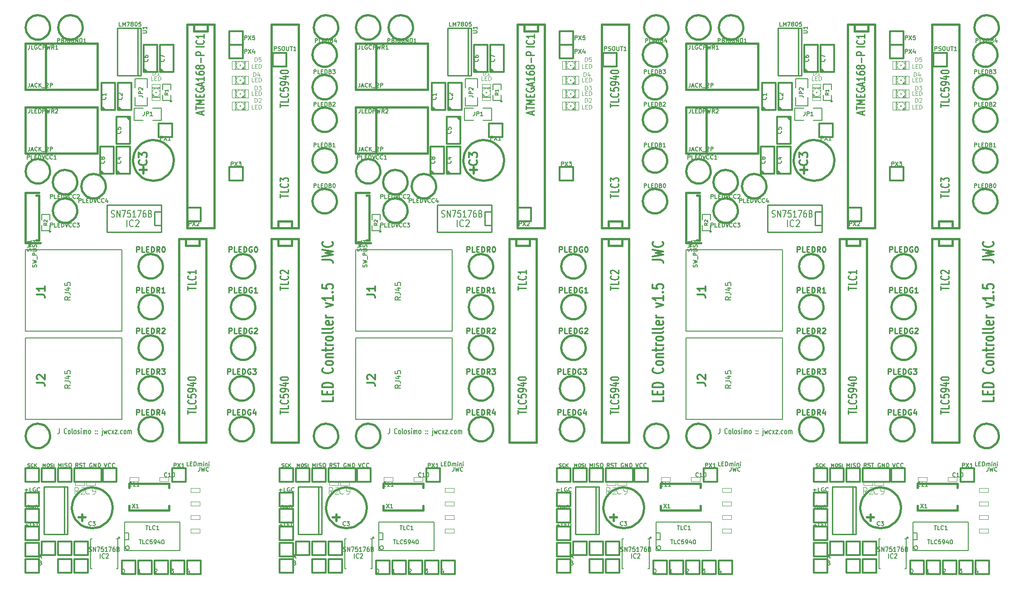
<source format=gto>
G04 (created by PCBNEW-RS274X (2011-07-08)-stable) date Sun 14 Aug 2011 03:50:59 PM EDT*
G01*
G70*
G90*
%MOIN*%
G04 Gerber Fmt 3.4, Leading zero omitted, Abs format*
%FSLAX34Y34*%
G04 APERTURE LIST*
%ADD10C,0.006000*%
%ADD11C,0.012000*%
%ADD12C,0.007500*%
%ADD13C,0.015000*%
%ADD14C,0.002600*%
%ADD15C,0.004000*%
%ADD16C,0.010000*%
%ADD17C,0.005000*%
%ADD18C,0.012500*%
%ADD19C,0.007000*%
%ADD20C,0.003000*%
%ADD21C,0.011300*%
%ADD22C,0.003500*%
%ADD23C,0.008000*%
%ADD24C,0.010700*%
G04 APERTURE END LIST*
G54D10*
G54D11*
X68624Y-43670D02*
X68624Y-43956D01*
X67824Y-43956D01*
X68205Y-43470D02*
X68205Y-43270D01*
X68624Y-43184D02*
X68624Y-43470D01*
X67824Y-43470D01*
X67824Y-43184D01*
X68624Y-42927D02*
X67824Y-42927D01*
X67824Y-42784D01*
X67862Y-42699D01*
X67938Y-42641D01*
X68014Y-42613D01*
X68167Y-42584D01*
X68281Y-42584D01*
X68433Y-42613D01*
X68510Y-42641D01*
X68586Y-42699D01*
X68624Y-42784D01*
X68624Y-42927D01*
X68548Y-41527D02*
X68586Y-41556D01*
X68624Y-41642D01*
X68624Y-41699D01*
X68586Y-41784D01*
X68510Y-41842D01*
X68433Y-41870D01*
X68281Y-41899D01*
X68167Y-41899D01*
X68014Y-41870D01*
X67938Y-41842D01*
X67862Y-41784D01*
X67824Y-41699D01*
X67824Y-41642D01*
X67862Y-41556D01*
X67900Y-41527D01*
X68624Y-41184D02*
X68586Y-41242D01*
X68548Y-41270D01*
X68471Y-41299D01*
X68243Y-41299D01*
X68167Y-41270D01*
X68129Y-41242D01*
X68090Y-41184D01*
X68090Y-41099D01*
X68129Y-41042D01*
X68167Y-41013D01*
X68243Y-40984D01*
X68471Y-40984D01*
X68548Y-41013D01*
X68586Y-41042D01*
X68624Y-41099D01*
X68624Y-41184D01*
X68090Y-40727D02*
X68624Y-40727D01*
X68167Y-40727D02*
X68129Y-40699D01*
X68090Y-40641D01*
X68090Y-40556D01*
X68129Y-40499D01*
X68205Y-40470D01*
X68624Y-40470D01*
X68090Y-40270D02*
X68090Y-40041D01*
X67824Y-40184D02*
X68510Y-40184D01*
X68586Y-40156D01*
X68624Y-40098D01*
X68624Y-40041D01*
X68624Y-39841D02*
X68090Y-39841D01*
X68243Y-39841D02*
X68167Y-39813D01*
X68129Y-39784D01*
X68090Y-39727D01*
X68090Y-39670D01*
X68624Y-39384D02*
X68586Y-39442D01*
X68548Y-39470D01*
X68471Y-39499D01*
X68243Y-39499D01*
X68167Y-39470D01*
X68129Y-39442D01*
X68090Y-39384D01*
X68090Y-39299D01*
X68129Y-39242D01*
X68167Y-39213D01*
X68243Y-39184D01*
X68471Y-39184D01*
X68548Y-39213D01*
X68586Y-39242D01*
X68624Y-39299D01*
X68624Y-39384D01*
X68624Y-38841D02*
X68586Y-38899D01*
X68510Y-38927D01*
X67824Y-38927D01*
X68624Y-38527D02*
X68586Y-38585D01*
X68510Y-38613D01*
X67824Y-38613D01*
X68586Y-38071D02*
X68624Y-38128D01*
X68624Y-38242D01*
X68586Y-38299D01*
X68510Y-38328D01*
X68205Y-38328D01*
X68129Y-38299D01*
X68090Y-38242D01*
X68090Y-38128D01*
X68129Y-38071D01*
X68205Y-38042D01*
X68281Y-38042D01*
X68357Y-38328D01*
X68624Y-37785D02*
X68090Y-37785D01*
X68243Y-37785D02*
X68167Y-37757D01*
X68129Y-37728D01*
X68090Y-37671D01*
X68090Y-37614D01*
X68090Y-37014D02*
X68624Y-36871D01*
X68090Y-36729D01*
X68624Y-36186D02*
X68624Y-36529D01*
X68624Y-36357D02*
X67824Y-36357D01*
X67938Y-36414D01*
X68014Y-36472D01*
X68052Y-36529D01*
X68548Y-35929D02*
X68586Y-35901D01*
X68624Y-35929D01*
X68586Y-35958D01*
X68548Y-35929D01*
X68624Y-35929D01*
X67824Y-35357D02*
X67824Y-35643D01*
X68205Y-35672D01*
X68167Y-35643D01*
X68129Y-35586D01*
X68129Y-35443D01*
X68167Y-35386D01*
X68205Y-35357D01*
X68281Y-35329D01*
X68471Y-35329D01*
X68548Y-35357D01*
X68586Y-35386D01*
X68624Y-35443D01*
X68624Y-35586D01*
X68586Y-35643D01*
X68548Y-35672D01*
X67824Y-33530D02*
X68395Y-33530D01*
X68510Y-33558D01*
X68586Y-33615D01*
X68624Y-33701D01*
X68624Y-33758D01*
X67824Y-33301D02*
X68624Y-33158D01*
X68052Y-33044D01*
X68624Y-32930D01*
X67824Y-32787D01*
X68548Y-32215D02*
X68586Y-32244D01*
X68624Y-32330D01*
X68624Y-32387D01*
X68586Y-32472D01*
X68510Y-32530D01*
X68433Y-32558D01*
X68281Y-32587D01*
X68167Y-32587D01*
X68014Y-32558D01*
X67938Y-32530D01*
X67862Y-32472D01*
X67824Y-32387D01*
X67824Y-32330D01*
X67862Y-32244D01*
X67900Y-32215D01*
G54D12*
X72793Y-45962D02*
X72793Y-46248D01*
X72779Y-46305D01*
X72750Y-46343D01*
X72707Y-46362D01*
X72679Y-46362D01*
X73337Y-46324D02*
X73323Y-46343D01*
X73280Y-46362D01*
X73251Y-46362D01*
X73208Y-46343D01*
X73180Y-46305D01*
X73165Y-46267D01*
X73151Y-46190D01*
X73151Y-46133D01*
X73165Y-46057D01*
X73180Y-46019D01*
X73208Y-45981D01*
X73251Y-45962D01*
X73280Y-45962D01*
X73323Y-45981D01*
X73337Y-46000D01*
X73508Y-46362D02*
X73480Y-46343D01*
X73465Y-46324D01*
X73451Y-46286D01*
X73451Y-46171D01*
X73465Y-46133D01*
X73480Y-46114D01*
X73508Y-46095D01*
X73551Y-46095D01*
X73580Y-46114D01*
X73594Y-46133D01*
X73608Y-46171D01*
X73608Y-46286D01*
X73594Y-46324D01*
X73580Y-46343D01*
X73551Y-46362D01*
X73508Y-46362D01*
X73779Y-46362D02*
X73751Y-46343D01*
X73736Y-46305D01*
X73736Y-45962D01*
X73936Y-46362D02*
X73908Y-46343D01*
X73893Y-46324D01*
X73879Y-46286D01*
X73879Y-46171D01*
X73893Y-46133D01*
X73908Y-46114D01*
X73936Y-46095D01*
X73979Y-46095D01*
X74008Y-46114D01*
X74022Y-46133D01*
X74036Y-46171D01*
X74036Y-46286D01*
X74022Y-46324D01*
X74008Y-46343D01*
X73979Y-46362D01*
X73936Y-46362D01*
X74150Y-46343D02*
X74179Y-46362D01*
X74236Y-46362D01*
X74264Y-46343D01*
X74279Y-46305D01*
X74279Y-46286D01*
X74264Y-46248D01*
X74236Y-46229D01*
X74193Y-46229D01*
X74164Y-46210D01*
X74150Y-46171D01*
X74150Y-46152D01*
X74164Y-46114D01*
X74193Y-46095D01*
X74236Y-46095D01*
X74264Y-46114D01*
X74407Y-46362D02*
X74407Y-46095D01*
X74407Y-45962D02*
X74393Y-45981D01*
X74407Y-46000D01*
X74422Y-45981D01*
X74407Y-45962D01*
X74407Y-46000D01*
X74550Y-46362D02*
X74550Y-46095D01*
X74550Y-46133D02*
X74565Y-46114D01*
X74593Y-46095D01*
X74636Y-46095D01*
X74665Y-46114D01*
X74679Y-46152D01*
X74679Y-46362D01*
X74679Y-46152D02*
X74693Y-46114D01*
X74722Y-46095D01*
X74765Y-46095D01*
X74793Y-46114D01*
X74808Y-46152D01*
X74808Y-46362D01*
X74993Y-46362D02*
X74965Y-46343D01*
X74950Y-46324D01*
X74936Y-46286D01*
X74936Y-46171D01*
X74950Y-46133D01*
X74965Y-46114D01*
X74993Y-46095D01*
X75036Y-46095D01*
X75065Y-46114D01*
X75079Y-46133D01*
X75093Y-46171D01*
X75093Y-46286D01*
X75079Y-46324D01*
X75065Y-46343D01*
X75036Y-46362D01*
X74993Y-46362D01*
X75450Y-46324D02*
X75465Y-46343D01*
X75450Y-46362D01*
X75436Y-46343D01*
X75450Y-46324D01*
X75450Y-46362D01*
X75450Y-46114D02*
X75465Y-46133D01*
X75450Y-46152D01*
X75436Y-46133D01*
X75450Y-46114D01*
X75450Y-46152D01*
X75593Y-46324D02*
X75608Y-46343D01*
X75593Y-46362D01*
X75579Y-46343D01*
X75593Y-46324D01*
X75593Y-46362D01*
X75593Y-46114D02*
X75608Y-46133D01*
X75593Y-46152D01*
X75579Y-46133D01*
X75593Y-46114D01*
X75593Y-46152D01*
X75965Y-46095D02*
X75965Y-46438D01*
X75951Y-46476D01*
X75923Y-46495D01*
X75908Y-46495D01*
X75965Y-45962D02*
X75951Y-45981D01*
X75965Y-46000D01*
X75980Y-45981D01*
X75965Y-45962D01*
X75965Y-46000D01*
X76080Y-46095D02*
X76137Y-46362D01*
X76194Y-46171D01*
X76251Y-46362D01*
X76308Y-46095D01*
X76551Y-46343D02*
X76522Y-46362D01*
X76465Y-46362D01*
X76437Y-46343D01*
X76422Y-46324D01*
X76408Y-46286D01*
X76408Y-46171D01*
X76422Y-46133D01*
X76437Y-46114D01*
X76465Y-46095D01*
X76522Y-46095D01*
X76551Y-46114D01*
X76651Y-46362D02*
X76808Y-46095D01*
X76651Y-46095D02*
X76808Y-46362D01*
X76894Y-46095D02*
X77051Y-46095D01*
X76894Y-46362D01*
X77051Y-46362D01*
X77165Y-46324D02*
X77180Y-46343D01*
X77165Y-46362D01*
X77151Y-46343D01*
X77165Y-46324D01*
X77165Y-46362D01*
X77437Y-46343D02*
X77408Y-46362D01*
X77351Y-46362D01*
X77323Y-46343D01*
X77308Y-46324D01*
X77294Y-46286D01*
X77294Y-46171D01*
X77308Y-46133D01*
X77323Y-46114D01*
X77351Y-46095D01*
X77408Y-46095D01*
X77437Y-46114D01*
X77608Y-46362D02*
X77580Y-46343D01*
X77565Y-46324D01*
X77551Y-46286D01*
X77551Y-46171D01*
X77565Y-46133D01*
X77580Y-46114D01*
X77608Y-46095D01*
X77651Y-46095D01*
X77680Y-46114D01*
X77694Y-46133D01*
X77708Y-46171D01*
X77708Y-46286D01*
X77694Y-46324D01*
X77680Y-46343D01*
X77651Y-46362D01*
X77608Y-46362D01*
X77836Y-46362D02*
X77836Y-46095D01*
X77836Y-46133D02*
X77851Y-46114D01*
X77879Y-46095D01*
X77922Y-46095D01*
X77951Y-46114D01*
X77965Y-46152D01*
X77965Y-46362D01*
X77965Y-46152D02*
X77979Y-46114D01*
X78008Y-46095D01*
X78051Y-46095D01*
X78079Y-46114D01*
X78094Y-46152D01*
X78094Y-46362D01*
G54D11*
X92924Y-43670D02*
X92924Y-43956D01*
X92124Y-43956D01*
X92505Y-43470D02*
X92505Y-43270D01*
X92924Y-43184D02*
X92924Y-43470D01*
X92124Y-43470D01*
X92124Y-43184D01*
X92924Y-42927D02*
X92124Y-42927D01*
X92124Y-42784D01*
X92162Y-42699D01*
X92238Y-42641D01*
X92314Y-42613D01*
X92467Y-42584D01*
X92581Y-42584D01*
X92733Y-42613D01*
X92810Y-42641D01*
X92886Y-42699D01*
X92924Y-42784D01*
X92924Y-42927D01*
X92848Y-41527D02*
X92886Y-41556D01*
X92924Y-41642D01*
X92924Y-41699D01*
X92886Y-41784D01*
X92810Y-41842D01*
X92733Y-41870D01*
X92581Y-41899D01*
X92467Y-41899D01*
X92314Y-41870D01*
X92238Y-41842D01*
X92162Y-41784D01*
X92124Y-41699D01*
X92124Y-41642D01*
X92162Y-41556D01*
X92200Y-41527D01*
X92924Y-41184D02*
X92886Y-41242D01*
X92848Y-41270D01*
X92771Y-41299D01*
X92543Y-41299D01*
X92467Y-41270D01*
X92429Y-41242D01*
X92390Y-41184D01*
X92390Y-41099D01*
X92429Y-41042D01*
X92467Y-41013D01*
X92543Y-40984D01*
X92771Y-40984D01*
X92848Y-41013D01*
X92886Y-41042D01*
X92924Y-41099D01*
X92924Y-41184D01*
X92390Y-40727D02*
X92924Y-40727D01*
X92467Y-40727D02*
X92429Y-40699D01*
X92390Y-40641D01*
X92390Y-40556D01*
X92429Y-40499D01*
X92505Y-40470D01*
X92924Y-40470D01*
X92390Y-40270D02*
X92390Y-40041D01*
X92124Y-40184D02*
X92810Y-40184D01*
X92886Y-40156D01*
X92924Y-40098D01*
X92924Y-40041D01*
X92924Y-39841D02*
X92390Y-39841D01*
X92543Y-39841D02*
X92467Y-39813D01*
X92429Y-39784D01*
X92390Y-39727D01*
X92390Y-39670D01*
X92924Y-39384D02*
X92886Y-39442D01*
X92848Y-39470D01*
X92771Y-39499D01*
X92543Y-39499D01*
X92467Y-39470D01*
X92429Y-39442D01*
X92390Y-39384D01*
X92390Y-39299D01*
X92429Y-39242D01*
X92467Y-39213D01*
X92543Y-39184D01*
X92771Y-39184D01*
X92848Y-39213D01*
X92886Y-39242D01*
X92924Y-39299D01*
X92924Y-39384D01*
X92924Y-38841D02*
X92886Y-38899D01*
X92810Y-38927D01*
X92124Y-38927D01*
X92924Y-38527D02*
X92886Y-38585D01*
X92810Y-38613D01*
X92124Y-38613D01*
X92886Y-38071D02*
X92924Y-38128D01*
X92924Y-38242D01*
X92886Y-38299D01*
X92810Y-38328D01*
X92505Y-38328D01*
X92429Y-38299D01*
X92390Y-38242D01*
X92390Y-38128D01*
X92429Y-38071D01*
X92505Y-38042D01*
X92581Y-38042D01*
X92657Y-38328D01*
X92924Y-37785D02*
X92390Y-37785D01*
X92543Y-37785D02*
X92467Y-37757D01*
X92429Y-37728D01*
X92390Y-37671D01*
X92390Y-37614D01*
X92390Y-37014D02*
X92924Y-36871D01*
X92390Y-36729D01*
X92924Y-36186D02*
X92924Y-36529D01*
X92924Y-36357D02*
X92124Y-36357D01*
X92238Y-36414D01*
X92314Y-36472D01*
X92352Y-36529D01*
X92848Y-35929D02*
X92886Y-35901D01*
X92924Y-35929D01*
X92886Y-35958D01*
X92848Y-35929D01*
X92924Y-35929D01*
X92124Y-35357D02*
X92124Y-35643D01*
X92505Y-35672D01*
X92467Y-35643D01*
X92429Y-35586D01*
X92429Y-35443D01*
X92467Y-35386D01*
X92505Y-35357D01*
X92581Y-35329D01*
X92771Y-35329D01*
X92848Y-35357D01*
X92886Y-35386D01*
X92924Y-35443D01*
X92924Y-35586D01*
X92886Y-35643D01*
X92848Y-35672D01*
X92124Y-33530D02*
X92695Y-33530D01*
X92810Y-33558D01*
X92886Y-33615D01*
X92924Y-33701D01*
X92924Y-33758D01*
X92124Y-33301D02*
X92924Y-33158D01*
X92352Y-33044D01*
X92924Y-32930D01*
X92124Y-32787D01*
X92848Y-32215D02*
X92886Y-32244D01*
X92924Y-32330D01*
X92924Y-32387D01*
X92886Y-32472D01*
X92810Y-32530D01*
X92733Y-32558D01*
X92581Y-32587D01*
X92467Y-32587D01*
X92314Y-32558D01*
X92238Y-32530D01*
X92162Y-32472D01*
X92124Y-32387D01*
X92124Y-32330D01*
X92162Y-32244D01*
X92200Y-32215D01*
X68624Y-43670D02*
X68624Y-43956D01*
X67824Y-43956D01*
X68205Y-43470D02*
X68205Y-43270D01*
X68624Y-43184D02*
X68624Y-43470D01*
X67824Y-43470D01*
X67824Y-43184D01*
X68624Y-42927D02*
X67824Y-42927D01*
X67824Y-42784D01*
X67862Y-42699D01*
X67938Y-42641D01*
X68014Y-42613D01*
X68167Y-42584D01*
X68281Y-42584D01*
X68433Y-42613D01*
X68510Y-42641D01*
X68586Y-42699D01*
X68624Y-42784D01*
X68624Y-42927D01*
X68548Y-41527D02*
X68586Y-41556D01*
X68624Y-41642D01*
X68624Y-41699D01*
X68586Y-41784D01*
X68510Y-41842D01*
X68433Y-41870D01*
X68281Y-41899D01*
X68167Y-41899D01*
X68014Y-41870D01*
X67938Y-41842D01*
X67862Y-41784D01*
X67824Y-41699D01*
X67824Y-41642D01*
X67862Y-41556D01*
X67900Y-41527D01*
X68624Y-41184D02*
X68586Y-41242D01*
X68548Y-41270D01*
X68471Y-41299D01*
X68243Y-41299D01*
X68167Y-41270D01*
X68129Y-41242D01*
X68090Y-41184D01*
X68090Y-41099D01*
X68129Y-41042D01*
X68167Y-41013D01*
X68243Y-40984D01*
X68471Y-40984D01*
X68548Y-41013D01*
X68586Y-41042D01*
X68624Y-41099D01*
X68624Y-41184D01*
X68090Y-40727D02*
X68624Y-40727D01*
X68167Y-40727D02*
X68129Y-40699D01*
X68090Y-40641D01*
X68090Y-40556D01*
X68129Y-40499D01*
X68205Y-40470D01*
X68624Y-40470D01*
X68090Y-40270D02*
X68090Y-40041D01*
X67824Y-40184D02*
X68510Y-40184D01*
X68586Y-40156D01*
X68624Y-40098D01*
X68624Y-40041D01*
X68624Y-39841D02*
X68090Y-39841D01*
X68243Y-39841D02*
X68167Y-39813D01*
X68129Y-39784D01*
X68090Y-39727D01*
X68090Y-39670D01*
X68624Y-39384D02*
X68586Y-39442D01*
X68548Y-39470D01*
X68471Y-39499D01*
X68243Y-39499D01*
X68167Y-39470D01*
X68129Y-39442D01*
X68090Y-39384D01*
X68090Y-39299D01*
X68129Y-39242D01*
X68167Y-39213D01*
X68243Y-39184D01*
X68471Y-39184D01*
X68548Y-39213D01*
X68586Y-39242D01*
X68624Y-39299D01*
X68624Y-39384D01*
X68624Y-38841D02*
X68586Y-38899D01*
X68510Y-38927D01*
X67824Y-38927D01*
X68624Y-38527D02*
X68586Y-38585D01*
X68510Y-38613D01*
X67824Y-38613D01*
X68586Y-38071D02*
X68624Y-38128D01*
X68624Y-38242D01*
X68586Y-38299D01*
X68510Y-38328D01*
X68205Y-38328D01*
X68129Y-38299D01*
X68090Y-38242D01*
X68090Y-38128D01*
X68129Y-38071D01*
X68205Y-38042D01*
X68281Y-38042D01*
X68357Y-38328D01*
X68624Y-37785D02*
X68090Y-37785D01*
X68243Y-37785D02*
X68167Y-37757D01*
X68129Y-37728D01*
X68090Y-37671D01*
X68090Y-37614D01*
X68090Y-37014D02*
X68624Y-36871D01*
X68090Y-36729D01*
X68624Y-36186D02*
X68624Y-36529D01*
X68624Y-36357D02*
X67824Y-36357D01*
X67938Y-36414D01*
X68014Y-36472D01*
X68052Y-36529D01*
X68548Y-35929D02*
X68586Y-35901D01*
X68624Y-35929D01*
X68586Y-35958D01*
X68548Y-35929D01*
X68624Y-35929D01*
X67824Y-35357D02*
X67824Y-35643D01*
X68205Y-35672D01*
X68167Y-35643D01*
X68129Y-35586D01*
X68129Y-35443D01*
X68167Y-35386D01*
X68205Y-35357D01*
X68281Y-35329D01*
X68471Y-35329D01*
X68548Y-35357D01*
X68586Y-35386D01*
X68624Y-35443D01*
X68624Y-35586D01*
X68586Y-35643D01*
X68548Y-35672D01*
X67824Y-33530D02*
X68395Y-33530D01*
X68510Y-33558D01*
X68586Y-33615D01*
X68624Y-33701D01*
X68624Y-33758D01*
X67824Y-33301D02*
X68624Y-33158D01*
X68052Y-33044D01*
X68624Y-32930D01*
X67824Y-32787D01*
X68548Y-32215D02*
X68586Y-32244D01*
X68624Y-32330D01*
X68624Y-32387D01*
X68586Y-32472D01*
X68510Y-32530D01*
X68433Y-32558D01*
X68281Y-32587D01*
X68167Y-32587D01*
X68014Y-32558D01*
X67938Y-32530D01*
X67862Y-32472D01*
X67824Y-32387D01*
X67824Y-32330D01*
X67862Y-32244D01*
X67900Y-32215D01*
G54D12*
X48493Y-45962D02*
X48493Y-46248D01*
X48479Y-46305D01*
X48450Y-46343D01*
X48407Y-46362D01*
X48379Y-46362D01*
X49037Y-46324D02*
X49023Y-46343D01*
X48980Y-46362D01*
X48951Y-46362D01*
X48908Y-46343D01*
X48880Y-46305D01*
X48865Y-46267D01*
X48851Y-46190D01*
X48851Y-46133D01*
X48865Y-46057D01*
X48880Y-46019D01*
X48908Y-45981D01*
X48951Y-45962D01*
X48980Y-45962D01*
X49023Y-45981D01*
X49037Y-46000D01*
X49208Y-46362D02*
X49180Y-46343D01*
X49165Y-46324D01*
X49151Y-46286D01*
X49151Y-46171D01*
X49165Y-46133D01*
X49180Y-46114D01*
X49208Y-46095D01*
X49251Y-46095D01*
X49280Y-46114D01*
X49294Y-46133D01*
X49308Y-46171D01*
X49308Y-46286D01*
X49294Y-46324D01*
X49280Y-46343D01*
X49251Y-46362D01*
X49208Y-46362D01*
X49479Y-46362D02*
X49451Y-46343D01*
X49436Y-46305D01*
X49436Y-45962D01*
X49636Y-46362D02*
X49608Y-46343D01*
X49593Y-46324D01*
X49579Y-46286D01*
X49579Y-46171D01*
X49593Y-46133D01*
X49608Y-46114D01*
X49636Y-46095D01*
X49679Y-46095D01*
X49708Y-46114D01*
X49722Y-46133D01*
X49736Y-46171D01*
X49736Y-46286D01*
X49722Y-46324D01*
X49708Y-46343D01*
X49679Y-46362D01*
X49636Y-46362D01*
X49850Y-46343D02*
X49879Y-46362D01*
X49936Y-46362D01*
X49964Y-46343D01*
X49979Y-46305D01*
X49979Y-46286D01*
X49964Y-46248D01*
X49936Y-46229D01*
X49893Y-46229D01*
X49864Y-46210D01*
X49850Y-46171D01*
X49850Y-46152D01*
X49864Y-46114D01*
X49893Y-46095D01*
X49936Y-46095D01*
X49964Y-46114D01*
X50107Y-46362D02*
X50107Y-46095D01*
X50107Y-45962D02*
X50093Y-45981D01*
X50107Y-46000D01*
X50122Y-45981D01*
X50107Y-45962D01*
X50107Y-46000D01*
X50250Y-46362D02*
X50250Y-46095D01*
X50250Y-46133D02*
X50265Y-46114D01*
X50293Y-46095D01*
X50336Y-46095D01*
X50365Y-46114D01*
X50379Y-46152D01*
X50379Y-46362D01*
X50379Y-46152D02*
X50393Y-46114D01*
X50422Y-46095D01*
X50465Y-46095D01*
X50493Y-46114D01*
X50508Y-46152D01*
X50508Y-46362D01*
X50693Y-46362D02*
X50665Y-46343D01*
X50650Y-46324D01*
X50636Y-46286D01*
X50636Y-46171D01*
X50650Y-46133D01*
X50665Y-46114D01*
X50693Y-46095D01*
X50736Y-46095D01*
X50765Y-46114D01*
X50779Y-46133D01*
X50793Y-46171D01*
X50793Y-46286D01*
X50779Y-46324D01*
X50765Y-46343D01*
X50736Y-46362D01*
X50693Y-46362D01*
X51150Y-46324D02*
X51165Y-46343D01*
X51150Y-46362D01*
X51136Y-46343D01*
X51150Y-46324D01*
X51150Y-46362D01*
X51150Y-46114D02*
X51165Y-46133D01*
X51150Y-46152D01*
X51136Y-46133D01*
X51150Y-46114D01*
X51150Y-46152D01*
X51293Y-46324D02*
X51308Y-46343D01*
X51293Y-46362D01*
X51279Y-46343D01*
X51293Y-46324D01*
X51293Y-46362D01*
X51293Y-46114D02*
X51308Y-46133D01*
X51293Y-46152D01*
X51279Y-46133D01*
X51293Y-46114D01*
X51293Y-46152D01*
X51665Y-46095D02*
X51665Y-46438D01*
X51651Y-46476D01*
X51623Y-46495D01*
X51608Y-46495D01*
X51665Y-45962D02*
X51651Y-45981D01*
X51665Y-46000D01*
X51680Y-45981D01*
X51665Y-45962D01*
X51665Y-46000D01*
X51780Y-46095D02*
X51837Y-46362D01*
X51894Y-46171D01*
X51951Y-46362D01*
X52008Y-46095D01*
X52251Y-46343D02*
X52222Y-46362D01*
X52165Y-46362D01*
X52137Y-46343D01*
X52122Y-46324D01*
X52108Y-46286D01*
X52108Y-46171D01*
X52122Y-46133D01*
X52137Y-46114D01*
X52165Y-46095D01*
X52222Y-46095D01*
X52251Y-46114D01*
X52351Y-46362D02*
X52508Y-46095D01*
X52351Y-46095D02*
X52508Y-46362D01*
X52594Y-46095D02*
X52751Y-46095D01*
X52594Y-46362D01*
X52751Y-46362D01*
X52865Y-46324D02*
X52880Y-46343D01*
X52865Y-46362D01*
X52851Y-46343D01*
X52865Y-46324D01*
X52865Y-46362D01*
X53137Y-46343D02*
X53108Y-46362D01*
X53051Y-46362D01*
X53023Y-46343D01*
X53008Y-46324D01*
X52994Y-46286D01*
X52994Y-46171D01*
X53008Y-46133D01*
X53023Y-46114D01*
X53051Y-46095D01*
X53108Y-46095D01*
X53137Y-46114D01*
X53308Y-46362D02*
X53280Y-46343D01*
X53265Y-46324D01*
X53251Y-46286D01*
X53251Y-46171D01*
X53265Y-46133D01*
X53280Y-46114D01*
X53308Y-46095D01*
X53351Y-46095D01*
X53380Y-46114D01*
X53394Y-46133D01*
X53408Y-46171D01*
X53408Y-46286D01*
X53394Y-46324D01*
X53380Y-46343D01*
X53351Y-46362D01*
X53308Y-46362D01*
X53536Y-46362D02*
X53536Y-46095D01*
X53536Y-46133D02*
X53551Y-46114D01*
X53579Y-46095D01*
X53622Y-46095D01*
X53651Y-46114D01*
X53665Y-46152D01*
X53665Y-46362D01*
X53665Y-46152D02*
X53679Y-46114D01*
X53708Y-46095D01*
X53751Y-46095D01*
X53779Y-46114D01*
X53794Y-46152D01*
X53794Y-46362D01*
G54D10*
X91729Y-48721D02*
X91586Y-48721D01*
X91586Y-48421D01*
X91829Y-48564D02*
X91929Y-48564D01*
X91972Y-48721D02*
X91829Y-48721D01*
X91829Y-48421D01*
X91972Y-48421D01*
X92100Y-48721D02*
X92100Y-48421D01*
X92172Y-48421D01*
X92215Y-48436D01*
X92243Y-48464D01*
X92258Y-48493D01*
X92272Y-48550D01*
X92272Y-48593D01*
X92258Y-48650D01*
X92243Y-48679D01*
X92215Y-48707D01*
X92172Y-48721D01*
X92100Y-48721D01*
X92400Y-48721D02*
X92400Y-48521D01*
X92400Y-48550D02*
X92415Y-48536D01*
X92443Y-48521D01*
X92486Y-48521D01*
X92515Y-48536D01*
X92529Y-48564D01*
X92529Y-48721D01*
X92529Y-48564D02*
X92543Y-48536D01*
X92572Y-48521D01*
X92615Y-48521D01*
X92643Y-48536D01*
X92658Y-48564D01*
X92658Y-48721D01*
X92800Y-48721D02*
X92800Y-48521D01*
X92800Y-48421D02*
X92786Y-48436D01*
X92800Y-48450D01*
X92815Y-48436D01*
X92800Y-48421D01*
X92800Y-48450D01*
X92943Y-48521D02*
X92943Y-48721D01*
X92943Y-48550D02*
X92958Y-48536D01*
X92986Y-48521D01*
X93029Y-48521D01*
X93058Y-48536D01*
X93072Y-48564D01*
X93072Y-48721D01*
X93214Y-48721D02*
X93214Y-48521D01*
X93214Y-48421D02*
X93200Y-48436D01*
X93214Y-48450D01*
X93229Y-48436D01*
X93214Y-48421D01*
X93214Y-48450D01*
X92521Y-48821D02*
X92521Y-49036D01*
X92507Y-49079D01*
X92478Y-49107D01*
X92435Y-49121D01*
X92407Y-49121D01*
X92636Y-48821D02*
X92707Y-49121D01*
X92764Y-48907D01*
X92822Y-49121D01*
X92893Y-48821D01*
X93179Y-49093D02*
X93165Y-49107D01*
X93122Y-49121D01*
X93093Y-49121D01*
X93050Y-49107D01*
X93022Y-49079D01*
X93007Y-49050D01*
X92993Y-48993D01*
X92993Y-48950D01*
X93007Y-48893D01*
X93022Y-48864D01*
X93050Y-48836D01*
X93093Y-48821D01*
X93122Y-48821D01*
X93165Y-48836D01*
X93179Y-48850D01*
X73621Y-48821D02*
X73621Y-49036D01*
X73607Y-49079D01*
X73578Y-49107D01*
X73535Y-49121D01*
X73507Y-49121D01*
X73736Y-48821D02*
X73807Y-49121D01*
X73864Y-48907D01*
X73922Y-49121D01*
X73993Y-48821D01*
X74279Y-49093D02*
X74265Y-49107D01*
X74222Y-49121D01*
X74193Y-49121D01*
X74150Y-49107D01*
X74122Y-49079D01*
X74107Y-49050D01*
X74093Y-48993D01*
X74093Y-48950D01*
X74107Y-48893D01*
X74122Y-48864D01*
X74150Y-48836D01*
X74193Y-48821D01*
X74222Y-48821D01*
X74265Y-48836D01*
X74279Y-48850D01*
X72829Y-48721D02*
X72686Y-48721D01*
X72686Y-48421D01*
X72929Y-48564D02*
X73029Y-48564D01*
X73072Y-48721D02*
X72929Y-48721D01*
X72929Y-48421D01*
X73072Y-48421D01*
X73200Y-48721D02*
X73200Y-48421D01*
X73272Y-48421D01*
X73315Y-48436D01*
X73343Y-48464D01*
X73358Y-48493D01*
X73372Y-48550D01*
X73372Y-48593D01*
X73358Y-48650D01*
X73343Y-48679D01*
X73315Y-48707D01*
X73272Y-48721D01*
X73200Y-48721D01*
X73500Y-48721D02*
X73500Y-48521D01*
X73500Y-48550D02*
X73515Y-48536D01*
X73543Y-48521D01*
X73586Y-48521D01*
X73615Y-48536D01*
X73629Y-48564D01*
X73629Y-48721D01*
X73629Y-48564D02*
X73643Y-48536D01*
X73672Y-48521D01*
X73715Y-48521D01*
X73743Y-48536D01*
X73758Y-48564D01*
X73758Y-48721D01*
X73900Y-48721D02*
X73900Y-48521D01*
X73900Y-48421D02*
X73886Y-48436D01*
X73900Y-48450D01*
X73915Y-48436D01*
X73900Y-48421D01*
X73900Y-48450D01*
X74043Y-48521D02*
X74043Y-48721D01*
X74043Y-48550D02*
X74058Y-48536D01*
X74086Y-48521D01*
X74129Y-48521D01*
X74158Y-48536D01*
X74172Y-48564D01*
X74172Y-48721D01*
X74314Y-48721D02*
X74314Y-48521D01*
X74314Y-48421D02*
X74300Y-48436D01*
X74314Y-48450D01*
X74329Y-48436D01*
X74314Y-48421D01*
X74314Y-48450D01*
X52429Y-48721D02*
X52286Y-48721D01*
X52286Y-48421D01*
X52529Y-48564D02*
X52629Y-48564D01*
X52672Y-48721D02*
X52529Y-48721D01*
X52529Y-48421D01*
X52672Y-48421D01*
X52800Y-48721D02*
X52800Y-48421D01*
X52872Y-48421D01*
X52915Y-48436D01*
X52943Y-48464D01*
X52958Y-48493D01*
X52972Y-48550D01*
X52972Y-48593D01*
X52958Y-48650D01*
X52943Y-48679D01*
X52915Y-48707D01*
X52872Y-48721D01*
X52800Y-48721D01*
X53100Y-48721D02*
X53100Y-48521D01*
X53100Y-48550D02*
X53115Y-48536D01*
X53143Y-48521D01*
X53186Y-48521D01*
X53215Y-48536D01*
X53229Y-48564D01*
X53229Y-48721D01*
X53229Y-48564D02*
X53243Y-48536D01*
X53272Y-48521D01*
X53315Y-48521D01*
X53343Y-48536D01*
X53358Y-48564D01*
X53358Y-48721D01*
X53500Y-48721D02*
X53500Y-48521D01*
X53500Y-48421D02*
X53486Y-48436D01*
X53500Y-48450D01*
X53515Y-48436D01*
X53500Y-48421D01*
X53500Y-48450D01*
X53643Y-48521D02*
X53643Y-48721D01*
X53643Y-48550D02*
X53658Y-48536D01*
X53686Y-48521D01*
X53729Y-48521D01*
X53758Y-48536D01*
X53772Y-48564D01*
X53772Y-48721D01*
X53914Y-48721D02*
X53914Y-48521D01*
X53914Y-48421D02*
X53900Y-48436D01*
X53914Y-48450D01*
X53929Y-48436D01*
X53914Y-48421D01*
X53914Y-48450D01*
X53221Y-48821D02*
X53221Y-49036D01*
X53207Y-49079D01*
X53178Y-49107D01*
X53135Y-49121D01*
X53107Y-49121D01*
X53336Y-48821D02*
X53407Y-49121D01*
X53464Y-48907D01*
X53522Y-49121D01*
X53593Y-48821D01*
X53879Y-49093D02*
X53865Y-49107D01*
X53822Y-49121D01*
X53793Y-49121D01*
X53750Y-49107D01*
X53722Y-49079D01*
X53707Y-49050D01*
X53693Y-48993D01*
X53693Y-48950D01*
X53707Y-48893D01*
X53722Y-48864D01*
X53750Y-48836D01*
X53793Y-48821D01*
X53822Y-48821D01*
X53865Y-48836D01*
X53879Y-48850D01*
G54D12*
X24193Y-45962D02*
X24193Y-46248D01*
X24179Y-46305D01*
X24150Y-46343D01*
X24107Y-46362D01*
X24079Y-46362D01*
X24737Y-46324D02*
X24723Y-46343D01*
X24680Y-46362D01*
X24651Y-46362D01*
X24608Y-46343D01*
X24580Y-46305D01*
X24565Y-46267D01*
X24551Y-46190D01*
X24551Y-46133D01*
X24565Y-46057D01*
X24580Y-46019D01*
X24608Y-45981D01*
X24651Y-45962D01*
X24680Y-45962D01*
X24723Y-45981D01*
X24737Y-46000D01*
X24908Y-46362D02*
X24880Y-46343D01*
X24865Y-46324D01*
X24851Y-46286D01*
X24851Y-46171D01*
X24865Y-46133D01*
X24880Y-46114D01*
X24908Y-46095D01*
X24951Y-46095D01*
X24980Y-46114D01*
X24994Y-46133D01*
X25008Y-46171D01*
X25008Y-46286D01*
X24994Y-46324D01*
X24980Y-46343D01*
X24951Y-46362D01*
X24908Y-46362D01*
X25179Y-46362D02*
X25151Y-46343D01*
X25136Y-46305D01*
X25136Y-45962D01*
X25336Y-46362D02*
X25308Y-46343D01*
X25293Y-46324D01*
X25279Y-46286D01*
X25279Y-46171D01*
X25293Y-46133D01*
X25308Y-46114D01*
X25336Y-46095D01*
X25379Y-46095D01*
X25408Y-46114D01*
X25422Y-46133D01*
X25436Y-46171D01*
X25436Y-46286D01*
X25422Y-46324D01*
X25408Y-46343D01*
X25379Y-46362D01*
X25336Y-46362D01*
X25550Y-46343D02*
X25579Y-46362D01*
X25636Y-46362D01*
X25664Y-46343D01*
X25679Y-46305D01*
X25679Y-46286D01*
X25664Y-46248D01*
X25636Y-46229D01*
X25593Y-46229D01*
X25564Y-46210D01*
X25550Y-46171D01*
X25550Y-46152D01*
X25564Y-46114D01*
X25593Y-46095D01*
X25636Y-46095D01*
X25664Y-46114D01*
X25807Y-46362D02*
X25807Y-46095D01*
X25807Y-45962D02*
X25793Y-45981D01*
X25807Y-46000D01*
X25822Y-45981D01*
X25807Y-45962D01*
X25807Y-46000D01*
X25950Y-46362D02*
X25950Y-46095D01*
X25950Y-46133D02*
X25965Y-46114D01*
X25993Y-46095D01*
X26036Y-46095D01*
X26065Y-46114D01*
X26079Y-46152D01*
X26079Y-46362D01*
X26079Y-46152D02*
X26093Y-46114D01*
X26122Y-46095D01*
X26165Y-46095D01*
X26193Y-46114D01*
X26208Y-46152D01*
X26208Y-46362D01*
X26393Y-46362D02*
X26365Y-46343D01*
X26350Y-46324D01*
X26336Y-46286D01*
X26336Y-46171D01*
X26350Y-46133D01*
X26365Y-46114D01*
X26393Y-46095D01*
X26436Y-46095D01*
X26465Y-46114D01*
X26479Y-46133D01*
X26493Y-46171D01*
X26493Y-46286D01*
X26479Y-46324D01*
X26465Y-46343D01*
X26436Y-46362D01*
X26393Y-46362D01*
X26850Y-46324D02*
X26865Y-46343D01*
X26850Y-46362D01*
X26836Y-46343D01*
X26850Y-46324D01*
X26850Y-46362D01*
X26850Y-46114D02*
X26865Y-46133D01*
X26850Y-46152D01*
X26836Y-46133D01*
X26850Y-46114D01*
X26850Y-46152D01*
X26993Y-46324D02*
X27008Y-46343D01*
X26993Y-46362D01*
X26979Y-46343D01*
X26993Y-46324D01*
X26993Y-46362D01*
X26993Y-46114D02*
X27008Y-46133D01*
X26993Y-46152D01*
X26979Y-46133D01*
X26993Y-46114D01*
X26993Y-46152D01*
X27365Y-46095D02*
X27365Y-46438D01*
X27351Y-46476D01*
X27323Y-46495D01*
X27308Y-46495D01*
X27365Y-45962D02*
X27351Y-45981D01*
X27365Y-46000D01*
X27380Y-45981D01*
X27365Y-45962D01*
X27365Y-46000D01*
X27480Y-46095D02*
X27537Y-46362D01*
X27594Y-46171D01*
X27651Y-46362D01*
X27708Y-46095D01*
X27951Y-46343D02*
X27922Y-46362D01*
X27865Y-46362D01*
X27837Y-46343D01*
X27822Y-46324D01*
X27808Y-46286D01*
X27808Y-46171D01*
X27822Y-46133D01*
X27837Y-46114D01*
X27865Y-46095D01*
X27922Y-46095D01*
X27951Y-46114D01*
X28051Y-46362D02*
X28208Y-46095D01*
X28051Y-46095D02*
X28208Y-46362D01*
X28294Y-46095D02*
X28451Y-46095D01*
X28294Y-46362D01*
X28451Y-46362D01*
X28565Y-46324D02*
X28580Y-46343D01*
X28565Y-46362D01*
X28551Y-46343D01*
X28565Y-46324D01*
X28565Y-46362D01*
X28837Y-46343D02*
X28808Y-46362D01*
X28751Y-46362D01*
X28723Y-46343D01*
X28708Y-46324D01*
X28694Y-46286D01*
X28694Y-46171D01*
X28708Y-46133D01*
X28723Y-46114D01*
X28751Y-46095D01*
X28808Y-46095D01*
X28837Y-46114D01*
X29008Y-46362D02*
X28980Y-46343D01*
X28965Y-46324D01*
X28951Y-46286D01*
X28951Y-46171D01*
X28965Y-46133D01*
X28980Y-46114D01*
X29008Y-46095D01*
X29051Y-46095D01*
X29080Y-46114D01*
X29094Y-46133D01*
X29108Y-46171D01*
X29108Y-46286D01*
X29094Y-46324D01*
X29080Y-46343D01*
X29051Y-46362D01*
X29008Y-46362D01*
X29236Y-46362D02*
X29236Y-46095D01*
X29236Y-46133D02*
X29251Y-46114D01*
X29279Y-46095D01*
X29322Y-46095D01*
X29351Y-46114D01*
X29365Y-46152D01*
X29365Y-46362D01*
X29365Y-46152D02*
X29379Y-46114D01*
X29408Y-46095D01*
X29451Y-46095D01*
X29479Y-46114D01*
X29494Y-46152D01*
X29494Y-46362D01*
G54D11*
X44324Y-43670D02*
X44324Y-43956D01*
X43524Y-43956D01*
X43905Y-43470D02*
X43905Y-43270D01*
X44324Y-43184D02*
X44324Y-43470D01*
X43524Y-43470D01*
X43524Y-43184D01*
X44324Y-42927D02*
X43524Y-42927D01*
X43524Y-42784D01*
X43562Y-42699D01*
X43638Y-42641D01*
X43714Y-42613D01*
X43867Y-42584D01*
X43981Y-42584D01*
X44133Y-42613D01*
X44210Y-42641D01*
X44286Y-42699D01*
X44324Y-42784D01*
X44324Y-42927D01*
X44248Y-41527D02*
X44286Y-41556D01*
X44324Y-41642D01*
X44324Y-41699D01*
X44286Y-41784D01*
X44210Y-41842D01*
X44133Y-41870D01*
X43981Y-41899D01*
X43867Y-41899D01*
X43714Y-41870D01*
X43638Y-41842D01*
X43562Y-41784D01*
X43524Y-41699D01*
X43524Y-41642D01*
X43562Y-41556D01*
X43600Y-41527D01*
X44324Y-41184D02*
X44286Y-41242D01*
X44248Y-41270D01*
X44171Y-41299D01*
X43943Y-41299D01*
X43867Y-41270D01*
X43829Y-41242D01*
X43790Y-41184D01*
X43790Y-41099D01*
X43829Y-41042D01*
X43867Y-41013D01*
X43943Y-40984D01*
X44171Y-40984D01*
X44248Y-41013D01*
X44286Y-41042D01*
X44324Y-41099D01*
X44324Y-41184D01*
X43790Y-40727D02*
X44324Y-40727D01*
X43867Y-40727D02*
X43829Y-40699D01*
X43790Y-40641D01*
X43790Y-40556D01*
X43829Y-40499D01*
X43905Y-40470D01*
X44324Y-40470D01*
X43790Y-40270D02*
X43790Y-40041D01*
X43524Y-40184D02*
X44210Y-40184D01*
X44286Y-40156D01*
X44324Y-40098D01*
X44324Y-40041D01*
X44324Y-39841D02*
X43790Y-39841D01*
X43943Y-39841D02*
X43867Y-39813D01*
X43829Y-39784D01*
X43790Y-39727D01*
X43790Y-39670D01*
X44324Y-39384D02*
X44286Y-39442D01*
X44248Y-39470D01*
X44171Y-39499D01*
X43943Y-39499D01*
X43867Y-39470D01*
X43829Y-39442D01*
X43790Y-39384D01*
X43790Y-39299D01*
X43829Y-39242D01*
X43867Y-39213D01*
X43943Y-39184D01*
X44171Y-39184D01*
X44248Y-39213D01*
X44286Y-39242D01*
X44324Y-39299D01*
X44324Y-39384D01*
X44324Y-38841D02*
X44286Y-38899D01*
X44210Y-38927D01*
X43524Y-38927D01*
X44324Y-38527D02*
X44286Y-38585D01*
X44210Y-38613D01*
X43524Y-38613D01*
X44286Y-38071D02*
X44324Y-38128D01*
X44324Y-38242D01*
X44286Y-38299D01*
X44210Y-38328D01*
X43905Y-38328D01*
X43829Y-38299D01*
X43790Y-38242D01*
X43790Y-38128D01*
X43829Y-38071D01*
X43905Y-38042D01*
X43981Y-38042D01*
X44057Y-38328D01*
X44324Y-37785D02*
X43790Y-37785D01*
X43943Y-37785D02*
X43867Y-37757D01*
X43829Y-37728D01*
X43790Y-37671D01*
X43790Y-37614D01*
X43790Y-37014D02*
X44324Y-36871D01*
X43790Y-36729D01*
X44324Y-36186D02*
X44324Y-36529D01*
X44324Y-36357D02*
X43524Y-36357D01*
X43638Y-36414D01*
X43714Y-36472D01*
X43752Y-36529D01*
X44248Y-35929D02*
X44286Y-35901D01*
X44324Y-35929D01*
X44286Y-35958D01*
X44248Y-35929D01*
X44324Y-35929D01*
X43524Y-35357D02*
X43524Y-35643D01*
X43905Y-35672D01*
X43867Y-35643D01*
X43829Y-35586D01*
X43829Y-35443D01*
X43867Y-35386D01*
X43905Y-35357D01*
X43981Y-35329D01*
X44171Y-35329D01*
X44248Y-35357D01*
X44286Y-35386D01*
X44324Y-35443D01*
X44324Y-35586D01*
X44286Y-35643D01*
X44248Y-35672D01*
X43524Y-33530D02*
X44095Y-33530D01*
X44210Y-33558D01*
X44286Y-33615D01*
X44324Y-33701D01*
X44324Y-33758D01*
X43524Y-33301D02*
X44324Y-33158D01*
X43752Y-33044D01*
X44324Y-32930D01*
X43524Y-32787D01*
X44248Y-32215D02*
X44286Y-32244D01*
X44324Y-32330D01*
X44324Y-32387D01*
X44286Y-32472D01*
X44210Y-32530D01*
X44133Y-32558D01*
X43981Y-32587D01*
X43867Y-32587D01*
X43714Y-32558D01*
X43638Y-32530D01*
X43562Y-32472D01*
X43524Y-32387D01*
X43524Y-32330D01*
X43562Y-32244D01*
X43600Y-32215D01*
G54D10*
X34521Y-48821D02*
X34521Y-49036D01*
X34507Y-49079D01*
X34478Y-49107D01*
X34435Y-49121D01*
X34407Y-49121D01*
X34636Y-48821D02*
X34707Y-49121D01*
X34764Y-48907D01*
X34822Y-49121D01*
X34893Y-48821D01*
X35179Y-49093D02*
X35165Y-49107D01*
X35122Y-49121D01*
X35093Y-49121D01*
X35050Y-49107D01*
X35022Y-49079D01*
X35007Y-49050D01*
X34993Y-48993D01*
X34993Y-48950D01*
X35007Y-48893D01*
X35022Y-48864D01*
X35050Y-48836D01*
X35093Y-48821D01*
X35122Y-48821D01*
X35165Y-48836D01*
X35179Y-48850D01*
X33729Y-48721D02*
X33586Y-48721D01*
X33586Y-48421D01*
X33829Y-48564D02*
X33929Y-48564D01*
X33972Y-48721D02*
X33829Y-48721D01*
X33829Y-48421D01*
X33972Y-48421D01*
X34100Y-48721D02*
X34100Y-48421D01*
X34172Y-48421D01*
X34215Y-48436D01*
X34243Y-48464D01*
X34258Y-48493D01*
X34272Y-48550D01*
X34272Y-48593D01*
X34258Y-48650D01*
X34243Y-48679D01*
X34215Y-48707D01*
X34172Y-48721D01*
X34100Y-48721D01*
X34400Y-48721D02*
X34400Y-48521D01*
X34400Y-48550D02*
X34415Y-48536D01*
X34443Y-48521D01*
X34486Y-48521D01*
X34515Y-48536D01*
X34529Y-48564D01*
X34529Y-48721D01*
X34529Y-48564D02*
X34543Y-48536D01*
X34572Y-48521D01*
X34615Y-48521D01*
X34643Y-48536D01*
X34658Y-48564D01*
X34658Y-48721D01*
X34800Y-48721D02*
X34800Y-48521D01*
X34800Y-48421D02*
X34786Y-48436D01*
X34800Y-48450D01*
X34815Y-48436D01*
X34800Y-48421D01*
X34800Y-48450D01*
X34943Y-48521D02*
X34943Y-48721D01*
X34943Y-48550D02*
X34958Y-48536D01*
X34986Y-48521D01*
X35029Y-48521D01*
X35058Y-48536D01*
X35072Y-48564D01*
X35072Y-48721D01*
X35214Y-48721D02*
X35214Y-48521D01*
X35214Y-48421D02*
X35200Y-48436D01*
X35214Y-48450D01*
X35229Y-48436D01*
X35214Y-48421D01*
X35214Y-48450D01*
G54D13*
X76200Y-28100D02*
X76182Y-28274D01*
X76132Y-28442D01*
X76049Y-28598D01*
X75938Y-28734D01*
X75803Y-28846D01*
X75648Y-28929D01*
X75480Y-28981D01*
X75306Y-28999D01*
X75132Y-28984D01*
X74963Y-28934D01*
X74808Y-28853D01*
X74671Y-28743D01*
X74558Y-28608D01*
X74473Y-28454D01*
X74420Y-28287D01*
X74401Y-28112D01*
X74415Y-27938D01*
X74464Y-27769D01*
X74544Y-27613D01*
X74653Y-27475D01*
X74787Y-27361D01*
X74940Y-27276D01*
X75107Y-27221D01*
X75282Y-27201D01*
X75456Y-27214D01*
X75625Y-27261D01*
X75782Y-27341D01*
X75920Y-27449D01*
X76035Y-27582D01*
X76122Y-27734D01*
X76177Y-27901D01*
X76199Y-28075D01*
X76200Y-28100D01*
X74100Y-29900D02*
X74082Y-30074D01*
X74032Y-30242D01*
X73949Y-30398D01*
X73838Y-30534D01*
X73703Y-30646D01*
X73548Y-30729D01*
X73380Y-30781D01*
X73206Y-30799D01*
X73032Y-30784D01*
X72863Y-30734D01*
X72708Y-30653D01*
X72571Y-30543D01*
X72458Y-30408D01*
X72373Y-30254D01*
X72320Y-30087D01*
X72301Y-29912D01*
X72315Y-29738D01*
X72364Y-29569D01*
X72444Y-29413D01*
X72553Y-29275D01*
X72687Y-29161D01*
X72840Y-29076D01*
X73007Y-29021D01*
X73182Y-29001D01*
X73356Y-29014D01*
X73525Y-29061D01*
X73682Y-29141D01*
X73820Y-29249D01*
X73935Y-29382D01*
X74022Y-29534D01*
X74077Y-29701D01*
X74099Y-29875D01*
X74100Y-29900D01*
X74100Y-27800D02*
X74082Y-27974D01*
X74032Y-28142D01*
X73949Y-28298D01*
X73838Y-28434D01*
X73703Y-28546D01*
X73548Y-28629D01*
X73380Y-28681D01*
X73206Y-28699D01*
X73032Y-28684D01*
X72863Y-28634D01*
X72708Y-28553D01*
X72571Y-28443D01*
X72458Y-28308D01*
X72373Y-28154D01*
X72320Y-27987D01*
X72301Y-27812D01*
X72315Y-27638D01*
X72364Y-27469D01*
X72444Y-27313D01*
X72553Y-27175D01*
X72687Y-27061D01*
X72840Y-26976D01*
X73007Y-26921D01*
X73182Y-26901D01*
X73356Y-26914D01*
X73525Y-26961D01*
X73682Y-27041D01*
X73820Y-27149D01*
X73935Y-27282D01*
X74022Y-27434D01*
X74077Y-27601D01*
X74099Y-27775D01*
X74100Y-27800D01*
X72100Y-27000D02*
X72082Y-27174D01*
X72032Y-27342D01*
X71949Y-27498D01*
X71838Y-27634D01*
X71703Y-27746D01*
X71548Y-27829D01*
X71380Y-27881D01*
X71206Y-27899D01*
X71032Y-27884D01*
X70863Y-27834D01*
X70708Y-27753D01*
X70571Y-27643D01*
X70458Y-27508D01*
X70373Y-27354D01*
X70320Y-27187D01*
X70301Y-27012D01*
X70315Y-26838D01*
X70364Y-26669D01*
X70444Y-26513D01*
X70553Y-26375D01*
X70687Y-26261D01*
X70840Y-26176D01*
X71007Y-26121D01*
X71182Y-26101D01*
X71356Y-26114D01*
X71525Y-26161D01*
X71682Y-26241D01*
X71820Y-26349D01*
X71935Y-26482D01*
X72022Y-26634D01*
X72077Y-26801D01*
X72099Y-26975D01*
X72100Y-27000D01*
X80400Y-46000D02*
X80382Y-46174D01*
X80332Y-46342D01*
X80249Y-46498D01*
X80138Y-46634D01*
X80003Y-46746D01*
X79848Y-46829D01*
X79680Y-46881D01*
X79506Y-46899D01*
X79332Y-46884D01*
X79163Y-46834D01*
X79008Y-46753D01*
X78871Y-46643D01*
X78758Y-46508D01*
X78673Y-46354D01*
X78620Y-46187D01*
X78601Y-46012D01*
X78615Y-45838D01*
X78664Y-45669D01*
X78744Y-45513D01*
X78853Y-45375D01*
X78987Y-45261D01*
X79140Y-45176D01*
X79307Y-45121D01*
X79482Y-45101D01*
X79656Y-45114D01*
X79825Y-45161D01*
X79982Y-45241D01*
X80120Y-45349D01*
X80235Y-45482D01*
X80322Y-45634D01*
X80377Y-45801D01*
X80399Y-45975D01*
X80400Y-46000D01*
X80400Y-43000D02*
X80382Y-43174D01*
X80332Y-43342D01*
X80249Y-43498D01*
X80138Y-43634D01*
X80003Y-43746D01*
X79848Y-43829D01*
X79680Y-43881D01*
X79506Y-43899D01*
X79332Y-43884D01*
X79163Y-43834D01*
X79008Y-43753D01*
X78871Y-43643D01*
X78758Y-43508D01*
X78673Y-43354D01*
X78620Y-43187D01*
X78601Y-43012D01*
X78615Y-42838D01*
X78664Y-42669D01*
X78744Y-42513D01*
X78853Y-42375D01*
X78987Y-42261D01*
X79140Y-42176D01*
X79307Y-42121D01*
X79482Y-42101D01*
X79656Y-42114D01*
X79825Y-42161D01*
X79982Y-42241D01*
X80120Y-42349D01*
X80235Y-42482D01*
X80322Y-42634D01*
X80377Y-42801D01*
X80399Y-42975D01*
X80400Y-43000D01*
X80400Y-40000D02*
X80382Y-40174D01*
X80332Y-40342D01*
X80249Y-40498D01*
X80138Y-40634D01*
X80003Y-40746D01*
X79848Y-40829D01*
X79680Y-40881D01*
X79506Y-40899D01*
X79332Y-40884D01*
X79163Y-40834D01*
X79008Y-40753D01*
X78871Y-40643D01*
X78758Y-40508D01*
X78673Y-40354D01*
X78620Y-40187D01*
X78601Y-40012D01*
X78615Y-39838D01*
X78664Y-39669D01*
X78744Y-39513D01*
X78853Y-39375D01*
X78987Y-39261D01*
X79140Y-39176D01*
X79307Y-39121D01*
X79482Y-39101D01*
X79656Y-39114D01*
X79825Y-39161D01*
X79982Y-39241D01*
X80120Y-39349D01*
X80235Y-39482D01*
X80322Y-39634D01*
X80377Y-39801D01*
X80399Y-39975D01*
X80400Y-40000D01*
X80400Y-37000D02*
X80382Y-37174D01*
X80332Y-37342D01*
X80249Y-37498D01*
X80138Y-37634D01*
X80003Y-37746D01*
X79848Y-37829D01*
X79680Y-37881D01*
X79506Y-37899D01*
X79332Y-37884D01*
X79163Y-37834D01*
X79008Y-37753D01*
X78871Y-37643D01*
X78758Y-37508D01*
X78673Y-37354D01*
X78620Y-37187D01*
X78601Y-37012D01*
X78615Y-36838D01*
X78664Y-36669D01*
X78744Y-36513D01*
X78853Y-36375D01*
X78987Y-36261D01*
X79140Y-36176D01*
X79307Y-36121D01*
X79482Y-36101D01*
X79656Y-36114D01*
X79825Y-36161D01*
X79982Y-36241D01*
X80120Y-36349D01*
X80235Y-36482D01*
X80322Y-36634D01*
X80377Y-36801D01*
X80399Y-36975D01*
X80400Y-37000D01*
X80400Y-34000D02*
X80382Y-34174D01*
X80332Y-34342D01*
X80249Y-34498D01*
X80138Y-34634D01*
X80003Y-34746D01*
X79848Y-34829D01*
X79680Y-34881D01*
X79506Y-34899D01*
X79332Y-34884D01*
X79163Y-34834D01*
X79008Y-34753D01*
X78871Y-34643D01*
X78758Y-34508D01*
X78673Y-34354D01*
X78620Y-34187D01*
X78601Y-34012D01*
X78615Y-33838D01*
X78664Y-33669D01*
X78744Y-33513D01*
X78853Y-33375D01*
X78987Y-33261D01*
X79140Y-33176D01*
X79307Y-33121D01*
X79482Y-33101D01*
X79656Y-33114D01*
X79825Y-33161D01*
X79982Y-33241D01*
X80120Y-33349D01*
X80235Y-33482D01*
X80322Y-33634D01*
X80377Y-33801D01*
X80399Y-33975D01*
X80400Y-34000D01*
X87100Y-46000D02*
X87082Y-46174D01*
X87032Y-46342D01*
X86949Y-46498D01*
X86838Y-46634D01*
X86703Y-46746D01*
X86548Y-46829D01*
X86380Y-46881D01*
X86206Y-46899D01*
X86032Y-46884D01*
X85863Y-46834D01*
X85708Y-46753D01*
X85571Y-46643D01*
X85458Y-46508D01*
X85373Y-46354D01*
X85320Y-46187D01*
X85301Y-46012D01*
X85315Y-45838D01*
X85364Y-45669D01*
X85444Y-45513D01*
X85553Y-45375D01*
X85687Y-45261D01*
X85840Y-45176D01*
X86007Y-45121D01*
X86182Y-45101D01*
X86356Y-45114D01*
X86525Y-45161D01*
X86682Y-45241D01*
X86820Y-45349D01*
X86935Y-45482D01*
X87022Y-45634D01*
X87077Y-45801D01*
X87099Y-45975D01*
X87100Y-46000D01*
X87100Y-43000D02*
X87082Y-43174D01*
X87032Y-43342D01*
X86949Y-43498D01*
X86838Y-43634D01*
X86703Y-43746D01*
X86548Y-43829D01*
X86380Y-43881D01*
X86206Y-43899D01*
X86032Y-43884D01*
X85863Y-43834D01*
X85708Y-43753D01*
X85571Y-43643D01*
X85458Y-43508D01*
X85373Y-43354D01*
X85320Y-43187D01*
X85301Y-43012D01*
X85315Y-42838D01*
X85364Y-42669D01*
X85444Y-42513D01*
X85553Y-42375D01*
X85687Y-42261D01*
X85840Y-42176D01*
X86007Y-42121D01*
X86182Y-42101D01*
X86356Y-42114D01*
X86525Y-42161D01*
X86682Y-42241D01*
X86820Y-42349D01*
X86935Y-42482D01*
X87022Y-42634D01*
X87077Y-42801D01*
X87099Y-42975D01*
X87100Y-43000D01*
X87200Y-40000D02*
X87182Y-40174D01*
X87132Y-40342D01*
X87049Y-40498D01*
X86938Y-40634D01*
X86803Y-40746D01*
X86648Y-40829D01*
X86480Y-40881D01*
X86306Y-40899D01*
X86132Y-40884D01*
X85963Y-40834D01*
X85808Y-40753D01*
X85671Y-40643D01*
X85558Y-40508D01*
X85473Y-40354D01*
X85420Y-40187D01*
X85401Y-40012D01*
X85415Y-39838D01*
X85464Y-39669D01*
X85544Y-39513D01*
X85653Y-39375D01*
X85787Y-39261D01*
X85940Y-39176D01*
X86107Y-39121D01*
X86282Y-39101D01*
X86456Y-39114D01*
X86625Y-39161D01*
X86782Y-39241D01*
X86920Y-39349D01*
X87035Y-39482D01*
X87122Y-39634D01*
X87177Y-39801D01*
X87199Y-39975D01*
X87200Y-40000D01*
X87200Y-37000D02*
X87182Y-37174D01*
X87132Y-37342D01*
X87049Y-37498D01*
X86938Y-37634D01*
X86803Y-37746D01*
X86648Y-37829D01*
X86480Y-37881D01*
X86306Y-37899D01*
X86132Y-37884D01*
X85963Y-37834D01*
X85808Y-37753D01*
X85671Y-37643D01*
X85558Y-37508D01*
X85473Y-37354D01*
X85420Y-37187D01*
X85401Y-37012D01*
X85415Y-36838D01*
X85464Y-36669D01*
X85544Y-36513D01*
X85653Y-36375D01*
X85787Y-36261D01*
X85940Y-36176D01*
X86107Y-36121D01*
X86282Y-36101D01*
X86456Y-36114D01*
X86625Y-36161D01*
X86782Y-36241D01*
X86920Y-36349D01*
X87035Y-36482D01*
X87122Y-36634D01*
X87177Y-36801D01*
X87199Y-36975D01*
X87200Y-37000D01*
X87200Y-34000D02*
X87182Y-34174D01*
X87132Y-34342D01*
X87049Y-34498D01*
X86938Y-34634D01*
X86803Y-34746D01*
X86648Y-34829D01*
X86480Y-34881D01*
X86306Y-34899D01*
X86132Y-34884D01*
X85963Y-34834D01*
X85808Y-34753D01*
X85671Y-34643D01*
X85558Y-34508D01*
X85473Y-34354D01*
X85420Y-34187D01*
X85401Y-34012D01*
X85415Y-33838D01*
X85464Y-33669D01*
X85544Y-33513D01*
X85653Y-33375D01*
X85787Y-33261D01*
X85940Y-33176D01*
X86107Y-33121D01*
X86282Y-33101D01*
X86456Y-33114D01*
X86625Y-33161D01*
X86782Y-33241D01*
X86920Y-33349D01*
X87035Y-33482D01*
X87122Y-33634D01*
X87177Y-33801D01*
X87199Y-33975D01*
X87200Y-34000D01*
X93200Y-18400D02*
X93182Y-18574D01*
X93132Y-18742D01*
X93049Y-18898D01*
X92938Y-19034D01*
X92803Y-19146D01*
X92648Y-19229D01*
X92480Y-19281D01*
X92306Y-19299D01*
X92132Y-19284D01*
X91963Y-19234D01*
X91808Y-19153D01*
X91671Y-19043D01*
X91558Y-18908D01*
X91473Y-18754D01*
X91420Y-18587D01*
X91401Y-18412D01*
X91415Y-18238D01*
X91464Y-18069D01*
X91544Y-17913D01*
X91653Y-17775D01*
X91787Y-17661D01*
X91940Y-17576D01*
X92107Y-17521D01*
X92282Y-17501D01*
X92456Y-17514D01*
X92625Y-17561D01*
X92782Y-17641D01*
X92920Y-17749D01*
X93035Y-17882D01*
X93122Y-18034D01*
X93177Y-18201D01*
X93199Y-18375D01*
X93200Y-18400D01*
X93200Y-20800D02*
X93182Y-20974D01*
X93132Y-21142D01*
X93049Y-21298D01*
X92938Y-21434D01*
X92803Y-21546D01*
X92648Y-21629D01*
X92480Y-21681D01*
X92306Y-21699D01*
X92132Y-21684D01*
X91963Y-21634D01*
X91808Y-21553D01*
X91671Y-21443D01*
X91558Y-21308D01*
X91473Y-21154D01*
X91420Y-20987D01*
X91401Y-20812D01*
X91415Y-20638D01*
X91464Y-20469D01*
X91544Y-20313D01*
X91653Y-20175D01*
X91787Y-20061D01*
X91940Y-19976D01*
X92107Y-19921D01*
X92282Y-19901D01*
X92456Y-19914D01*
X92625Y-19961D01*
X92782Y-20041D01*
X92920Y-20149D01*
X93035Y-20282D01*
X93122Y-20434D01*
X93177Y-20601D01*
X93199Y-20775D01*
X93200Y-20800D01*
X93200Y-23200D02*
X93182Y-23374D01*
X93132Y-23542D01*
X93049Y-23698D01*
X92938Y-23834D01*
X92803Y-23946D01*
X92648Y-24029D01*
X92480Y-24081D01*
X92306Y-24099D01*
X92132Y-24084D01*
X91963Y-24034D01*
X91808Y-23953D01*
X91671Y-23843D01*
X91558Y-23708D01*
X91473Y-23554D01*
X91420Y-23387D01*
X91401Y-23212D01*
X91415Y-23038D01*
X91464Y-22869D01*
X91544Y-22713D01*
X91653Y-22575D01*
X91787Y-22461D01*
X91940Y-22376D01*
X92107Y-22321D01*
X92282Y-22301D01*
X92456Y-22314D01*
X92625Y-22361D01*
X92782Y-22441D01*
X92920Y-22549D01*
X93035Y-22682D01*
X93122Y-22834D01*
X93177Y-23001D01*
X93199Y-23175D01*
X93200Y-23200D01*
X93200Y-26200D02*
X93182Y-26374D01*
X93132Y-26542D01*
X93049Y-26698D01*
X92938Y-26834D01*
X92803Y-26946D01*
X92648Y-27029D01*
X92480Y-27081D01*
X92306Y-27099D01*
X92132Y-27084D01*
X91963Y-27034D01*
X91808Y-26953D01*
X91671Y-26843D01*
X91558Y-26708D01*
X91473Y-26554D01*
X91420Y-26387D01*
X91401Y-26212D01*
X91415Y-26038D01*
X91464Y-25869D01*
X91544Y-25713D01*
X91653Y-25575D01*
X91787Y-25461D01*
X91940Y-25376D01*
X92107Y-25321D01*
X92282Y-25301D01*
X92456Y-25314D01*
X92625Y-25361D01*
X92782Y-25441D01*
X92920Y-25549D01*
X93035Y-25682D01*
X93122Y-25834D01*
X93177Y-26001D01*
X93199Y-26175D01*
X93200Y-26200D01*
X93200Y-29200D02*
X93182Y-29374D01*
X93132Y-29542D01*
X93049Y-29698D01*
X92938Y-29834D01*
X92803Y-29946D01*
X92648Y-30029D01*
X92480Y-30081D01*
X92306Y-30099D01*
X92132Y-30084D01*
X91963Y-30034D01*
X91808Y-29953D01*
X91671Y-29843D01*
X91558Y-29708D01*
X91473Y-29554D01*
X91420Y-29387D01*
X91401Y-29212D01*
X91415Y-29038D01*
X91464Y-28869D01*
X91544Y-28713D01*
X91653Y-28575D01*
X91787Y-28461D01*
X91940Y-28376D01*
X92107Y-28321D01*
X92282Y-28301D01*
X92456Y-28314D01*
X92625Y-28361D01*
X92782Y-28441D01*
X92920Y-28549D01*
X93035Y-28682D01*
X93122Y-28834D01*
X93177Y-29001D01*
X93199Y-29175D01*
X93200Y-29200D01*
X74500Y-16400D02*
X74482Y-16574D01*
X74432Y-16742D01*
X74349Y-16898D01*
X74238Y-17034D01*
X74103Y-17146D01*
X73948Y-17229D01*
X73780Y-17281D01*
X73606Y-17299D01*
X73432Y-17284D01*
X73263Y-17234D01*
X73108Y-17153D01*
X72971Y-17043D01*
X72858Y-16908D01*
X72773Y-16754D01*
X72720Y-16587D01*
X72701Y-16412D01*
X72715Y-16238D01*
X72764Y-16069D01*
X72844Y-15913D01*
X72953Y-15775D01*
X73087Y-15661D01*
X73240Y-15576D01*
X73407Y-15521D01*
X73582Y-15501D01*
X73756Y-15514D01*
X73925Y-15561D01*
X74082Y-15641D01*
X74220Y-15749D01*
X74335Y-15882D01*
X74422Y-16034D01*
X74477Y-16201D01*
X74499Y-16375D01*
X74500Y-16400D01*
G54D11*
X75800Y-27180D02*
X75800Y-25200D01*
X75800Y-25200D02*
X76800Y-25200D01*
X76800Y-25200D02*
X76800Y-27200D01*
X76800Y-27200D02*
X75800Y-27200D01*
X76050Y-27200D02*
X75800Y-26950D01*
X80200Y-19680D02*
X80200Y-17700D01*
X80200Y-17700D02*
X81200Y-17700D01*
X81200Y-17700D02*
X81200Y-19700D01*
X81200Y-19700D02*
X80200Y-19700D01*
X80450Y-19700D02*
X80200Y-19450D01*
X79000Y-19680D02*
X79000Y-17700D01*
X79000Y-17700D02*
X80000Y-17700D01*
X80000Y-17700D02*
X80000Y-19700D01*
X80000Y-19700D02*
X79000Y-19700D01*
X79250Y-19700D02*
X79000Y-19450D01*
X78000Y-23020D02*
X78000Y-25000D01*
X78000Y-25000D02*
X77000Y-25000D01*
X77000Y-25000D02*
X77000Y-23000D01*
X77000Y-23000D02*
X78000Y-23000D01*
X77750Y-23000D02*
X78000Y-23250D01*
X77000Y-27180D02*
X77000Y-25200D01*
X77000Y-25200D02*
X78000Y-25200D01*
X78000Y-25200D02*
X78000Y-27200D01*
X78000Y-27200D02*
X77000Y-27200D01*
X77250Y-27200D02*
X77000Y-26950D01*
X77100Y-22480D02*
X77100Y-20500D01*
X77100Y-20500D02*
X78100Y-20500D01*
X78100Y-20500D02*
X78100Y-22500D01*
X78100Y-22500D02*
X77100Y-22500D01*
X77350Y-22500D02*
X77100Y-22250D01*
X75900Y-22480D02*
X75900Y-20500D01*
X75900Y-20500D02*
X76900Y-20500D01*
X76900Y-20500D02*
X76900Y-22500D01*
X76900Y-22500D02*
X75900Y-22500D01*
X76150Y-22500D02*
X75900Y-22250D01*
G54D13*
X84200Y-16200D02*
X84200Y-31200D01*
X84200Y-31200D02*
X82200Y-31200D01*
X82200Y-31200D02*
X82200Y-16200D01*
X82200Y-16200D02*
X84200Y-16200D01*
X83700Y-16200D02*
X83700Y-16700D01*
X83700Y-16700D02*
X82700Y-16700D01*
X82700Y-16700D02*
X82700Y-16200D01*
X78700Y-26900D02*
X79200Y-26900D01*
X78950Y-27150D02*
X78950Y-26700D01*
X81200Y-26200D02*
X81171Y-26491D01*
X81086Y-26771D01*
X80949Y-27030D01*
X80764Y-27256D01*
X80538Y-27443D01*
X80281Y-27582D01*
X80001Y-27669D01*
X79710Y-27699D01*
X79419Y-27673D01*
X79139Y-27590D01*
X78879Y-27455D01*
X78651Y-27271D01*
X78463Y-27047D01*
X78322Y-26790D01*
X78233Y-26511D01*
X78201Y-26220D01*
X78225Y-25930D01*
X78306Y-25648D01*
X78440Y-25388D01*
X78621Y-25159D01*
X78844Y-24969D01*
X79100Y-24826D01*
X79378Y-24735D01*
X79669Y-24701D01*
X79960Y-24723D01*
X80242Y-24802D01*
X80503Y-24934D01*
X80734Y-25114D01*
X80925Y-25336D01*
X81070Y-25590D01*
X81162Y-25868D01*
X81199Y-26159D01*
X81200Y-26200D01*
X70600Y-17600D02*
X70300Y-17600D01*
X70300Y-17600D02*
X70300Y-21000D01*
X70300Y-21000D02*
X70600Y-21000D01*
X71800Y-17600D02*
X71800Y-21000D01*
X75600Y-17600D02*
X75600Y-21000D01*
X70600Y-21000D02*
X75600Y-21000D01*
X70600Y-17600D02*
X75600Y-17600D01*
X70600Y-22300D02*
X70300Y-22300D01*
X70300Y-22300D02*
X70300Y-25700D01*
X70300Y-25700D02*
X70600Y-25700D01*
X71800Y-22300D02*
X71800Y-25700D01*
X75600Y-22300D02*
X75600Y-25700D01*
X70600Y-25700D02*
X75600Y-25700D01*
X70600Y-22300D02*
X75600Y-22300D01*
G54D14*
X86061Y-19239D02*
X86139Y-19239D01*
X86139Y-19239D02*
X86139Y-19161D01*
X86061Y-19161D02*
X86139Y-19161D01*
X86061Y-19239D02*
X86061Y-19161D01*
X86277Y-19475D02*
X86414Y-19475D01*
X86414Y-19475D02*
X86414Y-19377D01*
X86277Y-19377D02*
X86414Y-19377D01*
X86277Y-19475D02*
X86277Y-19377D01*
X86414Y-19475D02*
X86454Y-19475D01*
X86454Y-19475D02*
X86454Y-19004D01*
X86414Y-19004D02*
X86454Y-19004D01*
X86414Y-19475D02*
X86414Y-19004D01*
X86414Y-18984D02*
X86454Y-18984D01*
X86454Y-18984D02*
X86454Y-18925D01*
X86414Y-18925D02*
X86454Y-18925D01*
X86414Y-18984D02*
X86414Y-18925D01*
X85746Y-19475D02*
X85786Y-19475D01*
X85786Y-19475D02*
X85786Y-19004D01*
X85746Y-19004D02*
X85786Y-19004D01*
X85746Y-19475D02*
X85746Y-19004D01*
X85746Y-18984D02*
X85786Y-18984D01*
X85786Y-18984D02*
X85786Y-18925D01*
X85746Y-18925D02*
X85786Y-18925D01*
X85746Y-18984D02*
X85746Y-18925D01*
X86277Y-19475D02*
X86336Y-19475D01*
X86336Y-19475D02*
X86336Y-19377D01*
X86277Y-19377D02*
X86336Y-19377D01*
X86277Y-19475D02*
X86277Y-19377D01*
G54D15*
X86710Y-19495D02*
X85490Y-19495D01*
X85490Y-19495D02*
X85490Y-18905D01*
X85490Y-18905D02*
X86710Y-18905D01*
X86710Y-18905D02*
X86710Y-19495D01*
X85886Y-19396D02*
X85904Y-19414D01*
X85923Y-19430D01*
X85944Y-19445D01*
X85966Y-19457D01*
X85989Y-19468D01*
X86013Y-19477D01*
X86037Y-19483D01*
X86062Y-19488D01*
X86087Y-19490D01*
X86112Y-19490D01*
X86137Y-19488D01*
X86162Y-19484D01*
X86187Y-19477D01*
X86210Y-19469D01*
X86233Y-19458D01*
X86255Y-19445D01*
X86276Y-19431D01*
X86296Y-19414D01*
X86314Y-19396D01*
X86315Y-19395D01*
X85885Y-19005D02*
X85869Y-19024D01*
X85855Y-19045D01*
X85842Y-19067D01*
X85831Y-19090D01*
X85823Y-19114D01*
X85816Y-19139D01*
X85812Y-19164D01*
X85810Y-19189D01*
X85810Y-19213D01*
X85812Y-19238D01*
X85817Y-19263D01*
X85823Y-19288D01*
X85832Y-19312D01*
X85843Y-19335D01*
X85856Y-19357D01*
X85870Y-19377D01*
X85885Y-19395D01*
X86314Y-19004D02*
X86296Y-18986D01*
X86277Y-18970D01*
X86256Y-18955D01*
X86234Y-18943D01*
X86211Y-18932D01*
X86187Y-18923D01*
X86163Y-18917D01*
X86138Y-18912D01*
X86113Y-18910D01*
X86088Y-18910D01*
X86063Y-18912D01*
X86038Y-18916D01*
X86013Y-18923D01*
X85990Y-18931D01*
X85967Y-18942D01*
X85945Y-18955D01*
X85924Y-18969D01*
X85904Y-18986D01*
X85886Y-19004D01*
X85885Y-19005D01*
X86315Y-19395D02*
X86331Y-19376D01*
X86345Y-19355D01*
X86358Y-19333D01*
X86369Y-19310D01*
X86377Y-19286D01*
X86384Y-19261D01*
X86388Y-19236D01*
X86390Y-19211D01*
X86390Y-19187D01*
X86388Y-19162D01*
X86383Y-19137D01*
X86377Y-19112D01*
X86368Y-19088D01*
X86357Y-19065D01*
X86344Y-19043D01*
X86330Y-19023D01*
X86315Y-19005D01*
G54D14*
X86061Y-20339D02*
X86139Y-20339D01*
X86139Y-20339D02*
X86139Y-20261D01*
X86061Y-20261D02*
X86139Y-20261D01*
X86061Y-20339D02*
X86061Y-20261D01*
X86277Y-20575D02*
X86414Y-20575D01*
X86414Y-20575D02*
X86414Y-20477D01*
X86277Y-20477D02*
X86414Y-20477D01*
X86277Y-20575D02*
X86277Y-20477D01*
X86414Y-20575D02*
X86454Y-20575D01*
X86454Y-20575D02*
X86454Y-20104D01*
X86414Y-20104D02*
X86454Y-20104D01*
X86414Y-20575D02*
X86414Y-20104D01*
X86414Y-20084D02*
X86454Y-20084D01*
X86454Y-20084D02*
X86454Y-20025D01*
X86414Y-20025D02*
X86454Y-20025D01*
X86414Y-20084D02*
X86414Y-20025D01*
X85746Y-20575D02*
X85786Y-20575D01*
X85786Y-20575D02*
X85786Y-20104D01*
X85746Y-20104D02*
X85786Y-20104D01*
X85746Y-20575D02*
X85746Y-20104D01*
X85746Y-20084D02*
X85786Y-20084D01*
X85786Y-20084D02*
X85786Y-20025D01*
X85746Y-20025D02*
X85786Y-20025D01*
X85746Y-20084D02*
X85746Y-20025D01*
X86277Y-20575D02*
X86336Y-20575D01*
X86336Y-20575D02*
X86336Y-20477D01*
X86277Y-20477D02*
X86336Y-20477D01*
X86277Y-20575D02*
X86277Y-20477D01*
G54D15*
X86710Y-20595D02*
X85490Y-20595D01*
X85490Y-20595D02*
X85490Y-20005D01*
X85490Y-20005D02*
X86710Y-20005D01*
X86710Y-20005D02*
X86710Y-20595D01*
X85886Y-20496D02*
X85904Y-20514D01*
X85923Y-20530D01*
X85944Y-20545D01*
X85966Y-20557D01*
X85989Y-20568D01*
X86013Y-20577D01*
X86037Y-20583D01*
X86062Y-20588D01*
X86087Y-20590D01*
X86112Y-20590D01*
X86137Y-20588D01*
X86162Y-20584D01*
X86187Y-20577D01*
X86210Y-20569D01*
X86233Y-20558D01*
X86255Y-20545D01*
X86276Y-20531D01*
X86296Y-20514D01*
X86314Y-20496D01*
X86315Y-20495D01*
X85885Y-20105D02*
X85869Y-20124D01*
X85855Y-20145D01*
X85842Y-20167D01*
X85831Y-20190D01*
X85823Y-20214D01*
X85816Y-20239D01*
X85812Y-20264D01*
X85810Y-20289D01*
X85810Y-20313D01*
X85812Y-20338D01*
X85817Y-20363D01*
X85823Y-20388D01*
X85832Y-20412D01*
X85843Y-20435D01*
X85856Y-20457D01*
X85870Y-20477D01*
X85885Y-20495D01*
X86314Y-20104D02*
X86296Y-20086D01*
X86277Y-20070D01*
X86256Y-20055D01*
X86234Y-20043D01*
X86211Y-20032D01*
X86187Y-20023D01*
X86163Y-20017D01*
X86138Y-20012D01*
X86113Y-20010D01*
X86088Y-20010D01*
X86063Y-20012D01*
X86038Y-20016D01*
X86013Y-20023D01*
X85990Y-20031D01*
X85967Y-20042D01*
X85945Y-20055D01*
X85924Y-20069D01*
X85904Y-20086D01*
X85886Y-20104D01*
X85885Y-20105D01*
X86315Y-20495D02*
X86331Y-20476D01*
X86345Y-20455D01*
X86358Y-20433D01*
X86369Y-20410D01*
X86377Y-20386D01*
X86384Y-20361D01*
X86388Y-20336D01*
X86390Y-20311D01*
X86390Y-20287D01*
X86388Y-20262D01*
X86383Y-20237D01*
X86377Y-20212D01*
X86368Y-20188D01*
X86357Y-20165D01*
X86344Y-20143D01*
X86330Y-20123D01*
X86315Y-20105D01*
G54D14*
X86061Y-21339D02*
X86139Y-21339D01*
X86139Y-21339D02*
X86139Y-21261D01*
X86061Y-21261D02*
X86139Y-21261D01*
X86061Y-21339D02*
X86061Y-21261D01*
X86277Y-21575D02*
X86414Y-21575D01*
X86414Y-21575D02*
X86414Y-21477D01*
X86277Y-21477D02*
X86414Y-21477D01*
X86277Y-21575D02*
X86277Y-21477D01*
X86414Y-21575D02*
X86454Y-21575D01*
X86454Y-21575D02*
X86454Y-21104D01*
X86414Y-21104D02*
X86454Y-21104D01*
X86414Y-21575D02*
X86414Y-21104D01*
X86414Y-21084D02*
X86454Y-21084D01*
X86454Y-21084D02*
X86454Y-21025D01*
X86414Y-21025D02*
X86454Y-21025D01*
X86414Y-21084D02*
X86414Y-21025D01*
X85746Y-21575D02*
X85786Y-21575D01*
X85786Y-21575D02*
X85786Y-21104D01*
X85746Y-21104D02*
X85786Y-21104D01*
X85746Y-21575D02*
X85746Y-21104D01*
X85746Y-21084D02*
X85786Y-21084D01*
X85786Y-21084D02*
X85786Y-21025D01*
X85746Y-21025D02*
X85786Y-21025D01*
X85746Y-21084D02*
X85746Y-21025D01*
X86277Y-21575D02*
X86336Y-21575D01*
X86336Y-21575D02*
X86336Y-21477D01*
X86277Y-21477D02*
X86336Y-21477D01*
X86277Y-21575D02*
X86277Y-21477D01*
G54D15*
X86710Y-21595D02*
X85490Y-21595D01*
X85490Y-21595D02*
X85490Y-21005D01*
X85490Y-21005D02*
X86710Y-21005D01*
X86710Y-21005D02*
X86710Y-21595D01*
X85886Y-21496D02*
X85904Y-21514D01*
X85923Y-21530D01*
X85944Y-21545D01*
X85966Y-21557D01*
X85989Y-21568D01*
X86013Y-21577D01*
X86037Y-21583D01*
X86062Y-21588D01*
X86087Y-21590D01*
X86112Y-21590D01*
X86137Y-21588D01*
X86162Y-21584D01*
X86187Y-21577D01*
X86210Y-21569D01*
X86233Y-21558D01*
X86255Y-21545D01*
X86276Y-21531D01*
X86296Y-21514D01*
X86314Y-21496D01*
X86315Y-21495D01*
X85885Y-21105D02*
X85869Y-21124D01*
X85855Y-21145D01*
X85842Y-21167D01*
X85831Y-21190D01*
X85823Y-21214D01*
X85816Y-21239D01*
X85812Y-21264D01*
X85810Y-21289D01*
X85810Y-21313D01*
X85812Y-21338D01*
X85817Y-21363D01*
X85823Y-21388D01*
X85832Y-21412D01*
X85843Y-21435D01*
X85856Y-21457D01*
X85870Y-21477D01*
X85885Y-21495D01*
X86314Y-21104D02*
X86296Y-21086D01*
X86277Y-21070D01*
X86256Y-21055D01*
X86234Y-21043D01*
X86211Y-21032D01*
X86187Y-21023D01*
X86163Y-21017D01*
X86138Y-21012D01*
X86113Y-21010D01*
X86088Y-21010D01*
X86063Y-21012D01*
X86038Y-21016D01*
X86013Y-21023D01*
X85990Y-21031D01*
X85967Y-21042D01*
X85945Y-21055D01*
X85924Y-21069D01*
X85904Y-21086D01*
X85886Y-21104D01*
X85885Y-21105D01*
X86315Y-21495D02*
X86331Y-21476D01*
X86345Y-21455D01*
X86358Y-21433D01*
X86369Y-21410D01*
X86377Y-21386D01*
X86384Y-21361D01*
X86388Y-21336D01*
X86390Y-21311D01*
X86390Y-21287D01*
X86388Y-21262D01*
X86383Y-21237D01*
X86377Y-21212D01*
X86368Y-21188D01*
X86357Y-21165D01*
X86344Y-21143D01*
X86330Y-21123D01*
X86315Y-21105D01*
G54D14*
X86061Y-22239D02*
X86139Y-22239D01*
X86139Y-22239D02*
X86139Y-22161D01*
X86061Y-22161D02*
X86139Y-22161D01*
X86061Y-22239D02*
X86061Y-22161D01*
X86277Y-22475D02*
X86414Y-22475D01*
X86414Y-22475D02*
X86414Y-22377D01*
X86277Y-22377D02*
X86414Y-22377D01*
X86277Y-22475D02*
X86277Y-22377D01*
X86414Y-22475D02*
X86454Y-22475D01*
X86454Y-22475D02*
X86454Y-22004D01*
X86414Y-22004D02*
X86454Y-22004D01*
X86414Y-22475D02*
X86414Y-22004D01*
X86414Y-21984D02*
X86454Y-21984D01*
X86454Y-21984D02*
X86454Y-21925D01*
X86414Y-21925D02*
X86454Y-21925D01*
X86414Y-21984D02*
X86414Y-21925D01*
X85746Y-22475D02*
X85786Y-22475D01*
X85786Y-22475D02*
X85786Y-22004D01*
X85746Y-22004D02*
X85786Y-22004D01*
X85746Y-22475D02*
X85746Y-22004D01*
X85746Y-21984D02*
X85786Y-21984D01*
X85786Y-21984D02*
X85786Y-21925D01*
X85746Y-21925D02*
X85786Y-21925D01*
X85746Y-21984D02*
X85746Y-21925D01*
X86277Y-22475D02*
X86336Y-22475D01*
X86336Y-22475D02*
X86336Y-22377D01*
X86277Y-22377D02*
X86336Y-22377D01*
X86277Y-22475D02*
X86277Y-22377D01*
G54D15*
X86710Y-22495D02*
X85490Y-22495D01*
X85490Y-22495D02*
X85490Y-21905D01*
X85490Y-21905D02*
X86710Y-21905D01*
X86710Y-21905D02*
X86710Y-22495D01*
X85886Y-22396D02*
X85904Y-22414D01*
X85923Y-22430D01*
X85944Y-22445D01*
X85966Y-22457D01*
X85989Y-22468D01*
X86013Y-22477D01*
X86037Y-22483D01*
X86062Y-22488D01*
X86087Y-22490D01*
X86112Y-22490D01*
X86137Y-22488D01*
X86162Y-22484D01*
X86187Y-22477D01*
X86210Y-22469D01*
X86233Y-22458D01*
X86255Y-22445D01*
X86276Y-22431D01*
X86296Y-22414D01*
X86314Y-22396D01*
X86315Y-22395D01*
X85885Y-22005D02*
X85869Y-22024D01*
X85855Y-22045D01*
X85842Y-22067D01*
X85831Y-22090D01*
X85823Y-22114D01*
X85816Y-22139D01*
X85812Y-22164D01*
X85810Y-22189D01*
X85810Y-22213D01*
X85812Y-22238D01*
X85817Y-22263D01*
X85823Y-22288D01*
X85832Y-22312D01*
X85843Y-22335D01*
X85856Y-22357D01*
X85870Y-22377D01*
X85885Y-22395D01*
X86314Y-22004D02*
X86296Y-21986D01*
X86277Y-21970D01*
X86256Y-21955D01*
X86234Y-21943D01*
X86211Y-21932D01*
X86187Y-21923D01*
X86163Y-21917D01*
X86138Y-21912D01*
X86113Y-21910D01*
X86088Y-21910D01*
X86063Y-21912D01*
X86038Y-21916D01*
X86013Y-21923D01*
X85990Y-21931D01*
X85967Y-21942D01*
X85945Y-21955D01*
X85924Y-21969D01*
X85904Y-21986D01*
X85886Y-22004D01*
X85885Y-22005D01*
X86315Y-22395D02*
X86331Y-22376D01*
X86345Y-22355D01*
X86358Y-22333D01*
X86369Y-22310D01*
X86377Y-22286D01*
X86384Y-22261D01*
X86388Y-22236D01*
X86390Y-22211D01*
X86390Y-22187D01*
X86388Y-22162D01*
X86383Y-22137D01*
X86377Y-22112D01*
X86368Y-22088D01*
X86357Y-22065D01*
X86344Y-22043D01*
X86330Y-22023D01*
X86315Y-22005D01*
G54D14*
X79861Y-21161D02*
X79861Y-21239D01*
X79861Y-21239D02*
X79939Y-21239D01*
X79939Y-21161D02*
X79939Y-21239D01*
X79861Y-21161D02*
X79939Y-21161D01*
X79625Y-21377D02*
X79625Y-21514D01*
X79625Y-21514D02*
X79723Y-21514D01*
X79723Y-21377D02*
X79723Y-21514D01*
X79625Y-21377D02*
X79723Y-21377D01*
X79625Y-21514D02*
X79625Y-21554D01*
X79625Y-21554D02*
X80096Y-21554D01*
X80096Y-21514D02*
X80096Y-21554D01*
X79625Y-21514D02*
X80096Y-21514D01*
X80116Y-21514D02*
X80116Y-21554D01*
X80116Y-21554D02*
X80175Y-21554D01*
X80175Y-21514D02*
X80175Y-21554D01*
X80116Y-21514D02*
X80175Y-21514D01*
X79625Y-20846D02*
X79625Y-20886D01*
X79625Y-20886D02*
X80096Y-20886D01*
X80096Y-20846D02*
X80096Y-20886D01*
X79625Y-20846D02*
X80096Y-20846D01*
X80116Y-20846D02*
X80116Y-20886D01*
X80116Y-20886D02*
X80175Y-20886D01*
X80175Y-20846D02*
X80175Y-20886D01*
X80116Y-20846D02*
X80175Y-20846D01*
X79625Y-21377D02*
X79625Y-21436D01*
X79625Y-21436D02*
X79723Y-21436D01*
X79723Y-21377D02*
X79723Y-21436D01*
X79625Y-21377D02*
X79723Y-21377D01*
G54D15*
X79605Y-21810D02*
X79605Y-20590D01*
X79605Y-20590D02*
X80195Y-20590D01*
X80195Y-20590D02*
X80195Y-21810D01*
X80195Y-21810D02*
X79605Y-21810D01*
X79704Y-20986D02*
X79686Y-21004D01*
X79670Y-21023D01*
X79655Y-21044D01*
X79643Y-21066D01*
X79632Y-21089D01*
X79623Y-21113D01*
X79617Y-21137D01*
X79612Y-21162D01*
X79610Y-21187D01*
X79610Y-21212D01*
X79612Y-21237D01*
X79616Y-21262D01*
X79623Y-21287D01*
X79631Y-21310D01*
X79642Y-21333D01*
X79655Y-21355D01*
X79669Y-21376D01*
X79686Y-21396D01*
X79704Y-21414D01*
X79705Y-21415D01*
X80095Y-20985D02*
X80076Y-20969D01*
X80055Y-20955D01*
X80033Y-20942D01*
X80010Y-20931D01*
X79986Y-20923D01*
X79961Y-20916D01*
X79936Y-20912D01*
X79911Y-20910D01*
X79887Y-20910D01*
X79862Y-20912D01*
X79837Y-20917D01*
X79812Y-20923D01*
X79788Y-20932D01*
X79765Y-20943D01*
X79743Y-20956D01*
X79723Y-20970D01*
X79705Y-20985D01*
X80096Y-21414D02*
X80114Y-21396D01*
X80130Y-21377D01*
X80145Y-21356D01*
X80157Y-21334D01*
X80168Y-21311D01*
X80177Y-21287D01*
X80183Y-21263D01*
X80188Y-21238D01*
X80190Y-21213D01*
X80190Y-21188D01*
X80188Y-21163D01*
X80184Y-21138D01*
X80177Y-21113D01*
X80169Y-21090D01*
X80158Y-21067D01*
X80145Y-21045D01*
X80131Y-21024D01*
X80114Y-21004D01*
X80096Y-20986D01*
X80095Y-20985D01*
X79705Y-21415D02*
X79724Y-21431D01*
X79745Y-21445D01*
X79767Y-21458D01*
X79790Y-21469D01*
X79814Y-21477D01*
X79839Y-21484D01*
X79864Y-21488D01*
X79889Y-21490D01*
X79913Y-21490D01*
X79938Y-21488D01*
X79963Y-21483D01*
X79988Y-21477D01*
X80012Y-21468D01*
X80035Y-21457D01*
X80057Y-21444D01*
X80077Y-21430D01*
X80095Y-21415D01*
G54D16*
X78550Y-16450D02*
X78800Y-16450D01*
X78800Y-16450D02*
X78800Y-19950D01*
X78800Y-19950D02*
X78550Y-19950D01*
X77050Y-16450D02*
X78550Y-16450D01*
X78550Y-16450D02*
X78550Y-19950D01*
X78550Y-19950D02*
X77050Y-19950D01*
X77050Y-19950D02*
X77050Y-16450D01*
G54D17*
X70300Y-39300D02*
X70300Y-45300D01*
X70300Y-45300D02*
X77400Y-45300D01*
X77400Y-45300D02*
X77400Y-39300D01*
X77400Y-39300D02*
X70300Y-39300D01*
X70300Y-32800D02*
X70300Y-38800D01*
X70300Y-38800D02*
X77400Y-38800D01*
X77400Y-38800D02*
X77400Y-32800D01*
X77400Y-32800D02*
X70300Y-32800D01*
G54D18*
X85300Y-17700D02*
X86300Y-17700D01*
X85300Y-16700D02*
X86300Y-16700D01*
G54D11*
X85300Y-17700D02*
X85300Y-16700D01*
X86300Y-16700D02*
X86300Y-17700D01*
G54D18*
X85300Y-18700D02*
X86300Y-18700D01*
X85300Y-17700D02*
X86300Y-17700D01*
G54D11*
X85300Y-18700D02*
X85300Y-17700D01*
X86300Y-17700D02*
X86300Y-18700D01*
G54D18*
X85300Y-27700D02*
X86300Y-27700D01*
X85300Y-26700D02*
X86300Y-26700D01*
G54D11*
X85300Y-27700D02*
X85300Y-26700D01*
X86300Y-26700D02*
X86300Y-27700D01*
G54D18*
X82200Y-30700D02*
X83200Y-30700D01*
X82200Y-29700D02*
X83200Y-29700D01*
G54D11*
X82200Y-30700D02*
X82200Y-29700D01*
X83200Y-29700D02*
X83200Y-30700D01*
G54D18*
X80100Y-24500D02*
X81100Y-24500D01*
X80100Y-23500D02*
X81100Y-23500D01*
G54D11*
X80100Y-24500D02*
X80100Y-23500D01*
X81100Y-23500D02*
X81100Y-24500D01*
G54D18*
X88500Y-19300D02*
X89500Y-19300D01*
X88500Y-18300D02*
X89500Y-18300D01*
G54D11*
X88500Y-19300D02*
X88500Y-18300D01*
X89500Y-18300D02*
X89500Y-19300D01*
G54D17*
X72150Y-31450D02*
X72149Y-31459D01*
X72146Y-31469D01*
X72141Y-31477D01*
X72135Y-31485D01*
X72127Y-31491D01*
X72119Y-31496D01*
X72110Y-31498D01*
X72100Y-31499D01*
X72091Y-31499D01*
X72082Y-31496D01*
X72073Y-31491D01*
X72066Y-31485D01*
X72059Y-31478D01*
X72055Y-31469D01*
X72052Y-31460D01*
X72051Y-31450D01*
X72051Y-31441D01*
X72054Y-31432D01*
X72058Y-31423D01*
X72065Y-31416D01*
X72072Y-31409D01*
X72080Y-31405D01*
X72090Y-31402D01*
X72099Y-31401D01*
X72108Y-31401D01*
X72118Y-31404D01*
X72126Y-31408D01*
X72134Y-31414D01*
X72140Y-31422D01*
X72145Y-31430D01*
X72148Y-31439D01*
X72149Y-31449D01*
X72150Y-31450D01*
X72100Y-31000D02*
X72100Y-31400D01*
X72100Y-31400D02*
X71500Y-31400D01*
X71500Y-31400D02*
X71500Y-31000D01*
X71500Y-30600D02*
X71500Y-30200D01*
X71500Y-30200D02*
X72100Y-30200D01*
X72100Y-30200D02*
X72100Y-30600D01*
X81050Y-21850D02*
X81049Y-21859D01*
X81046Y-21869D01*
X81041Y-21877D01*
X81035Y-21885D01*
X81027Y-21891D01*
X81019Y-21896D01*
X81010Y-21898D01*
X81000Y-21899D01*
X80991Y-21899D01*
X80982Y-21896D01*
X80973Y-21891D01*
X80966Y-21885D01*
X80959Y-21878D01*
X80955Y-21869D01*
X80952Y-21860D01*
X80951Y-21850D01*
X80951Y-21841D01*
X80954Y-21832D01*
X80958Y-21823D01*
X80965Y-21816D01*
X80972Y-21809D01*
X80980Y-21805D01*
X80990Y-21802D01*
X80999Y-21801D01*
X81008Y-21801D01*
X81018Y-21804D01*
X81026Y-21808D01*
X81034Y-21814D01*
X81040Y-21822D01*
X81045Y-21830D01*
X81048Y-21839D01*
X81049Y-21849D01*
X81050Y-21850D01*
X81000Y-21400D02*
X81000Y-21800D01*
X81000Y-21800D02*
X80400Y-21800D01*
X80400Y-21800D02*
X80400Y-21400D01*
X80400Y-21000D02*
X80400Y-20600D01*
X80400Y-20600D02*
X81000Y-20600D01*
X81000Y-20600D02*
X81000Y-21000D01*
X80300Y-23250D02*
X80300Y-22350D01*
X80300Y-22350D02*
X79650Y-22350D01*
X78950Y-23250D02*
X78300Y-23250D01*
X78300Y-23250D02*
X78300Y-22350D01*
X78300Y-22350D02*
X78950Y-22350D01*
X79650Y-23250D02*
X80300Y-23250D01*
X78350Y-22200D02*
X79250Y-22200D01*
X79250Y-22200D02*
X79250Y-21550D01*
X78350Y-20850D02*
X78350Y-20200D01*
X78350Y-20200D02*
X79250Y-20200D01*
X79250Y-20200D02*
X79250Y-20850D01*
X78350Y-21550D02*
X78350Y-22200D01*
G54D16*
X80300Y-31000D02*
X79800Y-31000D01*
X79800Y-31000D02*
X79800Y-30000D01*
X79800Y-30000D02*
X80300Y-30000D01*
X80300Y-31500D02*
X76300Y-31500D01*
X76300Y-31500D02*
X76300Y-29500D01*
X76300Y-29500D02*
X80300Y-29500D01*
X80300Y-29500D02*
X80300Y-31500D01*
G54D13*
X83600Y-32000D02*
X83600Y-47000D01*
X83600Y-47000D02*
X81600Y-47000D01*
X81600Y-47000D02*
X81600Y-32000D01*
X81600Y-32000D02*
X83600Y-32000D01*
X83100Y-32000D02*
X83100Y-32500D01*
X83100Y-32500D02*
X82100Y-32500D01*
X82100Y-32500D02*
X82100Y-32000D01*
X90400Y-32000D02*
X90400Y-47000D01*
X90400Y-47000D02*
X88400Y-47000D01*
X88400Y-47000D02*
X88400Y-32000D01*
X88400Y-32000D02*
X90400Y-32000D01*
X89900Y-32000D02*
X89900Y-32500D01*
X89900Y-32500D02*
X88900Y-32500D01*
X88900Y-32500D02*
X88900Y-32000D01*
X88400Y-31200D02*
X88400Y-16200D01*
X88400Y-16200D02*
X90400Y-16200D01*
X90400Y-16200D02*
X90400Y-31200D01*
X90400Y-31200D02*
X88400Y-31200D01*
X88900Y-31200D02*
X88900Y-30700D01*
X88900Y-30700D02*
X89900Y-30700D01*
X89900Y-30700D02*
X89900Y-31200D01*
X93300Y-46500D02*
X93282Y-46674D01*
X93232Y-46842D01*
X93149Y-46998D01*
X93038Y-47134D01*
X92903Y-47246D01*
X92748Y-47329D01*
X92580Y-47381D01*
X92406Y-47399D01*
X92232Y-47384D01*
X92063Y-47334D01*
X91908Y-47253D01*
X91771Y-47143D01*
X91658Y-47008D01*
X91573Y-46854D01*
X91520Y-46687D01*
X91501Y-46512D01*
X91515Y-46338D01*
X91564Y-46169D01*
X91644Y-46013D01*
X91753Y-45875D01*
X91887Y-45761D01*
X92040Y-45676D01*
X92207Y-45621D01*
X92382Y-45601D01*
X92556Y-45614D01*
X92725Y-45661D01*
X92882Y-45741D01*
X93020Y-45849D01*
X93135Y-45982D01*
X93222Y-46134D01*
X93277Y-46301D01*
X93299Y-46475D01*
X93300Y-46500D01*
X72100Y-46500D02*
X72082Y-46674D01*
X72032Y-46842D01*
X71949Y-46998D01*
X71838Y-47134D01*
X71703Y-47246D01*
X71548Y-47329D01*
X71380Y-47381D01*
X71206Y-47399D01*
X71032Y-47384D01*
X70863Y-47334D01*
X70708Y-47253D01*
X70571Y-47143D01*
X70458Y-47008D01*
X70373Y-46854D01*
X70320Y-46687D01*
X70301Y-46512D01*
X70315Y-46338D01*
X70364Y-46169D01*
X70444Y-46013D01*
X70553Y-45875D01*
X70687Y-45761D01*
X70840Y-45676D01*
X71007Y-45621D01*
X71182Y-45601D01*
X71356Y-45614D01*
X71525Y-45661D01*
X71682Y-45741D01*
X71820Y-45849D01*
X71935Y-45982D01*
X72022Y-46134D01*
X72077Y-46301D01*
X72099Y-46475D01*
X72100Y-46500D01*
X93300Y-16400D02*
X93282Y-16574D01*
X93232Y-16742D01*
X93149Y-16898D01*
X93038Y-17034D01*
X92903Y-17146D01*
X92748Y-17229D01*
X92580Y-17281D01*
X92406Y-17299D01*
X92232Y-17284D01*
X92063Y-17234D01*
X91908Y-17153D01*
X91771Y-17043D01*
X91658Y-16908D01*
X91573Y-16754D01*
X91520Y-16587D01*
X91501Y-16412D01*
X91515Y-16238D01*
X91564Y-16069D01*
X91644Y-15913D01*
X91753Y-15775D01*
X91887Y-15661D01*
X92040Y-15576D01*
X92207Y-15521D01*
X92382Y-15501D01*
X92556Y-15514D01*
X92725Y-15561D01*
X92882Y-15641D01*
X93020Y-15749D01*
X93135Y-15882D01*
X93222Y-16034D01*
X93277Y-16201D01*
X93299Y-16375D01*
X93300Y-16400D01*
X72100Y-16400D02*
X72082Y-16574D01*
X72032Y-16742D01*
X71949Y-16898D01*
X71838Y-17034D01*
X71703Y-17146D01*
X71548Y-17229D01*
X71380Y-17281D01*
X71206Y-17299D01*
X71032Y-17284D01*
X70863Y-17234D01*
X70708Y-17153D01*
X70571Y-17043D01*
X70458Y-16908D01*
X70373Y-16754D01*
X70320Y-16587D01*
X70301Y-16412D01*
X70315Y-16238D01*
X70364Y-16069D01*
X70444Y-15913D01*
X70553Y-15775D01*
X70687Y-15661D01*
X70840Y-15576D01*
X71007Y-15521D01*
X71182Y-15501D01*
X71356Y-15514D01*
X71525Y-15561D01*
X71682Y-15641D01*
X71820Y-15749D01*
X71935Y-15882D01*
X72022Y-16034D01*
X72077Y-16201D01*
X72099Y-16375D01*
X72100Y-16400D01*
X71100Y-32100D02*
X71300Y-32100D01*
X71300Y-32100D02*
X71300Y-28800D01*
X71300Y-28800D02*
X71100Y-28800D01*
X70300Y-31600D02*
X70300Y-32300D01*
X70300Y-32300D02*
X71400Y-32300D01*
X70300Y-31600D02*
X70300Y-29400D01*
X70300Y-29400D02*
X70300Y-28600D01*
X70300Y-28600D02*
X71300Y-28600D01*
X46800Y-32100D02*
X47000Y-32100D01*
X47000Y-32100D02*
X47000Y-28800D01*
X47000Y-28800D02*
X46800Y-28800D01*
X46000Y-31600D02*
X46000Y-32300D01*
X46000Y-32300D02*
X47100Y-32300D01*
X46000Y-31600D02*
X46000Y-29400D01*
X46000Y-29400D02*
X46000Y-28600D01*
X46000Y-28600D02*
X47000Y-28600D01*
X47800Y-16400D02*
X47782Y-16574D01*
X47732Y-16742D01*
X47649Y-16898D01*
X47538Y-17034D01*
X47403Y-17146D01*
X47248Y-17229D01*
X47080Y-17281D01*
X46906Y-17299D01*
X46732Y-17284D01*
X46563Y-17234D01*
X46408Y-17153D01*
X46271Y-17043D01*
X46158Y-16908D01*
X46073Y-16754D01*
X46020Y-16587D01*
X46001Y-16412D01*
X46015Y-16238D01*
X46064Y-16069D01*
X46144Y-15913D01*
X46253Y-15775D01*
X46387Y-15661D01*
X46540Y-15576D01*
X46707Y-15521D01*
X46882Y-15501D01*
X47056Y-15514D01*
X47225Y-15561D01*
X47382Y-15641D01*
X47520Y-15749D01*
X47635Y-15882D01*
X47722Y-16034D01*
X47777Y-16201D01*
X47799Y-16375D01*
X47800Y-16400D01*
X69000Y-16400D02*
X68982Y-16574D01*
X68932Y-16742D01*
X68849Y-16898D01*
X68738Y-17034D01*
X68603Y-17146D01*
X68448Y-17229D01*
X68280Y-17281D01*
X68106Y-17299D01*
X67932Y-17284D01*
X67763Y-17234D01*
X67608Y-17153D01*
X67471Y-17043D01*
X67358Y-16908D01*
X67273Y-16754D01*
X67220Y-16587D01*
X67201Y-16412D01*
X67215Y-16238D01*
X67264Y-16069D01*
X67344Y-15913D01*
X67453Y-15775D01*
X67587Y-15661D01*
X67740Y-15576D01*
X67907Y-15521D01*
X68082Y-15501D01*
X68256Y-15514D01*
X68425Y-15561D01*
X68582Y-15641D01*
X68720Y-15749D01*
X68835Y-15882D01*
X68922Y-16034D01*
X68977Y-16201D01*
X68999Y-16375D01*
X69000Y-16400D01*
X47800Y-46500D02*
X47782Y-46674D01*
X47732Y-46842D01*
X47649Y-46998D01*
X47538Y-47134D01*
X47403Y-47246D01*
X47248Y-47329D01*
X47080Y-47381D01*
X46906Y-47399D01*
X46732Y-47384D01*
X46563Y-47334D01*
X46408Y-47253D01*
X46271Y-47143D01*
X46158Y-47008D01*
X46073Y-46854D01*
X46020Y-46687D01*
X46001Y-46512D01*
X46015Y-46338D01*
X46064Y-46169D01*
X46144Y-46013D01*
X46253Y-45875D01*
X46387Y-45761D01*
X46540Y-45676D01*
X46707Y-45621D01*
X46882Y-45601D01*
X47056Y-45614D01*
X47225Y-45661D01*
X47382Y-45741D01*
X47520Y-45849D01*
X47635Y-45982D01*
X47722Y-46134D01*
X47777Y-46301D01*
X47799Y-46475D01*
X47800Y-46500D01*
X69000Y-46500D02*
X68982Y-46674D01*
X68932Y-46842D01*
X68849Y-46998D01*
X68738Y-47134D01*
X68603Y-47246D01*
X68448Y-47329D01*
X68280Y-47381D01*
X68106Y-47399D01*
X67932Y-47384D01*
X67763Y-47334D01*
X67608Y-47253D01*
X67471Y-47143D01*
X67358Y-47008D01*
X67273Y-46854D01*
X67220Y-46687D01*
X67201Y-46512D01*
X67215Y-46338D01*
X67264Y-46169D01*
X67344Y-46013D01*
X67453Y-45875D01*
X67587Y-45761D01*
X67740Y-45676D01*
X67907Y-45621D01*
X68082Y-45601D01*
X68256Y-45614D01*
X68425Y-45661D01*
X68582Y-45741D01*
X68720Y-45849D01*
X68835Y-45982D01*
X68922Y-46134D01*
X68977Y-46301D01*
X68999Y-46475D01*
X69000Y-46500D01*
X64100Y-31200D02*
X64100Y-16200D01*
X64100Y-16200D02*
X66100Y-16200D01*
X66100Y-16200D02*
X66100Y-31200D01*
X66100Y-31200D02*
X64100Y-31200D01*
X64600Y-31200D02*
X64600Y-30700D01*
X64600Y-30700D02*
X65600Y-30700D01*
X65600Y-30700D02*
X65600Y-31200D01*
X66100Y-32000D02*
X66100Y-47000D01*
X66100Y-47000D02*
X64100Y-47000D01*
X64100Y-47000D02*
X64100Y-32000D01*
X64100Y-32000D02*
X66100Y-32000D01*
X65600Y-32000D02*
X65600Y-32500D01*
X65600Y-32500D02*
X64600Y-32500D01*
X64600Y-32500D02*
X64600Y-32000D01*
X59300Y-32000D02*
X59300Y-47000D01*
X59300Y-47000D02*
X57300Y-47000D01*
X57300Y-47000D02*
X57300Y-32000D01*
X57300Y-32000D02*
X59300Y-32000D01*
X58800Y-32000D02*
X58800Y-32500D01*
X58800Y-32500D02*
X57800Y-32500D01*
X57800Y-32500D02*
X57800Y-32000D01*
G54D16*
X56000Y-31000D02*
X55500Y-31000D01*
X55500Y-31000D02*
X55500Y-30000D01*
X55500Y-30000D02*
X56000Y-30000D01*
X56000Y-31500D02*
X52000Y-31500D01*
X52000Y-31500D02*
X52000Y-29500D01*
X52000Y-29500D02*
X56000Y-29500D01*
X56000Y-29500D02*
X56000Y-31500D01*
G54D17*
X54050Y-22200D02*
X54950Y-22200D01*
X54950Y-22200D02*
X54950Y-21550D01*
X54050Y-20850D02*
X54050Y-20200D01*
X54050Y-20200D02*
X54950Y-20200D01*
X54950Y-20200D02*
X54950Y-20850D01*
X54050Y-21550D02*
X54050Y-22200D01*
X56000Y-23250D02*
X56000Y-22350D01*
X56000Y-22350D02*
X55350Y-22350D01*
X54650Y-23250D02*
X54000Y-23250D01*
X54000Y-23250D02*
X54000Y-22350D01*
X54000Y-22350D02*
X54650Y-22350D01*
X55350Y-23250D02*
X56000Y-23250D01*
X56750Y-21850D02*
X56749Y-21859D01*
X56746Y-21869D01*
X56741Y-21877D01*
X56735Y-21885D01*
X56727Y-21891D01*
X56719Y-21896D01*
X56710Y-21898D01*
X56700Y-21899D01*
X56691Y-21899D01*
X56682Y-21896D01*
X56673Y-21891D01*
X56666Y-21885D01*
X56659Y-21878D01*
X56655Y-21869D01*
X56652Y-21860D01*
X56651Y-21850D01*
X56651Y-21841D01*
X56654Y-21832D01*
X56658Y-21823D01*
X56665Y-21816D01*
X56672Y-21809D01*
X56680Y-21805D01*
X56690Y-21802D01*
X56699Y-21801D01*
X56708Y-21801D01*
X56718Y-21804D01*
X56726Y-21808D01*
X56734Y-21814D01*
X56740Y-21822D01*
X56745Y-21830D01*
X56748Y-21839D01*
X56749Y-21849D01*
X56750Y-21850D01*
X56700Y-21400D02*
X56700Y-21800D01*
X56700Y-21800D02*
X56100Y-21800D01*
X56100Y-21800D02*
X56100Y-21400D01*
X56100Y-21000D02*
X56100Y-20600D01*
X56100Y-20600D02*
X56700Y-20600D01*
X56700Y-20600D02*
X56700Y-21000D01*
X47850Y-31450D02*
X47849Y-31459D01*
X47846Y-31469D01*
X47841Y-31477D01*
X47835Y-31485D01*
X47827Y-31491D01*
X47819Y-31496D01*
X47810Y-31498D01*
X47800Y-31499D01*
X47791Y-31499D01*
X47782Y-31496D01*
X47773Y-31491D01*
X47766Y-31485D01*
X47759Y-31478D01*
X47755Y-31469D01*
X47752Y-31460D01*
X47751Y-31450D01*
X47751Y-31441D01*
X47754Y-31432D01*
X47758Y-31423D01*
X47765Y-31416D01*
X47772Y-31409D01*
X47780Y-31405D01*
X47790Y-31402D01*
X47799Y-31401D01*
X47808Y-31401D01*
X47818Y-31404D01*
X47826Y-31408D01*
X47834Y-31414D01*
X47840Y-31422D01*
X47845Y-31430D01*
X47848Y-31439D01*
X47849Y-31449D01*
X47850Y-31450D01*
X47800Y-31000D02*
X47800Y-31400D01*
X47800Y-31400D02*
X47200Y-31400D01*
X47200Y-31400D02*
X47200Y-31000D01*
X47200Y-30600D02*
X47200Y-30200D01*
X47200Y-30200D02*
X47800Y-30200D01*
X47800Y-30200D02*
X47800Y-30600D01*
G54D18*
X64200Y-19300D02*
X65200Y-19300D01*
X64200Y-18300D02*
X65200Y-18300D01*
G54D11*
X64200Y-19300D02*
X64200Y-18300D01*
X65200Y-18300D02*
X65200Y-19300D01*
G54D18*
X55800Y-24500D02*
X56800Y-24500D01*
X55800Y-23500D02*
X56800Y-23500D01*
G54D11*
X55800Y-24500D02*
X55800Y-23500D01*
X56800Y-23500D02*
X56800Y-24500D01*
G54D18*
X57900Y-30700D02*
X58900Y-30700D01*
X57900Y-29700D02*
X58900Y-29700D01*
G54D11*
X57900Y-30700D02*
X57900Y-29700D01*
X58900Y-29700D02*
X58900Y-30700D01*
G54D18*
X61000Y-27700D02*
X62000Y-27700D01*
X61000Y-26700D02*
X62000Y-26700D01*
G54D11*
X61000Y-27700D02*
X61000Y-26700D01*
X62000Y-26700D02*
X62000Y-27700D01*
G54D18*
X61000Y-18700D02*
X62000Y-18700D01*
X61000Y-17700D02*
X62000Y-17700D01*
G54D11*
X61000Y-18700D02*
X61000Y-17700D01*
X62000Y-17700D02*
X62000Y-18700D01*
G54D18*
X61000Y-17700D02*
X62000Y-17700D01*
X61000Y-16700D02*
X62000Y-16700D01*
G54D11*
X61000Y-17700D02*
X61000Y-16700D01*
X62000Y-16700D02*
X62000Y-17700D01*
G54D17*
X46000Y-32800D02*
X46000Y-38800D01*
X46000Y-38800D02*
X53100Y-38800D01*
X53100Y-38800D02*
X53100Y-32800D01*
X53100Y-32800D02*
X46000Y-32800D01*
X46000Y-39300D02*
X46000Y-45300D01*
X46000Y-45300D02*
X53100Y-45300D01*
X53100Y-45300D02*
X53100Y-39300D01*
X53100Y-39300D02*
X46000Y-39300D01*
G54D16*
X54250Y-16450D02*
X54500Y-16450D01*
X54500Y-16450D02*
X54500Y-19950D01*
X54500Y-19950D02*
X54250Y-19950D01*
X52750Y-16450D02*
X54250Y-16450D01*
X54250Y-16450D02*
X54250Y-19950D01*
X54250Y-19950D02*
X52750Y-19950D01*
X52750Y-19950D02*
X52750Y-16450D01*
G54D14*
X55561Y-21161D02*
X55561Y-21239D01*
X55561Y-21239D02*
X55639Y-21239D01*
X55639Y-21161D02*
X55639Y-21239D01*
X55561Y-21161D02*
X55639Y-21161D01*
X55325Y-21377D02*
X55325Y-21514D01*
X55325Y-21514D02*
X55423Y-21514D01*
X55423Y-21377D02*
X55423Y-21514D01*
X55325Y-21377D02*
X55423Y-21377D01*
X55325Y-21514D02*
X55325Y-21554D01*
X55325Y-21554D02*
X55796Y-21554D01*
X55796Y-21514D02*
X55796Y-21554D01*
X55325Y-21514D02*
X55796Y-21514D01*
X55816Y-21514D02*
X55816Y-21554D01*
X55816Y-21554D02*
X55875Y-21554D01*
X55875Y-21514D02*
X55875Y-21554D01*
X55816Y-21514D02*
X55875Y-21514D01*
X55325Y-20846D02*
X55325Y-20886D01*
X55325Y-20886D02*
X55796Y-20886D01*
X55796Y-20846D02*
X55796Y-20886D01*
X55325Y-20846D02*
X55796Y-20846D01*
X55816Y-20846D02*
X55816Y-20886D01*
X55816Y-20886D02*
X55875Y-20886D01*
X55875Y-20846D02*
X55875Y-20886D01*
X55816Y-20846D02*
X55875Y-20846D01*
X55325Y-21377D02*
X55325Y-21436D01*
X55325Y-21436D02*
X55423Y-21436D01*
X55423Y-21377D02*
X55423Y-21436D01*
X55325Y-21377D02*
X55423Y-21377D01*
G54D15*
X55305Y-21810D02*
X55305Y-20590D01*
X55305Y-20590D02*
X55895Y-20590D01*
X55895Y-20590D02*
X55895Y-21810D01*
X55895Y-21810D02*
X55305Y-21810D01*
X55404Y-20986D02*
X55386Y-21004D01*
X55370Y-21023D01*
X55355Y-21044D01*
X55343Y-21066D01*
X55332Y-21089D01*
X55323Y-21113D01*
X55317Y-21137D01*
X55312Y-21162D01*
X55310Y-21187D01*
X55310Y-21212D01*
X55312Y-21237D01*
X55316Y-21262D01*
X55323Y-21287D01*
X55331Y-21310D01*
X55342Y-21333D01*
X55355Y-21355D01*
X55369Y-21376D01*
X55386Y-21396D01*
X55404Y-21414D01*
X55405Y-21415D01*
X55795Y-20985D02*
X55776Y-20969D01*
X55755Y-20955D01*
X55733Y-20942D01*
X55710Y-20931D01*
X55686Y-20923D01*
X55661Y-20916D01*
X55636Y-20912D01*
X55611Y-20910D01*
X55587Y-20910D01*
X55562Y-20912D01*
X55537Y-20917D01*
X55512Y-20923D01*
X55488Y-20932D01*
X55465Y-20943D01*
X55443Y-20956D01*
X55423Y-20970D01*
X55405Y-20985D01*
X55796Y-21414D02*
X55814Y-21396D01*
X55830Y-21377D01*
X55845Y-21356D01*
X55857Y-21334D01*
X55868Y-21311D01*
X55877Y-21287D01*
X55883Y-21263D01*
X55888Y-21238D01*
X55890Y-21213D01*
X55890Y-21188D01*
X55888Y-21163D01*
X55884Y-21138D01*
X55877Y-21113D01*
X55869Y-21090D01*
X55858Y-21067D01*
X55845Y-21045D01*
X55831Y-21024D01*
X55814Y-21004D01*
X55796Y-20986D01*
X55795Y-20985D01*
X55405Y-21415D02*
X55424Y-21431D01*
X55445Y-21445D01*
X55467Y-21458D01*
X55490Y-21469D01*
X55514Y-21477D01*
X55539Y-21484D01*
X55564Y-21488D01*
X55589Y-21490D01*
X55613Y-21490D01*
X55638Y-21488D01*
X55663Y-21483D01*
X55688Y-21477D01*
X55712Y-21468D01*
X55735Y-21457D01*
X55757Y-21444D01*
X55777Y-21430D01*
X55795Y-21415D01*
G54D14*
X61761Y-22239D02*
X61839Y-22239D01*
X61839Y-22239D02*
X61839Y-22161D01*
X61761Y-22161D02*
X61839Y-22161D01*
X61761Y-22239D02*
X61761Y-22161D01*
X61977Y-22475D02*
X62114Y-22475D01*
X62114Y-22475D02*
X62114Y-22377D01*
X61977Y-22377D02*
X62114Y-22377D01*
X61977Y-22475D02*
X61977Y-22377D01*
X62114Y-22475D02*
X62154Y-22475D01*
X62154Y-22475D02*
X62154Y-22004D01*
X62114Y-22004D02*
X62154Y-22004D01*
X62114Y-22475D02*
X62114Y-22004D01*
X62114Y-21984D02*
X62154Y-21984D01*
X62154Y-21984D02*
X62154Y-21925D01*
X62114Y-21925D02*
X62154Y-21925D01*
X62114Y-21984D02*
X62114Y-21925D01*
X61446Y-22475D02*
X61486Y-22475D01*
X61486Y-22475D02*
X61486Y-22004D01*
X61446Y-22004D02*
X61486Y-22004D01*
X61446Y-22475D02*
X61446Y-22004D01*
X61446Y-21984D02*
X61486Y-21984D01*
X61486Y-21984D02*
X61486Y-21925D01*
X61446Y-21925D02*
X61486Y-21925D01*
X61446Y-21984D02*
X61446Y-21925D01*
X61977Y-22475D02*
X62036Y-22475D01*
X62036Y-22475D02*
X62036Y-22377D01*
X61977Y-22377D02*
X62036Y-22377D01*
X61977Y-22475D02*
X61977Y-22377D01*
G54D15*
X62410Y-22495D02*
X61190Y-22495D01*
X61190Y-22495D02*
X61190Y-21905D01*
X61190Y-21905D02*
X62410Y-21905D01*
X62410Y-21905D02*
X62410Y-22495D01*
X61586Y-22396D02*
X61604Y-22414D01*
X61623Y-22430D01*
X61644Y-22445D01*
X61666Y-22457D01*
X61689Y-22468D01*
X61713Y-22477D01*
X61737Y-22483D01*
X61762Y-22488D01*
X61787Y-22490D01*
X61812Y-22490D01*
X61837Y-22488D01*
X61862Y-22484D01*
X61887Y-22477D01*
X61910Y-22469D01*
X61933Y-22458D01*
X61955Y-22445D01*
X61976Y-22431D01*
X61996Y-22414D01*
X62014Y-22396D01*
X62015Y-22395D01*
X61585Y-22005D02*
X61569Y-22024D01*
X61555Y-22045D01*
X61542Y-22067D01*
X61531Y-22090D01*
X61523Y-22114D01*
X61516Y-22139D01*
X61512Y-22164D01*
X61510Y-22189D01*
X61510Y-22213D01*
X61512Y-22238D01*
X61517Y-22263D01*
X61523Y-22288D01*
X61532Y-22312D01*
X61543Y-22335D01*
X61556Y-22357D01*
X61570Y-22377D01*
X61585Y-22395D01*
X62014Y-22004D02*
X61996Y-21986D01*
X61977Y-21970D01*
X61956Y-21955D01*
X61934Y-21943D01*
X61911Y-21932D01*
X61887Y-21923D01*
X61863Y-21917D01*
X61838Y-21912D01*
X61813Y-21910D01*
X61788Y-21910D01*
X61763Y-21912D01*
X61738Y-21916D01*
X61713Y-21923D01*
X61690Y-21931D01*
X61667Y-21942D01*
X61645Y-21955D01*
X61624Y-21969D01*
X61604Y-21986D01*
X61586Y-22004D01*
X61585Y-22005D01*
X62015Y-22395D02*
X62031Y-22376D01*
X62045Y-22355D01*
X62058Y-22333D01*
X62069Y-22310D01*
X62077Y-22286D01*
X62084Y-22261D01*
X62088Y-22236D01*
X62090Y-22211D01*
X62090Y-22187D01*
X62088Y-22162D01*
X62083Y-22137D01*
X62077Y-22112D01*
X62068Y-22088D01*
X62057Y-22065D01*
X62044Y-22043D01*
X62030Y-22023D01*
X62015Y-22005D01*
G54D14*
X61761Y-21339D02*
X61839Y-21339D01*
X61839Y-21339D02*
X61839Y-21261D01*
X61761Y-21261D02*
X61839Y-21261D01*
X61761Y-21339D02*
X61761Y-21261D01*
X61977Y-21575D02*
X62114Y-21575D01*
X62114Y-21575D02*
X62114Y-21477D01*
X61977Y-21477D02*
X62114Y-21477D01*
X61977Y-21575D02*
X61977Y-21477D01*
X62114Y-21575D02*
X62154Y-21575D01*
X62154Y-21575D02*
X62154Y-21104D01*
X62114Y-21104D02*
X62154Y-21104D01*
X62114Y-21575D02*
X62114Y-21104D01*
X62114Y-21084D02*
X62154Y-21084D01*
X62154Y-21084D02*
X62154Y-21025D01*
X62114Y-21025D02*
X62154Y-21025D01*
X62114Y-21084D02*
X62114Y-21025D01*
X61446Y-21575D02*
X61486Y-21575D01*
X61486Y-21575D02*
X61486Y-21104D01*
X61446Y-21104D02*
X61486Y-21104D01*
X61446Y-21575D02*
X61446Y-21104D01*
X61446Y-21084D02*
X61486Y-21084D01*
X61486Y-21084D02*
X61486Y-21025D01*
X61446Y-21025D02*
X61486Y-21025D01*
X61446Y-21084D02*
X61446Y-21025D01*
X61977Y-21575D02*
X62036Y-21575D01*
X62036Y-21575D02*
X62036Y-21477D01*
X61977Y-21477D02*
X62036Y-21477D01*
X61977Y-21575D02*
X61977Y-21477D01*
G54D15*
X62410Y-21595D02*
X61190Y-21595D01*
X61190Y-21595D02*
X61190Y-21005D01*
X61190Y-21005D02*
X62410Y-21005D01*
X62410Y-21005D02*
X62410Y-21595D01*
X61586Y-21496D02*
X61604Y-21514D01*
X61623Y-21530D01*
X61644Y-21545D01*
X61666Y-21557D01*
X61689Y-21568D01*
X61713Y-21577D01*
X61737Y-21583D01*
X61762Y-21588D01*
X61787Y-21590D01*
X61812Y-21590D01*
X61837Y-21588D01*
X61862Y-21584D01*
X61887Y-21577D01*
X61910Y-21569D01*
X61933Y-21558D01*
X61955Y-21545D01*
X61976Y-21531D01*
X61996Y-21514D01*
X62014Y-21496D01*
X62015Y-21495D01*
X61585Y-21105D02*
X61569Y-21124D01*
X61555Y-21145D01*
X61542Y-21167D01*
X61531Y-21190D01*
X61523Y-21214D01*
X61516Y-21239D01*
X61512Y-21264D01*
X61510Y-21289D01*
X61510Y-21313D01*
X61512Y-21338D01*
X61517Y-21363D01*
X61523Y-21388D01*
X61532Y-21412D01*
X61543Y-21435D01*
X61556Y-21457D01*
X61570Y-21477D01*
X61585Y-21495D01*
X62014Y-21104D02*
X61996Y-21086D01*
X61977Y-21070D01*
X61956Y-21055D01*
X61934Y-21043D01*
X61911Y-21032D01*
X61887Y-21023D01*
X61863Y-21017D01*
X61838Y-21012D01*
X61813Y-21010D01*
X61788Y-21010D01*
X61763Y-21012D01*
X61738Y-21016D01*
X61713Y-21023D01*
X61690Y-21031D01*
X61667Y-21042D01*
X61645Y-21055D01*
X61624Y-21069D01*
X61604Y-21086D01*
X61586Y-21104D01*
X61585Y-21105D01*
X62015Y-21495D02*
X62031Y-21476D01*
X62045Y-21455D01*
X62058Y-21433D01*
X62069Y-21410D01*
X62077Y-21386D01*
X62084Y-21361D01*
X62088Y-21336D01*
X62090Y-21311D01*
X62090Y-21287D01*
X62088Y-21262D01*
X62083Y-21237D01*
X62077Y-21212D01*
X62068Y-21188D01*
X62057Y-21165D01*
X62044Y-21143D01*
X62030Y-21123D01*
X62015Y-21105D01*
G54D14*
X61761Y-20339D02*
X61839Y-20339D01*
X61839Y-20339D02*
X61839Y-20261D01*
X61761Y-20261D02*
X61839Y-20261D01*
X61761Y-20339D02*
X61761Y-20261D01*
X61977Y-20575D02*
X62114Y-20575D01*
X62114Y-20575D02*
X62114Y-20477D01*
X61977Y-20477D02*
X62114Y-20477D01*
X61977Y-20575D02*
X61977Y-20477D01*
X62114Y-20575D02*
X62154Y-20575D01*
X62154Y-20575D02*
X62154Y-20104D01*
X62114Y-20104D02*
X62154Y-20104D01*
X62114Y-20575D02*
X62114Y-20104D01*
X62114Y-20084D02*
X62154Y-20084D01*
X62154Y-20084D02*
X62154Y-20025D01*
X62114Y-20025D02*
X62154Y-20025D01*
X62114Y-20084D02*
X62114Y-20025D01*
X61446Y-20575D02*
X61486Y-20575D01*
X61486Y-20575D02*
X61486Y-20104D01*
X61446Y-20104D02*
X61486Y-20104D01*
X61446Y-20575D02*
X61446Y-20104D01*
X61446Y-20084D02*
X61486Y-20084D01*
X61486Y-20084D02*
X61486Y-20025D01*
X61446Y-20025D02*
X61486Y-20025D01*
X61446Y-20084D02*
X61446Y-20025D01*
X61977Y-20575D02*
X62036Y-20575D01*
X62036Y-20575D02*
X62036Y-20477D01*
X61977Y-20477D02*
X62036Y-20477D01*
X61977Y-20575D02*
X61977Y-20477D01*
G54D15*
X62410Y-20595D02*
X61190Y-20595D01*
X61190Y-20595D02*
X61190Y-20005D01*
X61190Y-20005D02*
X62410Y-20005D01*
X62410Y-20005D02*
X62410Y-20595D01*
X61586Y-20496D02*
X61604Y-20514D01*
X61623Y-20530D01*
X61644Y-20545D01*
X61666Y-20557D01*
X61689Y-20568D01*
X61713Y-20577D01*
X61737Y-20583D01*
X61762Y-20588D01*
X61787Y-20590D01*
X61812Y-20590D01*
X61837Y-20588D01*
X61862Y-20584D01*
X61887Y-20577D01*
X61910Y-20569D01*
X61933Y-20558D01*
X61955Y-20545D01*
X61976Y-20531D01*
X61996Y-20514D01*
X62014Y-20496D01*
X62015Y-20495D01*
X61585Y-20105D02*
X61569Y-20124D01*
X61555Y-20145D01*
X61542Y-20167D01*
X61531Y-20190D01*
X61523Y-20214D01*
X61516Y-20239D01*
X61512Y-20264D01*
X61510Y-20289D01*
X61510Y-20313D01*
X61512Y-20338D01*
X61517Y-20363D01*
X61523Y-20388D01*
X61532Y-20412D01*
X61543Y-20435D01*
X61556Y-20457D01*
X61570Y-20477D01*
X61585Y-20495D01*
X62014Y-20104D02*
X61996Y-20086D01*
X61977Y-20070D01*
X61956Y-20055D01*
X61934Y-20043D01*
X61911Y-20032D01*
X61887Y-20023D01*
X61863Y-20017D01*
X61838Y-20012D01*
X61813Y-20010D01*
X61788Y-20010D01*
X61763Y-20012D01*
X61738Y-20016D01*
X61713Y-20023D01*
X61690Y-20031D01*
X61667Y-20042D01*
X61645Y-20055D01*
X61624Y-20069D01*
X61604Y-20086D01*
X61586Y-20104D01*
X61585Y-20105D01*
X62015Y-20495D02*
X62031Y-20476D01*
X62045Y-20455D01*
X62058Y-20433D01*
X62069Y-20410D01*
X62077Y-20386D01*
X62084Y-20361D01*
X62088Y-20336D01*
X62090Y-20311D01*
X62090Y-20287D01*
X62088Y-20262D01*
X62083Y-20237D01*
X62077Y-20212D01*
X62068Y-20188D01*
X62057Y-20165D01*
X62044Y-20143D01*
X62030Y-20123D01*
X62015Y-20105D01*
G54D14*
X61761Y-19239D02*
X61839Y-19239D01*
X61839Y-19239D02*
X61839Y-19161D01*
X61761Y-19161D02*
X61839Y-19161D01*
X61761Y-19239D02*
X61761Y-19161D01*
X61977Y-19475D02*
X62114Y-19475D01*
X62114Y-19475D02*
X62114Y-19377D01*
X61977Y-19377D02*
X62114Y-19377D01*
X61977Y-19475D02*
X61977Y-19377D01*
X62114Y-19475D02*
X62154Y-19475D01*
X62154Y-19475D02*
X62154Y-19004D01*
X62114Y-19004D02*
X62154Y-19004D01*
X62114Y-19475D02*
X62114Y-19004D01*
X62114Y-18984D02*
X62154Y-18984D01*
X62154Y-18984D02*
X62154Y-18925D01*
X62114Y-18925D02*
X62154Y-18925D01*
X62114Y-18984D02*
X62114Y-18925D01*
X61446Y-19475D02*
X61486Y-19475D01*
X61486Y-19475D02*
X61486Y-19004D01*
X61446Y-19004D02*
X61486Y-19004D01*
X61446Y-19475D02*
X61446Y-19004D01*
X61446Y-18984D02*
X61486Y-18984D01*
X61486Y-18984D02*
X61486Y-18925D01*
X61446Y-18925D02*
X61486Y-18925D01*
X61446Y-18984D02*
X61446Y-18925D01*
X61977Y-19475D02*
X62036Y-19475D01*
X62036Y-19475D02*
X62036Y-19377D01*
X61977Y-19377D02*
X62036Y-19377D01*
X61977Y-19475D02*
X61977Y-19377D01*
G54D15*
X62410Y-19495D02*
X61190Y-19495D01*
X61190Y-19495D02*
X61190Y-18905D01*
X61190Y-18905D02*
X62410Y-18905D01*
X62410Y-18905D02*
X62410Y-19495D01*
X61586Y-19396D02*
X61604Y-19414D01*
X61623Y-19430D01*
X61644Y-19445D01*
X61666Y-19457D01*
X61689Y-19468D01*
X61713Y-19477D01*
X61737Y-19483D01*
X61762Y-19488D01*
X61787Y-19490D01*
X61812Y-19490D01*
X61837Y-19488D01*
X61862Y-19484D01*
X61887Y-19477D01*
X61910Y-19469D01*
X61933Y-19458D01*
X61955Y-19445D01*
X61976Y-19431D01*
X61996Y-19414D01*
X62014Y-19396D01*
X62015Y-19395D01*
X61585Y-19005D02*
X61569Y-19024D01*
X61555Y-19045D01*
X61542Y-19067D01*
X61531Y-19090D01*
X61523Y-19114D01*
X61516Y-19139D01*
X61512Y-19164D01*
X61510Y-19189D01*
X61510Y-19213D01*
X61512Y-19238D01*
X61517Y-19263D01*
X61523Y-19288D01*
X61532Y-19312D01*
X61543Y-19335D01*
X61556Y-19357D01*
X61570Y-19377D01*
X61585Y-19395D01*
X62014Y-19004D02*
X61996Y-18986D01*
X61977Y-18970D01*
X61956Y-18955D01*
X61934Y-18943D01*
X61911Y-18932D01*
X61887Y-18923D01*
X61863Y-18917D01*
X61838Y-18912D01*
X61813Y-18910D01*
X61788Y-18910D01*
X61763Y-18912D01*
X61738Y-18916D01*
X61713Y-18923D01*
X61690Y-18931D01*
X61667Y-18942D01*
X61645Y-18955D01*
X61624Y-18969D01*
X61604Y-18986D01*
X61586Y-19004D01*
X61585Y-19005D01*
X62015Y-19395D02*
X62031Y-19376D01*
X62045Y-19355D01*
X62058Y-19333D01*
X62069Y-19310D01*
X62077Y-19286D01*
X62084Y-19261D01*
X62088Y-19236D01*
X62090Y-19211D01*
X62090Y-19187D01*
X62088Y-19162D01*
X62083Y-19137D01*
X62077Y-19112D01*
X62068Y-19088D01*
X62057Y-19065D01*
X62044Y-19043D01*
X62030Y-19023D01*
X62015Y-19005D01*
G54D13*
X46300Y-22300D02*
X46000Y-22300D01*
X46000Y-22300D02*
X46000Y-25700D01*
X46000Y-25700D02*
X46300Y-25700D01*
X47500Y-22300D02*
X47500Y-25700D01*
X51300Y-22300D02*
X51300Y-25700D01*
X46300Y-25700D02*
X51300Y-25700D01*
X46300Y-22300D02*
X51300Y-22300D01*
X46300Y-17600D02*
X46000Y-17600D01*
X46000Y-17600D02*
X46000Y-21000D01*
X46000Y-21000D02*
X46300Y-21000D01*
X47500Y-17600D02*
X47500Y-21000D01*
X51300Y-17600D02*
X51300Y-21000D01*
X46300Y-21000D02*
X51300Y-21000D01*
X46300Y-17600D02*
X51300Y-17600D01*
X54400Y-26900D02*
X54900Y-26900D01*
X54650Y-27150D02*
X54650Y-26700D01*
X56900Y-26200D02*
X56871Y-26491D01*
X56786Y-26771D01*
X56649Y-27030D01*
X56464Y-27256D01*
X56238Y-27443D01*
X55981Y-27582D01*
X55701Y-27669D01*
X55410Y-27699D01*
X55119Y-27673D01*
X54839Y-27590D01*
X54579Y-27455D01*
X54351Y-27271D01*
X54163Y-27047D01*
X54022Y-26790D01*
X53933Y-26511D01*
X53901Y-26220D01*
X53925Y-25930D01*
X54006Y-25648D01*
X54140Y-25388D01*
X54321Y-25159D01*
X54544Y-24969D01*
X54800Y-24826D01*
X55078Y-24735D01*
X55369Y-24701D01*
X55660Y-24723D01*
X55942Y-24802D01*
X56203Y-24934D01*
X56434Y-25114D01*
X56625Y-25336D01*
X56770Y-25590D01*
X56862Y-25868D01*
X56899Y-26159D01*
X56900Y-26200D01*
X59900Y-16200D02*
X59900Y-31200D01*
X59900Y-31200D02*
X57900Y-31200D01*
X57900Y-31200D02*
X57900Y-16200D01*
X57900Y-16200D02*
X59900Y-16200D01*
X59400Y-16200D02*
X59400Y-16700D01*
X59400Y-16700D02*
X58400Y-16700D01*
X58400Y-16700D02*
X58400Y-16200D01*
G54D11*
X51600Y-22480D02*
X51600Y-20500D01*
X51600Y-20500D02*
X52600Y-20500D01*
X52600Y-20500D02*
X52600Y-22500D01*
X52600Y-22500D02*
X51600Y-22500D01*
X51850Y-22500D02*
X51600Y-22250D01*
X52800Y-22480D02*
X52800Y-20500D01*
X52800Y-20500D02*
X53800Y-20500D01*
X53800Y-20500D02*
X53800Y-22500D01*
X53800Y-22500D02*
X52800Y-22500D01*
X53050Y-22500D02*
X52800Y-22250D01*
X52700Y-27180D02*
X52700Y-25200D01*
X52700Y-25200D02*
X53700Y-25200D01*
X53700Y-25200D02*
X53700Y-27200D01*
X53700Y-27200D02*
X52700Y-27200D01*
X52950Y-27200D02*
X52700Y-26950D01*
X53700Y-23020D02*
X53700Y-25000D01*
X53700Y-25000D02*
X52700Y-25000D01*
X52700Y-25000D02*
X52700Y-23000D01*
X52700Y-23000D02*
X53700Y-23000D01*
X53450Y-23000D02*
X53700Y-23250D01*
X54700Y-19680D02*
X54700Y-17700D01*
X54700Y-17700D02*
X55700Y-17700D01*
X55700Y-17700D02*
X55700Y-19700D01*
X55700Y-19700D02*
X54700Y-19700D01*
X54950Y-19700D02*
X54700Y-19450D01*
X55900Y-19680D02*
X55900Y-17700D01*
X55900Y-17700D02*
X56900Y-17700D01*
X56900Y-17700D02*
X56900Y-19700D01*
X56900Y-19700D02*
X55900Y-19700D01*
X56150Y-19700D02*
X55900Y-19450D01*
X51500Y-27180D02*
X51500Y-25200D01*
X51500Y-25200D02*
X52500Y-25200D01*
X52500Y-25200D02*
X52500Y-27200D01*
X52500Y-27200D02*
X51500Y-27200D01*
X51750Y-27200D02*
X51500Y-26950D01*
G54D13*
X50200Y-16400D02*
X50182Y-16574D01*
X50132Y-16742D01*
X50049Y-16898D01*
X49938Y-17034D01*
X49803Y-17146D01*
X49648Y-17229D01*
X49480Y-17281D01*
X49306Y-17299D01*
X49132Y-17284D01*
X48963Y-17234D01*
X48808Y-17153D01*
X48671Y-17043D01*
X48558Y-16908D01*
X48473Y-16754D01*
X48420Y-16587D01*
X48401Y-16412D01*
X48415Y-16238D01*
X48464Y-16069D01*
X48544Y-15913D01*
X48653Y-15775D01*
X48787Y-15661D01*
X48940Y-15576D01*
X49107Y-15521D01*
X49282Y-15501D01*
X49456Y-15514D01*
X49625Y-15561D01*
X49782Y-15641D01*
X49920Y-15749D01*
X50035Y-15882D01*
X50122Y-16034D01*
X50177Y-16201D01*
X50199Y-16375D01*
X50200Y-16400D01*
X68900Y-29200D02*
X68882Y-29374D01*
X68832Y-29542D01*
X68749Y-29698D01*
X68638Y-29834D01*
X68503Y-29946D01*
X68348Y-30029D01*
X68180Y-30081D01*
X68006Y-30099D01*
X67832Y-30084D01*
X67663Y-30034D01*
X67508Y-29953D01*
X67371Y-29843D01*
X67258Y-29708D01*
X67173Y-29554D01*
X67120Y-29387D01*
X67101Y-29212D01*
X67115Y-29038D01*
X67164Y-28869D01*
X67244Y-28713D01*
X67353Y-28575D01*
X67487Y-28461D01*
X67640Y-28376D01*
X67807Y-28321D01*
X67982Y-28301D01*
X68156Y-28314D01*
X68325Y-28361D01*
X68482Y-28441D01*
X68620Y-28549D01*
X68735Y-28682D01*
X68822Y-28834D01*
X68877Y-29001D01*
X68899Y-29175D01*
X68900Y-29200D01*
X68900Y-26200D02*
X68882Y-26374D01*
X68832Y-26542D01*
X68749Y-26698D01*
X68638Y-26834D01*
X68503Y-26946D01*
X68348Y-27029D01*
X68180Y-27081D01*
X68006Y-27099D01*
X67832Y-27084D01*
X67663Y-27034D01*
X67508Y-26953D01*
X67371Y-26843D01*
X67258Y-26708D01*
X67173Y-26554D01*
X67120Y-26387D01*
X67101Y-26212D01*
X67115Y-26038D01*
X67164Y-25869D01*
X67244Y-25713D01*
X67353Y-25575D01*
X67487Y-25461D01*
X67640Y-25376D01*
X67807Y-25321D01*
X67982Y-25301D01*
X68156Y-25314D01*
X68325Y-25361D01*
X68482Y-25441D01*
X68620Y-25549D01*
X68735Y-25682D01*
X68822Y-25834D01*
X68877Y-26001D01*
X68899Y-26175D01*
X68900Y-26200D01*
X68900Y-23200D02*
X68882Y-23374D01*
X68832Y-23542D01*
X68749Y-23698D01*
X68638Y-23834D01*
X68503Y-23946D01*
X68348Y-24029D01*
X68180Y-24081D01*
X68006Y-24099D01*
X67832Y-24084D01*
X67663Y-24034D01*
X67508Y-23953D01*
X67371Y-23843D01*
X67258Y-23708D01*
X67173Y-23554D01*
X67120Y-23387D01*
X67101Y-23212D01*
X67115Y-23038D01*
X67164Y-22869D01*
X67244Y-22713D01*
X67353Y-22575D01*
X67487Y-22461D01*
X67640Y-22376D01*
X67807Y-22321D01*
X67982Y-22301D01*
X68156Y-22314D01*
X68325Y-22361D01*
X68482Y-22441D01*
X68620Y-22549D01*
X68735Y-22682D01*
X68822Y-22834D01*
X68877Y-23001D01*
X68899Y-23175D01*
X68900Y-23200D01*
X68900Y-20800D02*
X68882Y-20974D01*
X68832Y-21142D01*
X68749Y-21298D01*
X68638Y-21434D01*
X68503Y-21546D01*
X68348Y-21629D01*
X68180Y-21681D01*
X68006Y-21699D01*
X67832Y-21684D01*
X67663Y-21634D01*
X67508Y-21553D01*
X67371Y-21443D01*
X67258Y-21308D01*
X67173Y-21154D01*
X67120Y-20987D01*
X67101Y-20812D01*
X67115Y-20638D01*
X67164Y-20469D01*
X67244Y-20313D01*
X67353Y-20175D01*
X67487Y-20061D01*
X67640Y-19976D01*
X67807Y-19921D01*
X67982Y-19901D01*
X68156Y-19914D01*
X68325Y-19961D01*
X68482Y-20041D01*
X68620Y-20149D01*
X68735Y-20282D01*
X68822Y-20434D01*
X68877Y-20601D01*
X68899Y-20775D01*
X68900Y-20800D01*
X68900Y-18400D02*
X68882Y-18574D01*
X68832Y-18742D01*
X68749Y-18898D01*
X68638Y-19034D01*
X68503Y-19146D01*
X68348Y-19229D01*
X68180Y-19281D01*
X68006Y-19299D01*
X67832Y-19284D01*
X67663Y-19234D01*
X67508Y-19153D01*
X67371Y-19043D01*
X67258Y-18908D01*
X67173Y-18754D01*
X67120Y-18587D01*
X67101Y-18412D01*
X67115Y-18238D01*
X67164Y-18069D01*
X67244Y-17913D01*
X67353Y-17775D01*
X67487Y-17661D01*
X67640Y-17576D01*
X67807Y-17521D01*
X67982Y-17501D01*
X68156Y-17514D01*
X68325Y-17561D01*
X68482Y-17641D01*
X68620Y-17749D01*
X68735Y-17882D01*
X68822Y-18034D01*
X68877Y-18201D01*
X68899Y-18375D01*
X68900Y-18400D01*
X62900Y-34000D02*
X62882Y-34174D01*
X62832Y-34342D01*
X62749Y-34498D01*
X62638Y-34634D01*
X62503Y-34746D01*
X62348Y-34829D01*
X62180Y-34881D01*
X62006Y-34899D01*
X61832Y-34884D01*
X61663Y-34834D01*
X61508Y-34753D01*
X61371Y-34643D01*
X61258Y-34508D01*
X61173Y-34354D01*
X61120Y-34187D01*
X61101Y-34012D01*
X61115Y-33838D01*
X61164Y-33669D01*
X61244Y-33513D01*
X61353Y-33375D01*
X61487Y-33261D01*
X61640Y-33176D01*
X61807Y-33121D01*
X61982Y-33101D01*
X62156Y-33114D01*
X62325Y-33161D01*
X62482Y-33241D01*
X62620Y-33349D01*
X62735Y-33482D01*
X62822Y-33634D01*
X62877Y-33801D01*
X62899Y-33975D01*
X62900Y-34000D01*
X62900Y-37000D02*
X62882Y-37174D01*
X62832Y-37342D01*
X62749Y-37498D01*
X62638Y-37634D01*
X62503Y-37746D01*
X62348Y-37829D01*
X62180Y-37881D01*
X62006Y-37899D01*
X61832Y-37884D01*
X61663Y-37834D01*
X61508Y-37753D01*
X61371Y-37643D01*
X61258Y-37508D01*
X61173Y-37354D01*
X61120Y-37187D01*
X61101Y-37012D01*
X61115Y-36838D01*
X61164Y-36669D01*
X61244Y-36513D01*
X61353Y-36375D01*
X61487Y-36261D01*
X61640Y-36176D01*
X61807Y-36121D01*
X61982Y-36101D01*
X62156Y-36114D01*
X62325Y-36161D01*
X62482Y-36241D01*
X62620Y-36349D01*
X62735Y-36482D01*
X62822Y-36634D01*
X62877Y-36801D01*
X62899Y-36975D01*
X62900Y-37000D01*
X62900Y-40000D02*
X62882Y-40174D01*
X62832Y-40342D01*
X62749Y-40498D01*
X62638Y-40634D01*
X62503Y-40746D01*
X62348Y-40829D01*
X62180Y-40881D01*
X62006Y-40899D01*
X61832Y-40884D01*
X61663Y-40834D01*
X61508Y-40753D01*
X61371Y-40643D01*
X61258Y-40508D01*
X61173Y-40354D01*
X61120Y-40187D01*
X61101Y-40012D01*
X61115Y-39838D01*
X61164Y-39669D01*
X61244Y-39513D01*
X61353Y-39375D01*
X61487Y-39261D01*
X61640Y-39176D01*
X61807Y-39121D01*
X61982Y-39101D01*
X62156Y-39114D01*
X62325Y-39161D01*
X62482Y-39241D01*
X62620Y-39349D01*
X62735Y-39482D01*
X62822Y-39634D01*
X62877Y-39801D01*
X62899Y-39975D01*
X62900Y-40000D01*
X62800Y-43000D02*
X62782Y-43174D01*
X62732Y-43342D01*
X62649Y-43498D01*
X62538Y-43634D01*
X62403Y-43746D01*
X62248Y-43829D01*
X62080Y-43881D01*
X61906Y-43899D01*
X61732Y-43884D01*
X61563Y-43834D01*
X61408Y-43753D01*
X61271Y-43643D01*
X61158Y-43508D01*
X61073Y-43354D01*
X61020Y-43187D01*
X61001Y-43012D01*
X61015Y-42838D01*
X61064Y-42669D01*
X61144Y-42513D01*
X61253Y-42375D01*
X61387Y-42261D01*
X61540Y-42176D01*
X61707Y-42121D01*
X61882Y-42101D01*
X62056Y-42114D01*
X62225Y-42161D01*
X62382Y-42241D01*
X62520Y-42349D01*
X62635Y-42482D01*
X62722Y-42634D01*
X62777Y-42801D01*
X62799Y-42975D01*
X62800Y-43000D01*
X62800Y-46000D02*
X62782Y-46174D01*
X62732Y-46342D01*
X62649Y-46498D01*
X62538Y-46634D01*
X62403Y-46746D01*
X62248Y-46829D01*
X62080Y-46881D01*
X61906Y-46899D01*
X61732Y-46884D01*
X61563Y-46834D01*
X61408Y-46753D01*
X61271Y-46643D01*
X61158Y-46508D01*
X61073Y-46354D01*
X61020Y-46187D01*
X61001Y-46012D01*
X61015Y-45838D01*
X61064Y-45669D01*
X61144Y-45513D01*
X61253Y-45375D01*
X61387Y-45261D01*
X61540Y-45176D01*
X61707Y-45121D01*
X61882Y-45101D01*
X62056Y-45114D01*
X62225Y-45161D01*
X62382Y-45241D01*
X62520Y-45349D01*
X62635Y-45482D01*
X62722Y-45634D01*
X62777Y-45801D01*
X62799Y-45975D01*
X62800Y-46000D01*
X56100Y-34000D02*
X56082Y-34174D01*
X56032Y-34342D01*
X55949Y-34498D01*
X55838Y-34634D01*
X55703Y-34746D01*
X55548Y-34829D01*
X55380Y-34881D01*
X55206Y-34899D01*
X55032Y-34884D01*
X54863Y-34834D01*
X54708Y-34753D01*
X54571Y-34643D01*
X54458Y-34508D01*
X54373Y-34354D01*
X54320Y-34187D01*
X54301Y-34012D01*
X54315Y-33838D01*
X54364Y-33669D01*
X54444Y-33513D01*
X54553Y-33375D01*
X54687Y-33261D01*
X54840Y-33176D01*
X55007Y-33121D01*
X55182Y-33101D01*
X55356Y-33114D01*
X55525Y-33161D01*
X55682Y-33241D01*
X55820Y-33349D01*
X55935Y-33482D01*
X56022Y-33634D01*
X56077Y-33801D01*
X56099Y-33975D01*
X56100Y-34000D01*
X56100Y-37000D02*
X56082Y-37174D01*
X56032Y-37342D01*
X55949Y-37498D01*
X55838Y-37634D01*
X55703Y-37746D01*
X55548Y-37829D01*
X55380Y-37881D01*
X55206Y-37899D01*
X55032Y-37884D01*
X54863Y-37834D01*
X54708Y-37753D01*
X54571Y-37643D01*
X54458Y-37508D01*
X54373Y-37354D01*
X54320Y-37187D01*
X54301Y-37012D01*
X54315Y-36838D01*
X54364Y-36669D01*
X54444Y-36513D01*
X54553Y-36375D01*
X54687Y-36261D01*
X54840Y-36176D01*
X55007Y-36121D01*
X55182Y-36101D01*
X55356Y-36114D01*
X55525Y-36161D01*
X55682Y-36241D01*
X55820Y-36349D01*
X55935Y-36482D01*
X56022Y-36634D01*
X56077Y-36801D01*
X56099Y-36975D01*
X56100Y-37000D01*
X56100Y-40000D02*
X56082Y-40174D01*
X56032Y-40342D01*
X55949Y-40498D01*
X55838Y-40634D01*
X55703Y-40746D01*
X55548Y-40829D01*
X55380Y-40881D01*
X55206Y-40899D01*
X55032Y-40884D01*
X54863Y-40834D01*
X54708Y-40753D01*
X54571Y-40643D01*
X54458Y-40508D01*
X54373Y-40354D01*
X54320Y-40187D01*
X54301Y-40012D01*
X54315Y-39838D01*
X54364Y-39669D01*
X54444Y-39513D01*
X54553Y-39375D01*
X54687Y-39261D01*
X54840Y-39176D01*
X55007Y-39121D01*
X55182Y-39101D01*
X55356Y-39114D01*
X55525Y-39161D01*
X55682Y-39241D01*
X55820Y-39349D01*
X55935Y-39482D01*
X56022Y-39634D01*
X56077Y-39801D01*
X56099Y-39975D01*
X56100Y-40000D01*
X56100Y-43000D02*
X56082Y-43174D01*
X56032Y-43342D01*
X55949Y-43498D01*
X55838Y-43634D01*
X55703Y-43746D01*
X55548Y-43829D01*
X55380Y-43881D01*
X55206Y-43899D01*
X55032Y-43884D01*
X54863Y-43834D01*
X54708Y-43753D01*
X54571Y-43643D01*
X54458Y-43508D01*
X54373Y-43354D01*
X54320Y-43187D01*
X54301Y-43012D01*
X54315Y-42838D01*
X54364Y-42669D01*
X54444Y-42513D01*
X54553Y-42375D01*
X54687Y-42261D01*
X54840Y-42176D01*
X55007Y-42121D01*
X55182Y-42101D01*
X55356Y-42114D01*
X55525Y-42161D01*
X55682Y-42241D01*
X55820Y-42349D01*
X55935Y-42482D01*
X56022Y-42634D01*
X56077Y-42801D01*
X56099Y-42975D01*
X56100Y-43000D01*
X56100Y-46000D02*
X56082Y-46174D01*
X56032Y-46342D01*
X55949Y-46498D01*
X55838Y-46634D01*
X55703Y-46746D01*
X55548Y-46829D01*
X55380Y-46881D01*
X55206Y-46899D01*
X55032Y-46884D01*
X54863Y-46834D01*
X54708Y-46753D01*
X54571Y-46643D01*
X54458Y-46508D01*
X54373Y-46354D01*
X54320Y-46187D01*
X54301Y-46012D01*
X54315Y-45838D01*
X54364Y-45669D01*
X54444Y-45513D01*
X54553Y-45375D01*
X54687Y-45261D01*
X54840Y-45176D01*
X55007Y-45121D01*
X55182Y-45101D01*
X55356Y-45114D01*
X55525Y-45161D01*
X55682Y-45241D01*
X55820Y-45349D01*
X55935Y-45482D01*
X56022Y-45634D01*
X56077Y-45801D01*
X56099Y-45975D01*
X56100Y-46000D01*
X47800Y-27000D02*
X47782Y-27174D01*
X47732Y-27342D01*
X47649Y-27498D01*
X47538Y-27634D01*
X47403Y-27746D01*
X47248Y-27829D01*
X47080Y-27881D01*
X46906Y-27899D01*
X46732Y-27884D01*
X46563Y-27834D01*
X46408Y-27753D01*
X46271Y-27643D01*
X46158Y-27508D01*
X46073Y-27354D01*
X46020Y-27187D01*
X46001Y-27012D01*
X46015Y-26838D01*
X46064Y-26669D01*
X46144Y-26513D01*
X46253Y-26375D01*
X46387Y-26261D01*
X46540Y-26176D01*
X46707Y-26121D01*
X46882Y-26101D01*
X47056Y-26114D01*
X47225Y-26161D01*
X47382Y-26241D01*
X47520Y-26349D01*
X47635Y-26482D01*
X47722Y-26634D01*
X47777Y-26801D01*
X47799Y-26975D01*
X47800Y-27000D01*
X49800Y-27800D02*
X49782Y-27974D01*
X49732Y-28142D01*
X49649Y-28298D01*
X49538Y-28434D01*
X49403Y-28546D01*
X49248Y-28629D01*
X49080Y-28681D01*
X48906Y-28699D01*
X48732Y-28684D01*
X48563Y-28634D01*
X48408Y-28553D01*
X48271Y-28443D01*
X48158Y-28308D01*
X48073Y-28154D01*
X48020Y-27987D01*
X48001Y-27812D01*
X48015Y-27638D01*
X48064Y-27469D01*
X48144Y-27313D01*
X48253Y-27175D01*
X48387Y-27061D01*
X48540Y-26976D01*
X48707Y-26921D01*
X48882Y-26901D01*
X49056Y-26914D01*
X49225Y-26961D01*
X49382Y-27041D01*
X49520Y-27149D01*
X49635Y-27282D01*
X49722Y-27434D01*
X49777Y-27601D01*
X49799Y-27775D01*
X49800Y-27800D01*
X49800Y-29900D02*
X49782Y-30074D01*
X49732Y-30242D01*
X49649Y-30398D01*
X49538Y-30534D01*
X49403Y-30646D01*
X49248Y-30729D01*
X49080Y-30781D01*
X48906Y-30799D01*
X48732Y-30784D01*
X48563Y-30734D01*
X48408Y-30653D01*
X48271Y-30543D01*
X48158Y-30408D01*
X48073Y-30254D01*
X48020Y-30087D01*
X48001Y-29912D01*
X48015Y-29738D01*
X48064Y-29569D01*
X48144Y-29413D01*
X48253Y-29275D01*
X48387Y-29161D01*
X48540Y-29076D01*
X48707Y-29021D01*
X48882Y-29001D01*
X49056Y-29014D01*
X49225Y-29061D01*
X49382Y-29141D01*
X49520Y-29249D01*
X49635Y-29382D01*
X49722Y-29534D01*
X49777Y-29701D01*
X49799Y-29875D01*
X49800Y-29900D01*
X51900Y-28100D02*
X51882Y-28274D01*
X51832Y-28442D01*
X51749Y-28598D01*
X51638Y-28734D01*
X51503Y-28846D01*
X51348Y-28929D01*
X51180Y-28981D01*
X51006Y-28999D01*
X50832Y-28984D01*
X50663Y-28934D01*
X50508Y-28853D01*
X50371Y-28743D01*
X50258Y-28608D01*
X50173Y-28454D01*
X50120Y-28287D01*
X50101Y-28112D01*
X50115Y-27938D01*
X50164Y-27769D01*
X50244Y-27613D01*
X50353Y-27475D01*
X50487Y-27361D01*
X50640Y-27276D01*
X50807Y-27221D01*
X50982Y-27201D01*
X51156Y-27214D01*
X51325Y-27261D01*
X51482Y-27341D01*
X51620Y-27449D01*
X51735Y-27582D01*
X51822Y-27734D01*
X51877Y-27901D01*
X51899Y-28075D01*
X51900Y-28100D01*
G54D18*
X91600Y-56700D02*
X92600Y-56700D01*
X91600Y-55700D02*
X92600Y-55700D01*
G54D11*
X91600Y-56700D02*
X91600Y-55700D01*
X92600Y-55700D02*
X92600Y-56700D01*
G54D18*
X90400Y-56700D02*
X91400Y-56700D01*
X90400Y-55700D02*
X91400Y-55700D01*
G54D11*
X90400Y-56700D02*
X90400Y-55700D01*
X91400Y-55700D02*
X91400Y-56700D01*
G54D18*
X86800Y-56700D02*
X87800Y-56700D01*
X86800Y-55700D02*
X87800Y-55700D01*
G54D11*
X86800Y-56700D02*
X86800Y-55700D01*
X87800Y-55700D02*
X87800Y-56700D01*
G54D18*
X88000Y-56700D02*
X89000Y-56700D01*
X88000Y-55700D02*
X89000Y-55700D01*
G54D11*
X88000Y-56700D02*
X88000Y-55700D01*
X89000Y-55700D02*
X89000Y-56700D01*
G54D18*
X89200Y-56700D02*
X90200Y-56700D01*
X89200Y-55700D02*
X90200Y-55700D01*
G54D11*
X89200Y-56700D02*
X89200Y-55700D01*
X90200Y-55700D02*
X90200Y-56700D01*
G54D18*
X85400Y-49900D02*
X86400Y-49900D01*
X85400Y-48900D02*
X86400Y-48900D01*
G54D11*
X85400Y-49900D02*
X85400Y-48900D01*
X86400Y-48900D02*
X86400Y-49900D01*
G54D17*
X87341Y-54750D02*
X87338Y-54777D01*
X87330Y-54803D01*
X87317Y-54828D01*
X87300Y-54849D01*
X87278Y-54866D01*
X87254Y-54879D01*
X87228Y-54888D01*
X87200Y-54890D01*
X87174Y-54888D01*
X87148Y-54880D01*
X87123Y-54867D01*
X87102Y-54850D01*
X87084Y-54829D01*
X87071Y-54805D01*
X87063Y-54779D01*
X87060Y-54751D01*
X87062Y-54725D01*
X87069Y-54699D01*
X87082Y-54674D01*
X87099Y-54653D01*
X87120Y-54635D01*
X87144Y-54621D01*
X87170Y-54613D01*
X87198Y-54610D01*
X87224Y-54612D01*
X87250Y-54619D01*
X87275Y-54631D01*
X87297Y-54648D01*
X87315Y-54669D01*
X87328Y-54693D01*
X87337Y-54719D01*
X87340Y-54747D01*
X87341Y-54750D01*
X87000Y-53650D02*
X87300Y-53650D01*
X87300Y-53650D02*
X87300Y-54150D01*
X87300Y-54150D02*
X87000Y-54150D01*
X91050Y-54950D02*
X87000Y-54950D01*
X87000Y-52850D02*
X91050Y-52850D01*
X87000Y-52850D02*
X87000Y-54950D01*
X91050Y-52850D02*
X91050Y-54950D01*
G54D19*
X86633Y-54020D02*
X86631Y-54030D01*
X86629Y-54040D01*
X86624Y-54049D01*
X86617Y-54057D01*
X86609Y-54063D01*
X86600Y-54068D01*
X86590Y-54071D01*
X86580Y-54072D01*
X86571Y-54072D01*
X86561Y-54069D01*
X86551Y-54064D01*
X86543Y-54057D01*
X86537Y-54049D01*
X86532Y-54040D01*
X86529Y-54031D01*
X86528Y-54020D01*
X86528Y-54011D01*
X86531Y-54001D01*
X86536Y-53992D01*
X86542Y-53984D01*
X86550Y-53977D01*
X86559Y-53972D01*
X86569Y-53969D01*
X86579Y-53968D01*
X86589Y-53968D01*
X86599Y-53971D01*
X86608Y-53976D01*
X86616Y-53982D01*
X86623Y-53990D01*
X86628Y-53999D01*
X86631Y-54009D01*
X86632Y-54019D01*
X86633Y-54020D01*
G54D10*
X86400Y-56300D02*
X86500Y-56300D01*
X86500Y-56300D02*
X86500Y-54100D01*
X86500Y-54100D02*
X86400Y-54100D01*
X84500Y-54100D02*
X84500Y-56300D01*
X84500Y-56300D02*
X84600Y-56300D01*
X84500Y-54100D02*
X84600Y-54100D01*
G54D20*
X84847Y-49852D02*
X84153Y-49852D01*
X84847Y-50148D02*
X84153Y-50148D01*
X84847Y-50148D02*
X84847Y-49852D01*
X84153Y-50148D02*
X84153Y-49852D01*
X89553Y-49848D02*
X90247Y-49848D01*
X89553Y-49552D02*
X90247Y-49552D01*
X89553Y-49552D02*
X89553Y-49848D01*
X90247Y-49552D02*
X90247Y-49848D01*
X88047Y-49552D02*
X87353Y-49552D01*
X88047Y-49848D02*
X87353Y-49848D01*
X88047Y-49848D02*
X88047Y-49552D01*
X87353Y-49848D02*
X87353Y-49552D01*
X84047Y-49852D02*
X83353Y-49852D01*
X84047Y-50148D02*
X83353Y-50148D01*
X84047Y-50148D02*
X84047Y-49852D01*
X83353Y-50148D02*
X83353Y-49852D01*
X91853Y-50648D02*
X92547Y-50648D01*
X91853Y-50352D02*
X92547Y-50352D01*
X91853Y-50352D02*
X91853Y-50648D01*
X92547Y-50352D02*
X92547Y-50648D01*
X91853Y-51648D02*
X92547Y-51648D01*
X91853Y-51352D02*
X92547Y-51352D01*
X91853Y-51352D02*
X91853Y-51648D01*
X92547Y-51352D02*
X92547Y-51648D01*
X91853Y-52648D02*
X92547Y-52648D01*
X91853Y-52352D02*
X92547Y-52352D01*
X91853Y-52352D02*
X91853Y-52648D01*
X92547Y-52352D02*
X92547Y-52648D01*
X91853Y-53648D02*
X92547Y-53648D01*
X91853Y-53352D02*
X92547Y-53352D01*
X91853Y-53352D02*
X91853Y-53648D01*
X92547Y-53352D02*
X92547Y-53648D01*
G54D11*
X83300Y-49900D02*
X83300Y-48900D01*
X83300Y-48900D02*
X85300Y-48900D01*
X85300Y-48900D02*
X85300Y-49900D01*
X85300Y-49900D02*
X83300Y-49900D01*
G54D18*
X79700Y-55400D02*
X80700Y-55400D01*
X79700Y-54400D02*
X80700Y-54400D01*
G54D11*
X79700Y-55400D02*
X79700Y-54400D01*
X80700Y-54400D02*
X80700Y-55400D01*
G54D18*
X79700Y-56600D02*
X80700Y-56600D01*
X79700Y-55600D02*
X80700Y-55600D01*
G54D11*
X79700Y-56600D02*
X79700Y-55600D01*
X80700Y-55600D02*
X80700Y-56600D01*
G54D18*
X79700Y-52900D02*
X80700Y-52900D01*
X79700Y-51900D02*
X80700Y-51900D01*
G54D11*
X79700Y-52900D02*
X79700Y-51900D01*
X80700Y-51900D02*
X80700Y-52900D01*
G54D18*
X79700Y-54200D02*
X80700Y-54200D01*
X79700Y-53200D02*
X80700Y-53200D01*
G54D11*
X79700Y-54200D02*
X79700Y-53200D01*
X80700Y-53200D02*
X80700Y-54200D01*
G54D18*
X79700Y-51700D02*
X80700Y-51700D01*
X79700Y-50700D02*
X80700Y-50700D01*
G54D11*
X79700Y-51700D02*
X79700Y-50700D01*
X80700Y-50700D02*
X80700Y-51700D01*
G54D18*
X82100Y-56600D02*
X83100Y-56600D01*
X82100Y-55600D02*
X83100Y-55600D01*
G54D11*
X82100Y-56600D02*
X82100Y-55600D01*
X83100Y-55600D02*
X83100Y-56600D01*
G54D18*
X80900Y-55300D02*
X81900Y-55300D01*
X80900Y-54300D02*
X81900Y-54300D01*
G54D11*
X80900Y-55300D02*
X80900Y-54300D01*
X81900Y-54300D02*
X81900Y-55300D01*
G54D18*
X82100Y-55300D02*
X83100Y-55300D01*
X82100Y-54300D02*
X83100Y-54300D01*
G54D11*
X82100Y-55300D02*
X82100Y-54300D01*
X83100Y-54300D02*
X83100Y-55300D01*
G54D18*
X83300Y-56600D02*
X84300Y-56600D01*
X83300Y-55600D02*
X84300Y-55600D01*
G54D11*
X83300Y-56600D02*
X83300Y-55600D01*
X84300Y-55600D02*
X84300Y-56600D01*
G54D18*
X83300Y-55300D02*
X84300Y-55300D01*
X83300Y-54300D02*
X84300Y-54300D01*
G54D11*
X83300Y-55300D02*
X83300Y-54300D01*
X84300Y-54300D02*
X84300Y-55300D01*
G54D18*
X82100Y-49900D02*
X83100Y-49900D01*
X82100Y-48900D02*
X83100Y-48900D01*
G54D11*
X82100Y-49900D02*
X82100Y-48900D01*
X83100Y-48900D02*
X83100Y-49900D01*
G54D18*
X80900Y-49900D02*
X81900Y-49900D01*
X80900Y-48900D02*
X81900Y-48900D01*
G54D11*
X80900Y-49900D02*
X80900Y-48900D01*
X81900Y-48900D02*
X81900Y-49900D01*
G54D18*
X79700Y-49900D02*
X80700Y-49900D01*
X79700Y-48900D02*
X80700Y-48900D01*
G54D11*
X79700Y-49900D02*
X79700Y-48900D01*
X80700Y-48900D02*
X80700Y-49900D01*
G54D18*
X90500Y-49900D02*
X91500Y-49900D01*
X90500Y-48900D02*
X91500Y-48900D01*
G54D11*
X90500Y-49900D02*
X90500Y-48900D01*
X91500Y-48900D02*
X91500Y-49900D01*
G54D16*
X82550Y-50250D02*
X82800Y-50250D01*
X82800Y-50250D02*
X82800Y-53750D01*
X82800Y-53750D02*
X82550Y-53750D01*
X81050Y-50250D02*
X82550Y-50250D01*
X82550Y-50250D02*
X82550Y-53750D01*
X82550Y-53750D02*
X81050Y-53750D01*
X81050Y-53750D02*
X81050Y-50250D01*
G54D13*
X83600Y-52500D02*
X84100Y-52500D01*
X83850Y-52750D02*
X83850Y-52300D01*
X86100Y-51800D02*
X86071Y-52091D01*
X85986Y-52371D01*
X85849Y-52630D01*
X85664Y-52856D01*
X85438Y-53043D01*
X85181Y-53182D01*
X84901Y-53269D01*
X84610Y-53299D01*
X84319Y-53273D01*
X84039Y-53190D01*
X83779Y-53055D01*
X83551Y-52871D01*
X83363Y-52647D01*
X83222Y-52390D01*
X83133Y-52111D01*
X83101Y-51820D01*
X83125Y-51530D01*
X83206Y-51248D01*
X83340Y-50988D01*
X83521Y-50759D01*
X83744Y-50569D01*
X84000Y-50426D01*
X84278Y-50335D01*
X84569Y-50301D01*
X84860Y-50323D01*
X85142Y-50402D01*
X85403Y-50534D01*
X85634Y-50714D01*
X85825Y-50936D01*
X85970Y-51190D01*
X86062Y-51468D01*
X86099Y-51759D01*
X86100Y-51800D01*
X90276Y-50016D02*
X90276Y-50331D01*
X90276Y-51984D02*
X90276Y-51669D01*
X87324Y-51984D02*
X87324Y-51669D01*
X87324Y-50016D02*
X87324Y-50331D01*
X90276Y-50016D02*
X87324Y-50016D01*
X87324Y-51984D02*
X90276Y-51984D01*
X71376Y-50016D02*
X71376Y-50331D01*
X71376Y-51984D02*
X71376Y-51669D01*
X68424Y-51984D02*
X68424Y-51669D01*
X68424Y-50016D02*
X68424Y-50331D01*
X71376Y-50016D02*
X68424Y-50016D01*
X68424Y-51984D02*
X71376Y-51984D01*
X64700Y-52500D02*
X65200Y-52500D01*
X64950Y-52750D02*
X64950Y-52300D01*
X67200Y-51800D02*
X67171Y-52091D01*
X67086Y-52371D01*
X66949Y-52630D01*
X66764Y-52856D01*
X66538Y-53043D01*
X66281Y-53182D01*
X66001Y-53269D01*
X65710Y-53299D01*
X65419Y-53273D01*
X65139Y-53190D01*
X64879Y-53055D01*
X64651Y-52871D01*
X64463Y-52647D01*
X64322Y-52390D01*
X64233Y-52111D01*
X64201Y-51820D01*
X64225Y-51530D01*
X64306Y-51248D01*
X64440Y-50988D01*
X64621Y-50759D01*
X64844Y-50569D01*
X65100Y-50426D01*
X65378Y-50335D01*
X65669Y-50301D01*
X65960Y-50323D01*
X66242Y-50402D01*
X66503Y-50534D01*
X66734Y-50714D01*
X66925Y-50936D01*
X67070Y-51190D01*
X67162Y-51468D01*
X67199Y-51759D01*
X67200Y-51800D01*
G54D16*
X63650Y-50250D02*
X63900Y-50250D01*
X63900Y-50250D02*
X63900Y-53750D01*
X63900Y-53750D02*
X63650Y-53750D01*
X62150Y-50250D02*
X63650Y-50250D01*
X63650Y-50250D02*
X63650Y-53750D01*
X63650Y-53750D02*
X62150Y-53750D01*
X62150Y-53750D02*
X62150Y-50250D01*
G54D18*
X71600Y-49900D02*
X72600Y-49900D01*
X71600Y-48900D02*
X72600Y-48900D01*
G54D11*
X71600Y-49900D02*
X71600Y-48900D01*
X72600Y-48900D02*
X72600Y-49900D01*
G54D18*
X60800Y-49900D02*
X61800Y-49900D01*
X60800Y-48900D02*
X61800Y-48900D01*
G54D11*
X60800Y-49900D02*
X60800Y-48900D01*
X61800Y-48900D02*
X61800Y-49900D01*
G54D18*
X62000Y-49900D02*
X63000Y-49900D01*
X62000Y-48900D02*
X63000Y-48900D01*
G54D11*
X62000Y-49900D02*
X62000Y-48900D01*
X63000Y-48900D02*
X63000Y-49900D01*
G54D18*
X63200Y-49900D02*
X64200Y-49900D01*
X63200Y-48900D02*
X64200Y-48900D01*
G54D11*
X63200Y-49900D02*
X63200Y-48900D01*
X64200Y-48900D02*
X64200Y-49900D01*
G54D18*
X64400Y-55300D02*
X65400Y-55300D01*
X64400Y-54300D02*
X65400Y-54300D01*
G54D11*
X64400Y-55300D02*
X64400Y-54300D01*
X65400Y-54300D02*
X65400Y-55300D01*
G54D18*
X64400Y-56600D02*
X65400Y-56600D01*
X64400Y-55600D02*
X65400Y-55600D01*
G54D11*
X64400Y-56600D02*
X64400Y-55600D01*
X65400Y-55600D02*
X65400Y-56600D01*
G54D18*
X63200Y-55300D02*
X64200Y-55300D01*
X63200Y-54300D02*
X64200Y-54300D01*
G54D11*
X63200Y-55300D02*
X63200Y-54300D01*
X64200Y-54300D02*
X64200Y-55300D01*
G54D18*
X62000Y-55300D02*
X63000Y-55300D01*
X62000Y-54300D02*
X63000Y-54300D01*
G54D11*
X62000Y-55300D02*
X62000Y-54300D01*
X63000Y-54300D02*
X63000Y-55300D01*
G54D18*
X63200Y-56600D02*
X64200Y-56600D01*
X63200Y-55600D02*
X64200Y-55600D01*
G54D11*
X63200Y-56600D02*
X63200Y-55600D01*
X64200Y-55600D02*
X64200Y-56600D01*
G54D18*
X60800Y-51700D02*
X61800Y-51700D01*
X60800Y-50700D02*
X61800Y-50700D01*
G54D11*
X60800Y-51700D02*
X60800Y-50700D01*
X61800Y-50700D02*
X61800Y-51700D01*
G54D18*
X60800Y-54200D02*
X61800Y-54200D01*
X60800Y-53200D02*
X61800Y-53200D01*
G54D11*
X60800Y-54200D02*
X60800Y-53200D01*
X61800Y-53200D02*
X61800Y-54200D01*
G54D18*
X60800Y-52900D02*
X61800Y-52900D01*
X60800Y-51900D02*
X61800Y-51900D01*
G54D11*
X60800Y-52900D02*
X60800Y-51900D01*
X61800Y-51900D02*
X61800Y-52900D01*
G54D18*
X60800Y-56600D02*
X61800Y-56600D01*
X60800Y-55600D02*
X61800Y-55600D01*
G54D11*
X60800Y-56600D02*
X60800Y-55600D01*
X61800Y-55600D02*
X61800Y-56600D01*
G54D18*
X60800Y-55400D02*
X61800Y-55400D01*
X60800Y-54400D02*
X61800Y-54400D01*
G54D11*
X60800Y-55400D02*
X60800Y-54400D01*
X61800Y-54400D02*
X61800Y-55400D01*
X64400Y-49900D02*
X64400Y-48900D01*
X64400Y-48900D02*
X66400Y-48900D01*
X66400Y-48900D02*
X66400Y-49900D01*
X66400Y-49900D02*
X64400Y-49900D01*
G54D20*
X72953Y-53648D02*
X73647Y-53648D01*
X72953Y-53352D02*
X73647Y-53352D01*
X72953Y-53352D02*
X72953Y-53648D01*
X73647Y-53352D02*
X73647Y-53648D01*
X72953Y-52648D02*
X73647Y-52648D01*
X72953Y-52352D02*
X73647Y-52352D01*
X72953Y-52352D02*
X72953Y-52648D01*
X73647Y-52352D02*
X73647Y-52648D01*
X72953Y-51648D02*
X73647Y-51648D01*
X72953Y-51352D02*
X73647Y-51352D01*
X72953Y-51352D02*
X72953Y-51648D01*
X73647Y-51352D02*
X73647Y-51648D01*
X72953Y-50648D02*
X73647Y-50648D01*
X72953Y-50352D02*
X73647Y-50352D01*
X72953Y-50352D02*
X72953Y-50648D01*
X73647Y-50352D02*
X73647Y-50648D01*
X65147Y-49852D02*
X64453Y-49852D01*
X65147Y-50148D02*
X64453Y-50148D01*
X65147Y-50148D02*
X65147Y-49852D01*
X64453Y-50148D02*
X64453Y-49852D01*
X69147Y-49552D02*
X68453Y-49552D01*
X69147Y-49848D02*
X68453Y-49848D01*
X69147Y-49848D02*
X69147Y-49552D01*
X68453Y-49848D02*
X68453Y-49552D01*
X70653Y-49848D02*
X71347Y-49848D01*
X70653Y-49552D02*
X71347Y-49552D01*
X70653Y-49552D02*
X70653Y-49848D01*
X71347Y-49552D02*
X71347Y-49848D01*
X65947Y-49852D02*
X65253Y-49852D01*
X65947Y-50148D02*
X65253Y-50148D01*
X65947Y-50148D02*
X65947Y-49852D01*
X65253Y-50148D02*
X65253Y-49852D01*
G54D19*
X67733Y-54020D02*
X67731Y-54030D01*
X67729Y-54040D01*
X67724Y-54049D01*
X67717Y-54057D01*
X67709Y-54063D01*
X67700Y-54068D01*
X67690Y-54071D01*
X67680Y-54072D01*
X67671Y-54072D01*
X67661Y-54069D01*
X67651Y-54064D01*
X67643Y-54057D01*
X67637Y-54049D01*
X67632Y-54040D01*
X67629Y-54031D01*
X67628Y-54020D01*
X67628Y-54011D01*
X67631Y-54001D01*
X67636Y-53992D01*
X67642Y-53984D01*
X67650Y-53977D01*
X67659Y-53972D01*
X67669Y-53969D01*
X67679Y-53968D01*
X67689Y-53968D01*
X67699Y-53971D01*
X67708Y-53976D01*
X67716Y-53982D01*
X67723Y-53990D01*
X67728Y-53999D01*
X67731Y-54009D01*
X67732Y-54019D01*
X67733Y-54020D01*
G54D10*
X67500Y-56300D02*
X67600Y-56300D01*
X67600Y-56300D02*
X67600Y-54100D01*
X67600Y-54100D02*
X67500Y-54100D01*
X65600Y-54100D02*
X65600Y-56300D01*
X65600Y-56300D02*
X65700Y-56300D01*
X65600Y-54100D02*
X65700Y-54100D01*
G54D17*
X68441Y-54750D02*
X68438Y-54777D01*
X68430Y-54803D01*
X68417Y-54828D01*
X68400Y-54849D01*
X68378Y-54866D01*
X68354Y-54879D01*
X68328Y-54888D01*
X68300Y-54890D01*
X68274Y-54888D01*
X68248Y-54880D01*
X68223Y-54867D01*
X68202Y-54850D01*
X68184Y-54829D01*
X68171Y-54805D01*
X68163Y-54779D01*
X68160Y-54751D01*
X68162Y-54725D01*
X68169Y-54699D01*
X68182Y-54674D01*
X68199Y-54653D01*
X68220Y-54635D01*
X68244Y-54621D01*
X68270Y-54613D01*
X68298Y-54610D01*
X68324Y-54612D01*
X68350Y-54619D01*
X68375Y-54631D01*
X68397Y-54648D01*
X68415Y-54669D01*
X68428Y-54693D01*
X68437Y-54719D01*
X68440Y-54747D01*
X68441Y-54750D01*
X68100Y-53650D02*
X68400Y-53650D01*
X68400Y-53650D02*
X68400Y-54150D01*
X68400Y-54150D02*
X68100Y-54150D01*
X72150Y-54950D02*
X68100Y-54950D01*
X68100Y-52850D02*
X72150Y-52850D01*
X68100Y-52850D02*
X68100Y-54950D01*
X72150Y-52850D02*
X72150Y-54950D01*
G54D18*
X66500Y-49900D02*
X67500Y-49900D01*
X66500Y-48900D02*
X67500Y-48900D01*
G54D11*
X66500Y-49900D02*
X66500Y-48900D01*
X67500Y-48900D02*
X67500Y-49900D01*
G54D18*
X70300Y-56700D02*
X71300Y-56700D01*
X70300Y-55700D02*
X71300Y-55700D01*
G54D11*
X70300Y-56700D02*
X70300Y-55700D01*
X71300Y-55700D02*
X71300Y-56700D01*
G54D18*
X69100Y-56700D02*
X70100Y-56700D01*
X69100Y-55700D02*
X70100Y-55700D01*
G54D11*
X69100Y-56700D02*
X69100Y-55700D01*
X70100Y-55700D02*
X70100Y-56700D01*
G54D18*
X67900Y-56700D02*
X68900Y-56700D01*
X67900Y-55700D02*
X68900Y-55700D01*
G54D11*
X67900Y-56700D02*
X67900Y-55700D01*
X68900Y-55700D02*
X68900Y-56700D01*
G54D18*
X71500Y-56700D02*
X72500Y-56700D01*
X71500Y-55700D02*
X72500Y-55700D01*
G54D11*
X71500Y-56700D02*
X71500Y-55700D01*
X72500Y-55700D02*
X72500Y-56700D01*
G54D18*
X72700Y-56700D02*
X73700Y-56700D01*
X72700Y-55700D02*
X73700Y-55700D01*
G54D11*
X72700Y-56700D02*
X72700Y-55700D01*
X73700Y-55700D02*
X73700Y-56700D01*
G54D18*
X52300Y-56700D02*
X53300Y-56700D01*
X52300Y-55700D02*
X53300Y-55700D01*
G54D11*
X52300Y-56700D02*
X52300Y-55700D01*
X53300Y-55700D02*
X53300Y-56700D01*
G54D18*
X51100Y-56700D02*
X52100Y-56700D01*
X51100Y-55700D02*
X52100Y-55700D01*
G54D11*
X51100Y-56700D02*
X51100Y-55700D01*
X52100Y-55700D02*
X52100Y-56700D01*
G54D18*
X47500Y-56700D02*
X48500Y-56700D01*
X47500Y-55700D02*
X48500Y-55700D01*
G54D11*
X47500Y-56700D02*
X47500Y-55700D01*
X48500Y-55700D02*
X48500Y-56700D01*
G54D18*
X48700Y-56700D02*
X49700Y-56700D01*
X48700Y-55700D02*
X49700Y-55700D01*
G54D11*
X48700Y-56700D02*
X48700Y-55700D01*
X49700Y-55700D02*
X49700Y-56700D01*
G54D18*
X49900Y-56700D02*
X50900Y-56700D01*
X49900Y-55700D02*
X50900Y-55700D01*
G54D11*
X49900Y-56700D02*
X49900Y-55700D01*
X50900Y-55700D02*
X50900Y-56700D01*
G54D18*
X46100Y-49900D02*
X47100Y-49900D01*
X46100Y-48900D02*
X47100Y-48900D01*
G54D11*
X46100Y-49900D02*
X46100Y-48900D01*
X47100Y-48900D02*
X47100Y-49900D01*
G54D17*
X48041Y-54750D02*
X48038Y-54777D01*
X48030Y-54803D01*
X48017Y-54828D01*
X48000Y-54849D01*
X47978Y-54866D01*
X47954Y-54879D01*
X47928Y-54888D01*
X47900Y-54890D01*
X47874Y-54888D01*
X47848Y-54880D01*
X47823Y-54867D01*
X47802Y-54850D01*
X47784Y-54829D01*
X47771Y-54805D01*
X47763Y-54779D01*
X47760Y-54751D01*
X47762Y-54725D01*
X47769Y-54699D01*
X47782Y-54674D01*
X47799Y-54653D01*
X47820Y-54635D01*
X47844Y-54621D01*
X47870Y-54613D01*
X47898Y-54610D01*
X47924Y-54612D01*
X47950Y-54619D01*
X47975Y-54631D01*
X47997Y-54648D01*
X48015Y-54669D01*
X48028Y-54693D01*
X48037Y-54719D01*
X48040Y-54747D01*
X48041Y-54750D01*
X47700Y-53650D02*
X48000Y-53650D01*
X48000Y-53650D02*
X48000Y-54150D01*
X48000Y-54150D02*
X47700Y-54150D01*
X51750Y-54950D02*
X47700Y-54950D01*
X47700Y-52850D02*
X51750Y-52850D01*
X47700Y-52850D02*
X47700Y-54950D01*
X51750Y-52850D02*
X51750Y-54950D01*
G54D19*
X47333Y-54020D02*
X47331Y-54030D01*
X47329Y-54040D01*
X47324Y-54049D01*
X47317Y-54057D01*
X47309Y-54063D01*
X47300Y-54068D01*
X47290Y-54071D01*
X47280Y-54072D01*
X47271Y-54072D01*
X47261Y-54069D01*
X47251Y-54064D01*
X47243Y-54057D01*
X47237Y-54049D01*
X47232Y-54040D01*
X47229Y-54031D01*
X47228Y-54020D01*
X47228Y-54011D01*
X47231Y-54001D01*
X47236Y-53992D01*
X47242Y-53984D01*
X47250Y-53977D01*
X47259Y-53972D01*
X47269Y-53969D01*
X47279Y-53968D01*
X47289Y-53968D01*
X47299Y-53971D01*
X47308Y-53976D01*
X47316Y-53982D01*
X47323Y-53990D01*
X47328Y-53999D01*
X47331Y-54009D01*
X47332Y-54019D01*
X47333Y-54020D01*
G54D10*
X47100Y-56300D02*
X47200Y-56300D01*
X47200Y-56300D02*
X47200Y-54100D01*
X47200Y-54100D02*
X47100Y-54100D01*
X45200Y-54100D02*
X45200Y-56300D01*
X45200Y-56300D02*
X45300Y-56300D01*
X45200Y-54100D02*
X45300Y-54100D01*
G54D20*
X45547Y-49852D02*
X44853Y-49852D01*
X45547Y-50148D02*
X44853Y-50148D01*
X45547Y-50148D02*
X45547Y-49852D01*
X44853Y-50148D02*
X44853Y-49852D01*
X50253Y-49848D02*
X50947Y-49848D01*
X50253Y-49552D02*
X50947Y-49552D01*
X50253Y-49552D02*
X50253Y-49848D01*
X50947Y-49552D02*
X50947Y-49848D01*
X48747Y-49552D02*
X48053Y-49552D01*
X48747Y-49848D02*
X48053Y-49848D01*
X48747Y-49848D02*
X48747Y-49552D01*
X48053Y-49848D02*
X48053Y-49552D01*
X44747Y-49852D02*
X44053Y-49852D01*
X44747Y-50148D02*
X44053Y-50148D01*
X44747Y-50148D02*
X44747Y-49852D01*
X44053Y-50148D02*
X44053Y-49852D01*
X52553Y-50648D02*
X53247Y-50648D01*
X52553Y-50352D02*
X53247Y-50352D01*
X52553Y-50352D02*
X52553Y-50648D01*
X53247Y-50352D02*
X53247Y-50648D01*
X52553Y-51648D02*
X53247Y-51648D01*
X52553Y-51352D02*
X53247Y-51352D01*
X52553Y-51352D02*
X52553Y-51648D01*
X53247Y-51352D02*
X53247Y-51648D01*
X52553Y-52648D02*
X53247Y-52648D01*
X52553Y-52352D02*
X53247Y-52352D01*
X52553Y-52352D02*
X52553Y-52648D01*
X53247Y-52352D02*
X53247Y-52648D01*
X52553Y-53648D02*
X53247Y-53648D01*
X52553Y-53352D02*
X53247Y-53352D01*
X52553Y-53352D02*
X52553Y-53648D01*
X53247Y-53352D02*
X53247Y-53648D01*
G54D11*
X44000Y-49900D02*
X44000Y-48900D01*
X44000Y-48900D02*
X46000Y-48900D01*
X46000Y-48900D02*
X46000Y-49900D01*
X46000Y-49900D02*
X44000Y-49900D01*
G54D18*
X40400Y-55400D02*
X41400Y-55400D01*
X40400Y-54400D02*
X41400Y-54400D01*
G54D11*
X40400Y-55400D02*
X40400Y-54400D01*
X41400Y-54400D02*
X41400Y-55400D01*
G54D18*
X40400Y-56600D02*
X41400Y-56600D01*
X40400Y-55600D02*
X41400Y-55600D01*
G54D11*
X40400Y-56600D02*
X40400Y-55600D01*
X41400Y-55600D02*
X41400Y-56600D01*
G54D18*
X40400Y-52900D02*
X41400Y-52900D01*
X40400Y-51900D02*
X41400Y-51900D01*
G54D11*
X40400Y-52900D02*
X40400Y-51900D01*
X41400Y-51900D02*
X41400Y-52900D01*
G54D18*
X40400Y-54200D02*
X41400Y-54200D01*
X40400Y-53200D02*
X41400Y-53200D01*
G54D11*
X40400Y-54200D02*
X40400Y-53200D01*
X41400Y-53200D02*
X41400Y-54200D01*
G54D18*
X40400Y-51700D02*
X41400Y-51700D01*
X40400Y-50700D02*
X41400Y-50700D01*
G54D11*
X40400Y-51700D02*
X40400Y-50700D01*
X41400Y-50700D02*
X41400Y-51700D01*
G54D18*
X42800Y-56600D02*
X43800Y-56600D01*
X42800Y-55600D02*
X43800Y-55600D01*
G54D11*
X42800Y-56600D02*
X42800Y-55600D01*
X43800Y-55600D02*
X43800Y-56600D01*
G54D18*
X41600Y-55300D02*
X42600Y-55300D01*
X41600Y-54300D02*
X42600Y-54300D01*
G54D11*
X41600Y-55300D02*
X41600Y-54300D01*
X42600Y-54300D02*
X42600Y-55300D01*
G54D18*
X42800Y-55300D02*
X43800Y-55300D01*
X42800Y-54300D02*
X43800Y-54300D01*
G54D11*
X42800Y-55300D02*
X42800Y-54300D01*
X43800Y-54300D02*
X43800Y-55300D01*
G54D18*
X44000Y-56600D02*
X45000Y-56600D01*
X44000Y-55600D02*
X45000Y-55600D01*
G54D11*
X44000Y-56600D02*
X44000Y-55600D01*
X45000Y-55600D02*
X45000Y-56600D01*
G54D18*
X44000Y-55300D02*
X45000Y-55300D01*
X44000Y-54300D02*
X45000Y-54300D01*
G54D11*
X44000Y-55300D02*
X44000Y-54300D01*
X45000Y-54300D02*
X45000Y-55300D01*
G54D18*
X42800Y-49900D02*
X43800Y-49900D01*
X42800Y-48900D02*
X43800Y-48900D01*
G54D11*
X42800Y-49900D02*
X42800Y-48900D01*
X43800Y-48900D02*
X43800Y-49900D01*
G54D18*
X41600Y-49900D02*
X42600Y-49900D01*
X41600Y-48900D02*
X42600Y-48900D01*
G54D11*
X41600Y-49900D02*
X41600Y-48900D01*
X42600Y-48900D02*
X42600Y-49900D01*
G54D18*
X40400Y-49900D02*
X41400Y-49900D01*
X40400Y-48900D02*
X41400Y-48900D01*
G54D11*
X40400Y-49900D02*
X40400Y-48900D01*
X41400Y-48900D02*
X41400Y-49900D01*
G54D18*
X51200Y-49900D02*
X52200Y-49900D01*
X51200Y-48900D02*
X52200Y-48900D01*
G54D11*
X51200Y-49900D02*
X51200Y-48900D01*
X52200Y-48900D02*
X52200Y-49900D01*
G54D16*
X43250Y-50250D02*
X43500Y-50250D01*
X43500Y-50250D02*
X43500Y-53750D01*
X43500Y-53750D02*
X43250Y-53750D01*
X41750Y-50250D02*
X43250Y-50250D01*
X43250Y-50250D02*
X43250Y-53750D01*
X43250Y-53750D02*
X41750Y-53750D01*
X41750Y-53750D02*
X41750Y-50250D01*
G54D13*
X44300Y-52500D02*
X44800Y-52500D01*
X44550Y-52750D02*
X44550Y-52300D01*
X46800Y-51800D02*
X46771Y-52091D01*
X46686Y-52371D01*
X46549Y-52630D01*
X46364Y-52856D01*
X46138Y-53043D01*
X45881Y-53182D01*
X45601Y-53269D01*
X45310Y-53299D01*
X45019Y-53273D01*
X44739Y-53190D01*
X44479Y-53055D01*
X44251Y-52871D01*
X44063Y-52647D01*
X43922Y-52390D01*
X43833Y-52111D01*
X43801Y-51820D01*
X43825Y-51530D01*
X43906Y-51248D01*
X44040Y-50988D01*
X44221Y-50759D01*
X44444Y-50569D01*
X44700Y-50426D01*
X44978Y-50335D01*
X45269Y-50301D01*
X45560Y-50323D01*
X45842Y-50402D01*
X46103Y-50534D01*
X46334Y-50714D01*
X46525Y-50936D01*
X46670Y-51190D01*
X46762Y-51468D01*
X46799Y-51759D01*
X46800Y-51800D01*
X50976Y-50016D02*
X50976Y-50331D01*
X50976Y-51984D02*
X50976Y-51669D01*
X48024Y-51984D02*
X48024Y-51669D01*
X48024Y-50016D02*
X48024Y-50331D01*
X50976Y-50016D02*
X48024Y-50016D01*
X48024Y-51984D02*
X50976Y-51984D01*
X27600Y-28100D02*
X27582Y-28274D01*
X27532Y-28442D01*
X27449Y-28598D01*
X27338Y-28734D01*
X27203Y-28846D01*
X27048Y-28929D01*
X26880Y-28981D01*
X26706Y-28999D01*
X26532Y-28984D01*
X26363Y-28934D01*
X26208Y-28853D01*
X26071Y-28743D01*
X25958Y-28608D01*
X25873Y-28454D01*
X25820Y-28287D01*
X25801Y-28112D01*
X25815Y-27938D01*
X25864Y-27769D01*
X25944Y-27613D01*
X26053Y-27475D01*
X26187Y-27361D01*
X26340Y-27276D01*
X26507Y-27221D01*
X26682Y-27201D01*
X26856Y-27214D01*
X27025Y-27261D01*
X27182Y-27341D01*
X27320Y-27449D01*
X27435Y-27582D01*
X27522Y-27734D01*
X27577Y-27901D01*
X27599Y-28075D01*
X27600Y-28100D01*
X25500Y-29900D02*
X25482Y-30074D01*
X25432Y-30242D01*
X25349Y-30398D01*
X25238Y-30534D01*
X25103Y-30646D01*
X24948Y-30729D01*
X24780Y-30781D01*
X24606Y-30799D01*
X24432Y-30784D01*
X24263Y-30734D01*
X24108Y-30653D01*
X23971Y-30543D01*
X23858Y-30408D01*
X23773Y-30254D01*
X23720Y-30087D01*
X23701Y-29912D01*
X23715Y-29738D01*
X23764Y-29569D01*
X23844Y-29413D01*
X23953Y-29275D01*
X24087Y-29161D01*
X24240Y-29076D01*
X24407Y-29021D01*
X24582Y-29001D01*
X24756Y-29014D01*
X24925Y-29061D01*
X25082Y-29141D01*
X25220Y-29249D01*
X25335Y-29382D01*
X25422Y-29534D01*
X25477Y-29701D01*
X25499Y-29875D01*
X25500Y-29900D01*
X25500Y-27800D02*
X25482Y-27974D01*
X25432Y-28142D01*
X25349Y-28298D01*
X25238Y-28434D01*
X25103Y-28546D01*
X24948Y-28629D01*
X24780Y-28681D01*
X24606Y-28699D01*
X24432Y-28684D01*
X24263Y-28634D01*
X24108Y-28553D01*
X23971Y-28443D01*
X23858Y-28308D01*
X23773Y-28154D01*
X23720Y-27987D01*
X23701Y-27812D01*
X23715Y-27638D01*
X23764Y-27469D01*
X23844Y-27313D01*
X23953Y-27175D01*
X24087Y-27061D01*
X24240Y-26976D01*
X24407Y-26921D01*
X24582Y-26901D01*
X24756Y-26914D01*
X24925Y-26961D01*
X25082Y-27041D01*
X25220Y-27149D01*
X25335Y-27282D01*
X25422Y-27434D01*
X25477Y-27601D01*
X25499Y-27775D01*
X25500Y-27800D01*
X23500Y-27000D02*
X23482Y-27174D01*
X23432Y-27342D01*
X23349Y-27498D01*
X23238Y-27634D01*
X23103Y-27746D01*
X22948Y-27829D01*
X22780Y-27881D01*
X22606Y-27899D01*
X22432Y-27884D01*
X22263Y-27834D01*
X22108Y-27753D01*
X21971Y-27643D01*
X21858Y-27508D01*
X21773Y-27354D01*
X21720Y-27187D01*
X21701Y-27012D01*
X21715Y-26838D01*
X21764Y-26669D01*
X21844Y-26513D01*
X21953Y-26375D01*
X22087Y-26261D01*
X22240Y-26176D01*
X22407Y-26121D01*
X22582Y-26101D01*
X22756Y-26114D01*
X22925Y-26161D01*
X23082Y-26241D01*
X23220Y-26349D01*
X23335Y-26482D01*
X23422Y-26634D01*
X23477Y-26801D01*
X23499Y-26975D01*
X23500Y-27000D01*
X31800Y-46000D02*
X31782Y-46174D01*
X31732Y-46342D01*
X31649Y-46498D01*
X31538Y-46634D01*
X31403Y-46746D01*
X31248Y-46829D01*
X31080Y-46881D01*
X30906Y-46899D01*
X30732Y-46884D01*
X30563Y-46834D01*
X30408Y-46753D01*
X30271Y-46643D01*
X30158Y-46508D01*
X30073Y-46354D01*
X30020Y-46187D01*
X30001Y-46012D01*
X30015Y-45838D01*
X30064Y-45669D01*
X30144Y-45513D01*
X30253Y-45375D01*
X30387Y-45261D01*
X30540Y-45176D01*
X30707Y-45121D01*
X30882Y-45101D01*
X31056Y-45114D01*
X31225Y-45161D01*
X31382Y-45241D01*
X31520Y-45349D01*
X31635Y-45482D01*
X31722Y-45634D01*
X31777Y-45801D01*
X31799Y-45975D01*
X31800Y-46000D01*
X31800Y-43000D02*
X31782Y-43174D01*
X31732Y-43342D01*
X31649Y-43498D01*
X31538Y-43634D01*
X31403Y-43746D01*
X31248Y-43829D01*
X31080Y-43881D01*
X30906Y-43899D01*
X30732Y-43884D01*
X30563Y-43834D01*
X30408Y-43753D01*
X30271Y-43643D01*
X30158Y-43508D01*
X30073Y-43354D01*
X30020Y-43187D01*
X30001Y-43012D01*
X30015Y-42838D01*
X30064Y-42669D01*
X30144Y-42513D01*
X30253Y-42375D01*
X30387Y-42261D01*
X30540Y-42176D01*
X30707Y-42121D01*
X30882Y-42101D01*
X31056Y-42114D01*
X31225Y-42161D01*
X31382Y-42241D01*
X31520Y-42349D01*
X31635Y-42482D01*
X31722Y-42634D01*
X31777Y-42801D01*
X31799Y-42975D01*
X31800Y-43000D01*
X31800Y-40000D02*
X31782Y-40174D01*
X31732Y-40342D01*
X31649Y-40498D01*
X31538Y-40634D01*
X31403Y-40746D01*
X31248Y-40829D01*
X31080Y-40881D01*
X30906Y-40899D01*
X30732Y-40884D01*
X30563Y-40834D01*
X30408Y-40753D01*
X30271Y-40643D01*
X30158Y-40508D01*
X30073Y-40354D01*
X30020Y-40187D01*
X30001Y-40012D01*
X30015Y-39838D01*
X30064Y-39669D01*
X30144Y-39513D01*
X30253Y-39375D01*
X30387Y-39261D01*
X30540Y-39176D01*
X30707Y-39121D01*
X30882Y-39101D01*
X31056Y-39114D01*
X31225Y-39161D01*
X31382Y-39241D01*
X31520Y-39349D01*
X31635Y-39482D01*
X31722Y-39634D01*
X31777Y-39801D01*
X31799Y-39975D01*
X31800Y-40000D01*
X31800Y-37000D02*
X31782Y-37174D01*
X31732Y-37342D01*
X31649Y-37498D01*
X31538Y-37634D01*
X31403Y-37746D01*
X31248Y-37829D01*
X31080Y-37881D01*
X30906Y-37899D01*
X30732Y-37884D01*
X30563Y-37834D01*
X30408Y-37753D01*
X30271Y-37643D01*
X30158Y-37508D01*
X30073Y-37354D01*
X30020Y-37187D01*
X30001Y-37012D01*
X30015Y-36838D01*
X30064Y-36669D01*
X30144Y-36513D01*
X30253Y-36375D01*
X30387Y-36261D01*
X30540Y-36176D01*
X30707Y-36121D01*
X30882Y-36101D01*
X31056Y-36114D01*
X31225Y-36161D01*
X31382Y-36241D01*
X31520Y-36349D01*
X31635Y-36482D01*
X31722Y-36634D01*
X31777Y-36801D01*
X31799Y-36975D01*
X31800Y-37000D01*
X31800Y-34000D02*
X31782Y-34174D01*
X31732Y-34342D01*
X31649Y-34498D01*
X31538Y-34634D01*
X31403Y-34746D01*
X31248Y-34829D01*
X31080Y-34881D01*
X30906Y-34899D01*
X30732Y-34884D01*
X30563Y-34834D01*
X30408Y-34753D01*
X30271Y-34643D01*
X30158Y-34508D01*
X30073Y-34354D01*
X30020Y-34187D01*
X30001Y-34012D01*
X30015Y-33838D01*
X30064Y-33669D01*
X30144Y-33513D01*
X30253Y-33375D01*
X30387Y-33261D01*
X30540Y-33176D01*
X30707Y-33121D01*
X30882Y-33101D01*
X31056Y-33114D01*
X31225Y-33161D01*
X31382Y-33241D01*
X31520Y-33349D01*
X31635Y-33482D01*
X31722Y-33634D01*
X31777Y-33801D01*
X31799Y-33975D01*
X31800Y-34000D01*
X38500Y-46000D02*
X38482Y-46174D01*
X38432Y-46342D01*
X38349Y-46498D01*
X38238Y-46634D01*
X38103Y-46746D01*
X37948Y-46829D01*
X37780Y-46881D01*
X37606Y-46899D01*
X37432Y-46884D01*
X37263Y-46834D01*
X37108Y-46753D01*
X36971Y-46643D01*
X36858Y-46508D01*
X36773Y-46354D01*
X36720Y-46187D01*
X36701Y-46012D01*
X36715Y-45838D01*
X36764Y-45669D01*
X36844Y-45513D01*
X36953Y-45375D01*
X37087Y-45261D01*
X37240Y-45176D01*
X37407Y-45121D01*
X37582Y-45101D01*
X37756Y-45114D01*
X37925Y-45161D01*
X38082Y-45241D01*
X38220Y-45349D01*
X38335Y-45482D01*
X38422Y-45634D01*
X38477Y-45801D01*
X38499Y-45975D01*
X38500Y-46000D01*
X38500Y-43000D02*
X38482Y-43174D01*
X38432Y-43342D01*
X38349Y-43498D01*
X38238Y-43634D01*
X38103Y-43746D01*
X37948Y-43829D01*
X37780Y-43881D01*
X37606Y-43899D01*
X37432Y-43884D01*
X37263Y-43834D01*
X37108Y-43753D01*
X36971Y-43643D01*
X36858Y-43508D01*
X36773Y-43354D01*
X36720Y-43187D01*
X36701Y-43012D01*
X36715Y-42838D01*
X36764Y-42669D01*
X36844Y-42513D01*
X36953Y-42375D01*
X37087Y-42261D01*
X37240Y-42176D01*
X37407Y-42121D01*
X37582Y-42101D01*
X37756Y-42114D01*
X37925Y-42161D01*
X38082Y-42241D01*
X38220Y-42349D01*
X38335Y-42482D01*
X38422Y-42634D01*
X38477Y-42801D01*
X38499Y-42975D01*
X38500Y-43000D01*
X38600Y-40000D02*
X38582Y-40174D01*
X38532Y-40342D01*
X38449Y-40498D01*
X38338Y-40634D01*
X38203Y-40746D01*
X38048Y-40829D01*
X37880Y-40881D01*
X37706Y-40899D01*
X37532Y-40884D01*
X37363Y-40834D01*
X37208Y-40753D01*
X37071Y-40643D01*
X36958Y-40508D01*
X36873Y-40354D01*
X36820Y-40187D01*
X36801Y-40012D01*
X36815Y-39838D01*
X36864Y-39669D01*
X36944Y-39513D01*
X37053Y-39375D01*
X37187Y-39261D01*
X37340Y-39176D01*
X37507Y-39121D01*
X37682Y-39101D01*
X37856Y-39114D01*
X38025Y-39161D01*
X38182Y-39241D01*
X38320Y-39349D01*
X38435Y-39482D01*
X38522Y-39634D01*
X38577Y-39801D01*
X38599Y-39975D01*
X38600Y-40000D01*
X38600Y-37000D02*
X38582Y-37174D01*
X38532Y-37342D01*
X38449Y-37498D01*
X38338Y-37634D01*
X38203Y-37746D01*
X38048Y-37829D01*
X37880Y-37881D01*
X37706Y-37899D01*
X37532Y-37884D01*
X37363Y-37834D01*
X37208Y-37753D01*
X37071Y-37643D01*
X36958Y-37508D01*
X36873Y-37354D01*
X36820Y-37187D01*
X36801Y-37012D01*
X36815Y-36838D01*
X36864Y-36669D01*
X36944Y-36513D01*
X37053Y-36375D01*
X37187Y-36261D01*
X37340Y-36176D01*
X37507Y-36121D01*
X37682Y-36101D01*
X37856Y-36114D01*
X38025Y-36161D01*
X38182Y-36241D01*
X38320Y-36349D01*
X38435Y-36482D01*
X38522Y-36634D01*
X38577Y-36801D01*
X38599Y-36975D01*
X38600Y-37000D01*
X38600Y-34000D02*
X38582Y-34174D01*
X38532Y-34342D01*
X38449Y-34498D01*
X38338Y-34634D01*
X38203Y-34746D01*
X38048Y-34829D01*
X37880Y-34881D01*
X37706Y-34899D01*
X37532Y-34884D01*
X37363Y-34834D01*
X37208Y-34753D01*
X37071Y-34643D01*
X36958Y-34508D01*
X36873Y-34354D01*
X36820Y-34187D01*
X36801Y-34012D01*
X36815Y-33838D01*
X36864Y-33669D01*
X36944Y-33513D01*
X37053Y-33375D01*
X37187Y-33261D01*
X37340Y-33176D01*
X37507Y-33121D01*
X37682Y-33101D01*
X37856Y-33114D01*
X38025Y-33161D01*
X38182Y-33241D01*
X38320Y-33349D01*
X38435Y-33482D01*
X38522Y-33634D01*
X38577Y-33801D01*
X38599Y-33975D01*
X38600Y-34000D01*
X44600Y-18400D02*
X44582Y-18574D01*
X44532Y-18742D01*
X44449Y-18898D01*
X44338Y-19034D01*
X44203Y-19146D01*
X44048Y-19229D01*
X43880Y-19281D01*
X43706Y-19299D01*
X43532Y-19284D01*
X43363Y-19234D01*
X43208Y-19153D01*
X43071Y-19043D01*
X42958Y-18908D01*
X42873Y-18754D01*
X42820Y-18587D01*
X42801Y-18412D01*
X42815Y-18238D01*
X42864Y-18069D01*
X42944Y-17913D01*
X43053Y-17775D01*
X43187Y-17661D01*
X43340Y-17576D01*
X43507Y-17521D01*
X43682Y-17501D01*
X43856Y-17514D01*
X44025Y-17561D01*
X44182Y-17641D01*
X44320Y-17749D01*
X44435Y-17882D01*
X44522Y-18034D01*
X44577Y-18201D01*
X44599Y-18375D01*
X44600Y-18400D01*
X44600Y-20800D02*
X44582Y-20974D01*
X44532Y-21142D01*
X44449Y-21298D01*
X44338Y-21434D01*
X44203Y-21546D01*
X44048Y-21629D01*
X43880Y-21681D01*
X43706Y-21699D01*
X43532Y-21684D01*
X43363Y-21634D01*
X43208Y-21553D01*
X43071Y-21443D01*
X42958Y-21308D01*
X42873Y-21154D01*
X42820Y-20987D01*
X42801Y-20812D01*
X42815Y-20638D01*
X42864Y-20469D01*
X42944Y-20313D01*
X43053Y-20175D01*
X43187Y-20061D01*
X43340Y-19976D01*
X43507Y-19921D01*
X43682Y-19901D01*
X43856Y-19914D01*
X44025Y-19961D01*
X44182Y-20041D01*
X44320Y-20149D01*
X44435Y-20282D01*
X44522Y-20434D01*
X44577Y-20601D01*
X44599Y-20775D01*
X44600Y-20800D01*
X44600Y-23200D02*
X44582Y-23374D01*
X44532Y-23542D01*
X44449Y-23698D01*
X44338Y-23834D01*
X44203Y-23946D01*
X44048Y-24029D01*
X43880Y-24081D01*
X43706Y-24099D01*
X43532Y-24084D01*
X43363Y-24034D01*
X43208Y-23953D01*
X43071Y-23843D01*
X42958Y-23708D01*
X42873Y-23554D01*
X42820Y-23387D01*
X42801Y-23212D01*
X42815Y-23038D01*
X42864Y-22869D01*
X42944Y-22713D01*
X43053Y-22575D01*
X43187Y-22461D01*
X43340Y-22376D01*
X43507Y-22321D01*
X43682Y-22301D01*
X43856Y-22314D01*
X44025Y-22361D01*
X44182Y-22441D01*
X44320Y-22549D01*
X44435Y-22682D01*
X44522Y-22834D01*
X44577Y-23001D01*
X44599Y-23175D01*
X44600Y-23200D01*
X44600Y-26200D02*
X44582Y-26374D01*
X44532Y-26542D01*
X44449Y-26698D01*
X44338Y-26834D01*
X44203Y-26946D01*
X44048Y-27029D01*
X43880Y-27081D01*
X43706Y-27099D01*
X43532Y-27084D01*
X43363Y-27034D01*
X43208Y-26953D01*
X43071Y-26843D01*
X42958Y-26708D01*
X42873Y-26554D01*
X42820Y-26387D01*
X42801Y-26212D01*
X42815Y-26038D01*
X42864Y-25869D01*
X42944Y-25713D01*
X43053Y-25575D01*
X43187Y-25461D01*
X43340Y-25376D01*
X43507Y-25321D01*
X43682Y-25301D01*
X43856Y-25314D01*
X44025Y-25361D01*
X44182Y-25441D01*
X44320Y-25549D01*
X44435Y-25682D01*
X44522Y-25834D01*
X44577Y-26001D01*
X44599Y-26175D01*
X44600Y-26200D01*
X44600Y-29200D02*
X44582Y-29374D01*
X44532Y-29542D01*
X44449Y-29698D01*
X44338Y-29834D01*
X44203Y-29946D01*
X44048Y-30029D01*
X43880Y-30081D01*
X43706Y-30099D01*
X43532Y-30084D01*
X43363Y-30034D01*
X43208Y-29953D01*
X43071Y-29843D01*
X42958Y-29708D01*
X42873Y-29554D01*
X42820Y-29387D01*
X42801Y-29212D01*
X42815Y-29038D01*
X42864Y-28869D01*
X42944Y-28713D01*
X43053Y-28575D01*
X43187Y-28461D01*
X43340Y-28376D01*
X43507Y-28321D01*
X43682Y-28301D01*
X43856Y-28314D01*
X44025Y-28361D01*
X44182Y-28441D01*
X44320Y-28549D01*
X44435Y-28682D01*
X44522Y-28834D01*
X44577Y-29001D01*
X44599Y-29175D01*
X44600Y-29200D01*
X25900Y-16400D02*
X25882Y-16574D01*
X25832Y-16742D01*
X25749Y-16898D01*
X25638Y-17034D01*
X25503Y-17146D01*
X25348Y-17229D01*
X25180Y-17281D01*
X25006Y-17299D01*
X24832Y-17284D01*
X24663Y-17234D01*
X24508Y-17153D01*
X24371Y-17043D01*
X24258Y-16908D01*
X24173Y-16754D01*
X24120Y-16587D01*
X24101Y-16412D01*
X24115Y-16238D01*
X24164Y-16069D01*
X24244Y-15913D01*
X24353Y-15775D01*
X24487Y-15661D01*
X24640Y-15576D01*
X24807Y-15521D01*
X24982Y-15501D01*
X25156Y-15514D01*
X25325Y-15561D01*
X25482Y-15641D01*
X25620Y-15749D01*
X25735Y-15882D01*
X25822Y-16034D01*
X25877Y-16201D01*
X25899Y-16375D01*
X25900Y-16400D01*
G54D11*
X27200Y-27180D02*
X27200Y-25200D01*
X27200Y-25200D02*
X28200Y-25200D01*
X28200Y-25200D02*
X28200Y-27200D01*
X28200Y-27200D02*
X27200Y-27200D01*
X27450Y-27200D02*
X27200Y-26950D01*
X31600Y-19680D02*
X31600Y-17700D01*
X31600Y-17700D02*
X32600Y-17700D01*
X32600Y-17700D02*
X32600Y-19700D01*
X32600Y-19700D02*
X31600Y-19700D01*
X31850Y-19700D02*
X31600Y-19450D01*
X30400Y-19680D02*
X30400Y-17700D01*
X30400Y-17700D02*
X31400Y-17700D01*
X31400Y-17700D02*
X31400Y-19700D01*
X31400Y-19700D02*
X30400Y-19700D01*
X30650Y-19700D02*
X30400Y-19450D01*
X29400Y-23020D02*
X29400Y-25000D01*
X29400Y-25000D02*
X28400Y-25000D01*
X28400Y-25000D02*
X28400Y-23000D01*
X28400Y-23000D02*
X29400Y-23000D01*
X29150Y-23000D02*
X29400Y-23250D01*
X28400Y-27180D02*
X28400Y-25200D01*
X28400Y-25200D02*
X29400Y-25200D01*
X29400Y-25200D02*
X29400Y-27200D01*
X29400Y-27200D02*
X28400Y-27200D01*
X28650Y-27200D02*
X28400Y-26950D01*
X28500Y-22480D02*
X28500Y-20500D01*
X28500Y-20500D02*
X29500Y-20500D01*
X29500Y-20500D02*
X29500Y-22500D01*
X29500Y-22500D02*
X28500Y-22500D01*
X28750Y-22500D02*
X28500Y-22250D01*
X27300Y-22480D02*
X27300Y-20500D01*
X27300Y-20500D02*
X28300Y-20500D01*
X28300Y-20500D02*
X28300Y-22500D01*
X28300Y-22500D02*
X27300Y-22500D01*
X27550Y-22500D02*
X27300Y-22250D01*
G54D13*
X35600Y-16200D02*
X35600Y-31200D01*
X35600Y-31200D02*
X33600Y-31200D01*
X33600Y-31200D02*
X33600Y-16200D01*
X33600Y-16200D02*
X35600Y-16200D01*
X35100Y-16200D02*
X35100Y-16700D01*
X35100Y-16700D02*
X34100Y-16700D01*
X34100Y-16700D02*
X34100Y-16200D01*
X30100Y-26900D02*
X30600Y-26900D01*
X30350Y-27150D02*
X30350Y-26700D01*
X32600Y-26200D02*
X32571Y-26491D01*
X32486Y-26771D01*
X32349Y-27030D01*
X32164Y-27256D01*
X31938Y-27443D01*
X31681Y-27582D01*
X31401Y-27669D01*
X31110Y-27699D01*
X30819Y-27673D01*
X30539Y-27590D01*
X30279Y-27455D01*
X30051Y-27271D01*
X29863Y-27047D01*
X29722Y-26790D01*
X29633Y-26511D01*
X29601Y-26220D01*
X29625Y-25930D01*
X29706Y-25648D01*
X29840Y-25388D01*
X30021Y-25159D01*
X30244Y-24969D01*
X30500Y-24826D01*
X30778Y-24735D01*
X31069Y-24701D01*
X31360Y-24723D01*
X31642Y-24802D01*
X31903Y-24934D01*
X32134Y-25114D01*
X32325Y-25336D01*
X32470Y-25590D01*
X32562Y-25868D01*
X32599Y-26159D01*
X32600Y-26200D01*
X22000Y-17600D02*
X21700Y-17600D01*
X21700Y-17600D02*
X21700Y-21000D01*
X21700Y-21000D02*
X22000Y-21000D01*
X23200Y-17600D02*
X23200Y-21000D01*
X27000Y-17600D02*
X27000Y-21000D01*
X22000Y-21000D02*
X27000Y-21000D01*
X22000Y-17600D02*
X27000Y-17600D01*
X22000Y-22300D02*
X21700Y-22300D01*
X21700Y-22300D02*
X21700Y-25700D01*
X21700Y-25700D02*
X22000Y-25700D01*
X23200Y-22300D02*
X23200Y-25700D01*
X27000Y-22300D02*
X27000Y-25700D01*
X22000Y-25700D02*
X27000Y-25700D01*
X22000Y-22300D02*
X27000Y-22300D01*
G54D14*
X37461Y-19239D02*
X37539Y-19239D01*
X37539Y-19239D02*
X37539Y-19161D01*
X37461Y-19161D02*
X37539Y-19161D01*
X37461Y-19239D02*
X37461Y-19161D01*
X37677Y-19475D02*
X37814Y-19475D01*
X37814Y-19475D02*
X37814Y-19377D01*
X37677Y-19377D02*
X37814Y-19377D01*
X37677Y-19475D02*
X37677Y-19377D01*
X37814Y-19475D02*
X37854Y-19475D01*
X37854Y-19475D02*
X37854Y-19004D01*
X37814Y-19004D02*
X37854Y-19004D01*
X37814Y-19475D02*
X37814Y-19004D01*
X37814Y-18984D02*
X37854Y-18984D01*
X37854Y-18984D02*
X37854Y-18925D01*
X37814Y-18925D02*
X37854Y-18925D01*
X37814Y-18984D02*
X37814Y-18925D01*
X37146Y-19475D02*
X37186Y-19475D01*
X37186Y-19475D02*
X37186Y-19004D01*
X37146Y-19004D02*
X37186Y-19004D01*
X37146Y-19475D02*
X37146Y-19004D01*
X37146Y-18984D02*
X37186Y-18984D01*
X37186Y-18984D02*
X37186Y-18925D01*
X37146Y-18925D02*
X37186Y-18925D01*
X37146Y-18984D02*
X37146Y-18925D01*
X37677Y-19475D02*
X37736Y-19475D01*
X37736Y-19475D02*
X37736Y-19377D01*
X37677Y-19377D02*
X37736Y-19377D01*
X37677Y-19475D02*
X37677Y-19377D01*
G54D15*
X38110Y-19495D02*
X36890Y-19495D01*
X36890Y-19495D02*
X36890Y-18905D01*
X36890Y-18905D02*
X38110Y-18905D01*
X38110Y-18905D02*
X38110Y-19495D01*
X37286Y-19396D02*
X37304Y-19414D01*
X37323Y-19430D01*
X37344Y-19445D01*
X37366Y-19457D01*
X37389Y-19468D01*
X37413Y-19477D01*
X37437Y-19483D01*
X37462Y-19488D01*
X37487Y-19490D01*
X37512Y-19490D01*
X37537Y-19488D01*
X37562Y-19484D01*
X37587Y-19477D01*
X37610Y-19469D01*
X37633Y-19458D01*
X37655Y-19445D01*
X37676Y-19431D01*
X37696Y-19414D01*
X37714Y-19396D01*
X37715Y-19395D01*
X37285Y-19005D02*
X37269Y-19024D01*
X37255Y-19045D01*
X37242Y-19067D01*
X37231Y-19090D01*
X37223Y-19114D01*
X37216Y-19139D01*
X37212Y-19164D01*
X37210Y-19189D01*
X37210Y-19213D01*
X37212Y-19238D01*
X37217Y-19263D01*
X37223Y-19288D01*
X37232Y-19312D01*
X37243Y-19335D01*
X37256Y-19357D01*
X37270Y-19377D01*
X37285Y-19395D01*
X37714Y-19004D02*
X37696Y-18986D01*
X37677Y-18970D01*
X37656Y-18955D01*
X37634Y-18943D01*
X37611Y-18932D01*
X37587Y-18923D01*
X37563Y-18917D01*
X37538Y-18912D01*
X37513Y-18910D01*
X37488Y-18910D01*
X37463Y-18912D01*
X37438Y-18916D01*
X37413Y-18923D01*
X37390Y-18931D01*
X37367Y-18942D01*
X37345Y-18955D01*
X37324Y-18969D01*
X37304Y-18986D01*
X37286Y-19004D01*
X37285Y-19005D01*
X37715Y-19395D02*
X37731Y-19376D01*
X37745Y-19355D01*
X37758Y-19333D01*
X37769Y-19310D01*
X37777Y-19286D01*
X37784Y-19261D01*
X37788Y-19236D01*
X37790Y-19211D01*
X37790Y-19187D01*
X37788Y-19162D01*
X37783Y-19137D01*
X37777Y-19112D01*
X37768Y-19088D01*
X37757Y-19065D01*
X37744Y-19043D01*
X37730Y-19023D01*
X37715Y-19005D01*
G54D14*
X37461Y-20339D02*
X37539Y-20339D01*
X37539Y-20339D02*
X37539Y-20261D01*
X37461Y-20261D02*
X37539Y-20261D01*
X37461Y-20339D02*
X37461Y-20261D01*
X37677Y-20575D02*
X37814Y-20575D01*
X37814Y-20575D02*
X37814Y-20477D01*
X37677Y-20477D02*
X37814Y-20477D01*
X37677Y-20575D02*
X37677Y-20477D01*
X37814Y-20575D02*
X37854Y-20575D01*
X37854Y-20575D02*
X37854Y-20104D01*
X37814Y-20104D02*
X37854Y-20104D01*
X37814Y-20575D02*
X37814Y-20104D01*
X37814Y-20084D02*
X37854Y-20084D01*
X37854Y-20084D02*
X37854Y-20025D01*
X37814Y-20025D02*
X37854Y-20025D01*
X37814Y-20084D02*
X37814Y-20025D01*
X37146Y-20575D02*
X37186Y-20575D01*
X37186Y-20575D02*
X37186Y-20104D01*
X37146Y-20104D02*
X37186Y-20104D01*
X37146Y-20575D02*
X37146Y-20104D01*
X37146Y-20084D02*
X37186Y-20084D01*
X37186Y-20084D02*
X37186Y-20025D01*
X37146Y-20025D02*
X37186Y-20025D01*
X37146Y-20084D02*
X37146Y-20025D01*
X37677Y-20575D02*
X37736Y-20575D01*
X37736Y-20575D02*
X37736Y-20477D01*
X37677Y-20477D02*
X37736Y-20477D01*
X37677Y-20575D02*
X37677Y-20477D01*
G54D15*
X38110Y-20595D02*
X36890Y-20595D01*
X36890Y-20595D02*
X36890Y-20005D01*
X36890Y-20005D02*
X38110Y-20005D01*
X38110Y-20005D02*
X38110Y-20595D01*
X37286Y-20496D02*
X37304Y-20514D01*
X37323Y-20530D01*
X37344Y-20545D01*
X37366Y-20557D01*
X37389Y-20568D01*
X37413Y-20577D01*
X37437Y-20583D01*
X37462Y-20588D01*
X37487Y-20590D01*
X37512Y-20590D01*
X37537Y-20588D01*
X37562Y-20584D01*
X37587Y-20577D01*
X37610Y-20569D01*
X37633Y-20558D01*
X37655Y-20545D01*
X37676Y-20531D01*
X37696Y-20514D01*
X37714Y-20496D01*
X37715Y-20495D01*
X37285Y-20105D02*
X37269Y-20124D01*
X37255Y-20145D01*
X37242Y-20167D01*
X37231Y-20190D01*
X37223Y-20214D01*
X37216Y-20239D01*
X37212Y-20264D01*
X37210Y-20289D01*
X37210Y-20313D01*
X37212Y-20338D01*
X37217Y-20363D01*
X37223Y-20388D01*
X37232Y-20412D01*
X37243Y-20435D01*
X37256Y-20457D01*
X37270Y-20477D01*
X37285Y-20495D01*
X37714Y-20104D02*
X37696Y-20086D01*
X37677Y-20070D01*
X37656Y-20055D01*
X37634Y-20043D01*
X37611Y-20032D01*
X37587Y-20023D01*
X37563Y-20017D01*
X37538Y-20012D01*
X37513Y-20010D01*
X37488Y-20010D01*
X37463Y-20012D01*
X37438Y-20016D01*
X37413Y-20023D01*
X37390Y-20031D01*
X37367Y-20042D01*
X37345Y-20055D01*
X37324Y-20069D01*
X37304Y-20086D01*
X37286Y-20104D01*
X37285Y-20105D01*
X37715Y-20495D02*
X37731Y-20476D01*
X37745Y-20455D01*
X37758Y-20433D01*
X37769Y-20410D01*
X37777Y-20386D01*
X37784Y-20361D01*
X37788Y-20336D01*
X37790Y-20311D01*
X37790Y-20287D01*
X37788Y-20262D01*
X37783Y-20237D01*
X37777Y-20212D01*
X37768Y-20188D01*
X37757Y-20165D01*
X37744Y-20143D01*
X37730Y-20123D01*
X37715Y-20105D01*
G54D14*
X37461Y-21339D02*
X37539Y-21339D01*
X37539Y-21339D02*
X37539Y-21261D01*
X37461Y-21261D02*
X37539Y-21261D01*
X37461Y-21339D02*
X37461Y-21261D01*
X37677Y-21575D02*
X37814Y-21575D01*
X37814Y-21575D02*
X37814Y-21477D01*
X37677Y-21477D02*
X37814Y-21477D01*
X37677Y-21575D02*
X37677Y-21477D01*
X37814Y-21575D02*
X37854Y-21575D01*
X37854Y-21575D02*
X37854Y-21104D01*
X37814Y-21104D02*
X37854Y-21104D01*
X37814Y-21575D02*
X37814Y-21104D01*
X37814Y-21084D02*
X37854Y-21084D01*
X37854Y-21084D02*
X37854Y-21025D01*
X37814Y-21025D02*
X37854Y-21025D01*
X37814Y-21084D02*
X37814Y-21025D01*
X37146Y-21575D02*
X37186Y-21575D01*
X37186Y-21575D02*
X37186Y-21104D01*
X37146Y-21104D02*
X37186Y-21104D01*
X37146Y-21575D02*
X37146Y-21104D01*
X37146Y-21084D02*
X37186Y-21084D01*
X37186Y-21084D02*
X37186Y-21025D01*
X37146Y-21025D02*
X37186Y-21025D01*
X37146Y-21084D02*
X37146Y-21025D01*
X37677Y-21575D02*
X37736Y-21575D01*
X37736Y-21575D02*
X37736Y-21477D01*
X37677Y-21477D02*
X37736Y-21477D01*
X37677Y-21575D02*
X37677Y-21477D01*
G54D15*
X38110Y-21595D02*
X36890Y-21595D01*
X36890Y-21595D02*
X36890Y-21005D01*
X36890Y-21005D02*
X38110Y-21005D01*
X38110Y-21005D02*
X38110Y-21595D01*
X37286Y-21496D02*
X37304Y-21514D01*
X37323Y-21530D01*
X37344Y-21545D01*
X37366Y-21557D01*
X37389Y-21568D01*
X37413Y-21577D01*
X37437Y-21583D01*
X37462Y-21588D01*
X37487Y-21590D01*
X37512Y-21590D01*
X37537Y-21588D01*
X37562Y-21584D01*
X37587Y-21577D01*
X37610Y-21569D01*
X37633Y-21558D01*
X37655Y-21545D01*
X37676Y-21531D01*
X37696Y-21514D01*
X37714Y-21496D01*
X37715Y-21495D01*
X37285Y-21105D02*
X37269Y-21124D01*
X37255Y-21145D01*
X37242Y-21167D01*
X37231Y-21190D01*
X37223Y-21214D01*
X37216Y-21239D01*
X37212Y-21264D01*
X37210Y-21289D01*
X37210Y-21313D01*
X37212Y-21338D01*
X37217Y-21363D01*
X37223Y-21388D01*
X37232Y-21412D01*
X37243Y-21435D01*
X37256Y-21457D01*
X37270Y-21477D01*
X37285Y-21495D01*
X37714Y-21104D02*
X37696Y-21086D01*
X37677Y-21070D01*
X37656Y-21055D01*
X37634Y-21043D01*
X37611Y-21032D01*
X37587Y-21023D01*
X37563Y-21017D01*
X37538Y-21012D01*
X37513Y-21010D01*
X37488Y-21010D01*
X37463Y-21012D01*
X37438Y-21016D01*
X37413Y-21023D01*
X37390Y-21031D01*
X37367Y-21042D01*
X37345Y-21055D01*
X37324Y-21069D01*
X37304Y-21086D01*
X37286Y-21104D01*
X37285Y-21105D01*
X37715Y-21495D02*
X37731Y-21476D01*
X37745Y-21455D01*
X37758Y-21433D01*
X37769Y-21410D01*
X37777Y-21386D01*
X37784Y-21361D01*
X37788Y-21336D01*
X37790Y-21311D01*
X37790Y-21287D01*
X37788Y-21262D01*
X37783Y-21237D01*
X37777Y-21212D01*
X37768Y-21188D01*
X37757Y-21165D01*
X37744Y-21143D01*
X37730Y-21123D01*
X37715Y-21105D01*
G54D14*
X37461Y-22239D02*
X37539Y-22239D01*
X37539Y-22239D02*
X37539Y-22161D01*
X37461Y-22161D02*
X37539Y-22161D01*
X37461Y-22239D02*
X37461Y-22161D01*
X37677Y-22475D02*
X37814Y-22475D01*
X37814Y-22475D02*
X37814Y-22377D01*
X37677Y-22377D02*
X37814Y-22377D01*
X37677Y-22475D02*
X37677Y-22377D01*
X37814Y-22475D02*
X37854Y-22475D01*
X37854Y-22475D02*
X37854Y-22004D01*
X37814Y-22004D02*
X37854Y-22004D01*
X37814Y-22475D02*
X37814Y-22004D01*
X37814Y-21984D02*
X37854Y-21984D01*
X37854Y-21984D02*
X37854Y-21925D01*
X37814Y-21925D02*
X37854Y-21925D01*
X37814Y-21984D02*
X37814Y-21925D01*
X37146Y-22475D02*
X37186Y-22475D01*
X37186Y-22475D02*
X37186Y-22004D01*
X37146Y-22004D02*
X37186Y-22004D01*
X37146Y-22475D02*
X37146Y-22004D01*
X37146Y-21984D02*
X37186Y-21984D01*
X37186Y-21984D02*
X37186Y-21925D01*
X37146Y-21925D02*
X37186Y-21925D01*
X37146Y-21984D02*
X37146Y-21925D01*
X37677Y-22475D02*
X37736Y-22475D01*
X37736Y-22475D02*
X37736Y-22377D01*
X37677Y-22377D02*
X37736Y-22377D01*
X37677Y-22475D02*
X37677Y-22377D01*
G54D15*
X38110Y-22495D02*
X36890Y-22495D01*
X36890Y-22495D02*
X36890Y-21905D01*
X36890Y-21905D02*
X38110Y-21905D01*
X38110Y-21905D02*
X38110Y-22495D01*
X37286Y-22396D02*
X37304Y-22414D01*
X37323Y-22430D01*
X37344Y-22445D01*
X37366Y-22457D01*
X37389Y-22468D01*
X37413Y-22477D01*
X37437Y-22483D01*
X37462Y-22488D01*
X37487Y-22490D01*
X37512Y-22490D01*
X37537Y-22488D01*
X37562Y-22484D01*
X37587Y-22477D01*
X37610Y-22469D01*
X37633Y-22458D01*
X37655Y-22445D01*
X37676Y-22431D01*
X37696Y-22414D01*
X37714Y-22396D01*
X37715Y-22395D01*
X37285Y-22005D02*
X37269Y-22024D01*
X37255Y-22045D01*
X37242Y-22067D01*
X37231Y-22090D01*
X37223Y-22114D01*
X37216Y-22139D01*
X37212Y-22164D01*
X37210Y-22189D01*
X37210Y-22213D01*
X37212Y-22238D01*
X37217Y-22263D01*
X37223Y-22288D01*
X37232Y-22312D01*
X37243Y-22335D01*
X37256Y-22357D01*
X37270Y-22377D01*
X37285Y-22395D01*
X37714Y-22004D02*
X37696Y-21986D01*
X37677Y-21970D01*
X37656Y-21955D01*
X37634Y-21943D01*
X37611Y-21932D01*
X37587Y-21923D01*
X37563Y-21917D01*
X37538Y-21912D01*
X37513Y-21910D01*
X37488Y-21910D01*
X37463Y-21912D01*
X37438Y-21916D01*
X37413Y-21923D01*
X37390Y-21931D01*
X37367Y-21942D01*
X37345Y-21955D01*
X37324Y-21969D01*
X37304Y-21986D01*
X37286Y-22004D01*
X37285Y-22005D01*
X37715Y-22395D02*
X37731Y-22376D01*
X37745Y-22355D01*
X37758Y-22333D01*
X37769Y-22310D01*
X37777Y-22286D01*
X37784Y-22261D01*
X37788Y-22236D01*
X37790Y-22211D01*
X37790Y-22187D01*
X37788Y-22162D01*
X37783Y-22137D01*
X37777Y-22112D01*
X37768Y-22088D01*
X37757Y-22065D01*
X37744Y-22043D01*
X37730Y-22023D01*
X37715Y-22005D01*
G54D14*
X31261Y-21161D02*
X31261Y-21239D01*
X31261Y-21239D02*
X31339Y-21239D01*
X31339Y-21161D02*
X31339Y-21239D01*
X31261Y-21161D02*
X31339Y-21161D01*
X31025Y-21377D02*
X31025Y-21514D01*
X31025Y-21514D02*
X31123Y-21514D01*
X31123Y-21377D02*
X31123Y-21514D01*
X31025Y-21377D02*
X31123Y-21377D01*
X31025Y-21514D02*
X31025Y-21554D01*
X31025Y-21554D02*
X31496Y-21554D01*
X31496Y-21514D02*
X31496Y-21554D01*
X31025Y-21514D02*
X31496Y-21514D01*
X31516Y-21514D02*
X31516Y-21554D01*
X31516Y-21554D02*
X31575Y-21554D01*
X31575Y-21514D02*
X31575Y-21554D01*
X31516Y-21514D02*
X31575Y-21514D01*
X31025Y-20846D02*
X31025Y-20886D01*
X31025Y-20886D02*
X31496Y-20886D01*
X31496Y-20846D02*
X31496Y-20886D01*
X31025Y-20846D02*
X31496Y-20846D01*
X31516Y-20846D02*
X31516Y-20886D01*
X31516Y-20886D02*
X31575Y-20886D01*
X31575Y-20846D02*
X31575Y-20886D01*
X31516Y-20846D02*
X31575Y-20846D01*
X31025Y-21377D02*
X31025Y-21436D01*
X31025Y-21436D02*
X31123Y-21436D01*
X31123Y-21377D02*
X31123Y-21436D01*
X31025Y-21377D02*
X31123Y-21377D01*
G54D15*
X31005Y-21810D02*
X31005Y-20590D01*
X31005Y-20590D02*
X31595Y-20590D01*
X31595Y-20590D02*
X31595Y-21810D01*
X31595Y-21810D02*
X31005Y-21810D01*
X31104Y-20986D02*
X31086Y-21004D01*
X31070Y-21023D01*
X31055Y-21044D01*
X31043Y-21066D01*
X31032Y-21089D01*
X31023Y-21113D01*
X31017Y-21137D01*
X31012Y-21162D01*
X31010Y-21187D01*
X31010Y-21212D01*
X31012Y-21237D01*
X31016Y-21262D01*
X31023Y-21287D01*
X31031Y-21310D01*
X31042Y-21333D01*
X31055Y-21355D01*
X31069Y-21376D01*
X31086Y-21396D01*
X31104Y-21414D01*
X31105Y-21415D01*
X31495Y-20985D02*
X31476Y-20969D01*
X31455Y-20955D01*
X31433Y-20942D01*
X31410Y-20931D01*
X31386Y-20923D01*
X31361Y-20916D01*
X31336Y-20912D01*
X31311Y-20910D01*
X31287Y-20910D01*
X31262Y-20912D01*
X31237Y-20917D01*
X31212Y-20923D01*
X31188Y-20932D01*
X31165Y-20943D01*
X31143Y-20956D01*
X31123Y-20970D01*
X31105Y-20985D01*
X31496Y-21414D02*
X31514Y-21396D01*
X31530Y-21377D01*
X31545Y-21356D01*
X31557Y-21334D01*
X31568Y-21311D01*
X31577Y-21287D01*
X31583Y-21263D01*
X31588Y-21238D01*
X31590Y-21213D01*
X31590Y-21188D01*
X31588Y-21163D01*
X31584Y-21138D01*
X31577Y-21113D01*
X31569Y-21090D01*
X31558Y-21067D01*
X31545Y-21045D01*
X31531Y-21024D01*
X31514Y-21004D01*
X31496Y-20986D01*
X31495Y-20985D01*
X31105Y-21415D02*
X31124Y-21431D01*
X31145Y-21445D01*
X31167Y-21458D01*
X31190Y-21469D01*
X31214Y-21477D01*
X31239Y-21484D01*
X31264Y-21488D01*
X31289Y-21490D01*
X31313Y-21490D01*
X31338Y-21488D01*
X31363Y-21483D01*
X31388Y-21477D01*
X31412Y-21468D01*
X31435Y-21457D01*
X31457Y-21444D01*
X31477Y-21430D01*
X31495Y-21415D01*
G54D16*
X29950Y-16450D02*
X30200Y-16450D01*
X30200Y-16450D02*
X30200Y-19950D01*
X30200Y-19950D02*
X29950Y-19950D01*
X28450Y-16450D02*
X29950Y-16450D01*
X29950Y-16450D02*
X29950Y-19950D01*
X29950Y-19950D02*
X28450Y-19950D01*
X28450Y-19950D02*
X28450Y-16450D01*
G54D17*
X21700Y-39300D02*
X21700Y-45300D01*
X21700Y-45300D02*
X28800Y-45300D01*
X28800Y-45300D02*
X28800Y-39300D01*
X28800Y-39300D02*
X21700Y-39300D01*
X21700Y-32800D02*
X21700Y-38800D01*
X21700Y-38800D02*
X28800Y-38800D01*
X28800Y-38800D02*
X28800Y-32800D01*
X28800Y-32800D02*
X21700Y-32800D01*
G54D18*
X36700Y-17700D02*
X37700Y-17700D01*
X36700Y-16700D02*
X37700Y-16700D01*
G54D11*
X36700Y-17700D02*
X36700Y-16700D01*
X37700Y-16700D02*
X37700Y-17700D01*
G54D18*
X36700Y-18700D02*
X37700Y-18700D01*
X36700Y-17700D02*
X37700Y-17700D01*
G54D11*
X36700Y-18700D02*
X36700Y-17700D01*
X37700Y-17700D02*
X37700Y-18700D01*
G54D18*
X36700Y-27700D02*
X37700Y-27700D01*
X36700Y-26700D02*
X37700Y-26700D01*
G54D11*
X36700Y-27700D02*
X36700Y-26700D01*
X37700Y-26700D02*
X37700Y-27700D01*
G54D18*
X33600Y-30700D02*
X34600Y-30700D01*
X33600Y-29700D02*
X34600Y-29700D01*
G54D11*
X33600Y-30700D02*
X33600Y-29700D01*
X34600Y-29700D02*
X34600Y-30700D01*
G54D18*
X31500Y-24500D02*
X32500Y-24500D01*
X31500Y-23500D02*
X32500Y-23500D01*
G54D11*
X31500Y-24500D02*
X31500Y-23500D01*
X32500Y-23500D02*
X32500Y-24500D01*
G54D18*
X39900Y-19300D02*
X40900Y-19300D01*
X39900Y-18300D02*
X40900Y-18300D01*
G54D11*
X39900Y-19300D02*
X39900Y-18300D01*
X40900Y-18300D02*
X40900Y-19300D01*
G54D17*
X23550Y-31450D02*
X23549Y-31459D01*
X23546Y-31469D01*
X23541Y-31477D01*
X23535Y-31485D01*
X23527Y-31491D01*
X23519Y-31496D01*
X23510Y-31498D01*
X23500Y-31499D01*
X23491Y-31499D01*
X23482Y-31496D01*
X23473Y-31491D01*
X23466Y-31485D01*
X23459Y-31478D01*
X23455Y-31469D01*
X23452Y-31460D01*
X23451Y-31450D01*
X23451Y-31441D01*
X23454Y-31432D01*
X23458Y-31423D01*
X23465Y-31416D01*
X23472Y-31409D01*
X23480Y-31405D01*
X23490Y-31402D01*
X23499Y-31401D01*
X23508Y-31401D01*
X23518Y-31404D01*
X23526Y-31408D01*
X23534Y-31414D01*
X23540Y-31422D01*
X23545Y-31430D01*
X23548Y-31439D01*
X23549Y-31449D01*
X23550Y-31450D01*
X23500Y-31000D02*
X23500Y-31400D01*
X23500Y-31400D02*
X22900Y-31400D01*
X22900Y-31400D02*
X22900Y-31000D01*
X22900Y-30600D02*
X22900Y-30200D01*
X22900Y-30200D02*
X23500Y-30200D01*
X23500Y-30200D02*
X23500Y-30600D01*
X32450Y-21850D02*
X32449Y-21859D01*
X32446Y-21869D01*
X32441Y-21877D01*
X32435Y-21885D01*
X32427Y-21891D01*
X32419Y-21896D01*
X32410Y-21898D01*
X32400Y-21899D01*
X32391Y-21899D01*
X32382Y-21896D01*
X32373Y-21891D01*
X32366Y-21885D01*
X32359Y-21878D01*
X32355Y-21869D01*
X32352Y-21860D01*
X32351Y-21850D01*
X32351Y-21841D01*
X32354Y-21832D01*
X32358Y-21823D01*
X32365Y-21816D01*
X32372Y-21809D01*
X32380Y-21805D01*
X32390Y-21802D01*
X32399Y-21801D01*
X32408Y-21801D01*
X32418Y-21804D01*
X32426Y-21808D01*
X32434Y-21814D01*
X32440Y-21822D01*
X32445Y-21830D01*
X32448Y-21839D01*
X32449Y-21849D01*
X32450Y-21850D01*
X32400Y-21400D02*
X32400Y-21800D01*
X32400Y-21800D02*
X31800Y-21800D01*
X31800Y-21800D02*
X31800Y-21400D01*
X31800Y-21000D02*
X31800Y-20600D01*
X31800Y-20600D02*
X32400Y-20600D01*
X32400Y-20600D02*
X32400Y-21000D01*
X31700Y-23250D02*
X31700Y-22350D01*
X31700Y-22350D02*
X31050Y-22350D01*
X30350Y-23250D02*
X29700Y-23250D01*
X29700Y-23250D02*
X29700Y-22350D01*
X29700Y-22350D02*
X30350Y-22350D01*
X31050Y-23250D02*
X31700Y-23250D01*
X29750Y-22200D02*
X30650Y-22200D01*
X30650Y-22200D02*
X30650Y-21550D01*
X29750Y-20850D02*
X29750Y-20200D01*
X29750Y-20200D02*
X30650Y-20200D01*
X30650Y-20200D02*
X30650Y-20850D01*
X29750Y-21550D02*
X29750Y-22200D01*
G54D16*
X31700Y-31000D02*
X31200Y-31000D01*
X31200Y-31000D02*
X31200Y-30000D01*
X31200Y-30000D02*
X31700Y-30000D01*
X31700Y-31500D02*
X27700Y-31500D01*
X27700Y-31500D02*
X27700Y-29500D01*
X27700Y-29500D02*
X31700Y-29500D01*
X31700Y-29500D02*
X31700Y-31500D01*
G54D13*
X35000Y-32000D02*
X35000Y-47000D01*
X35000Y-47000D02*
X33000Y-47000D01*
X33000Y-47000D02*
X33000Y-32000D01*
X33000Y-32000D02*
X35000Y-32000D01*
X34500Y-32000D02*
X34500Y-32500D01*
X34500Y-32500D02*
X33500Y-32500D01*
X33500Y-32500D02*
X33500Y-32000D01*
X41800Y-32000D02*
X41800Y-47000D01*
X41800Y-47000D02*
X39800Y-47000D01*
X39800Y-47000D02*
X39800Y-32000D01*
X39800Y-32000D02*
X41800Y-32000D01*
X41300Y-32000D02*
X41300Y-32500D01*
X41300Y-32500D02*
X40300Y-32500D01*
X40300Y-32500D02*
X40300Y-32000D01*
X39800Y-31200D02*
X39800Y-16200D01*
X39800Y-16200D02*
X41800Y-16200D01*
X41800Y-16200D02*
X41800Y-31200D01*
X41800Y-31200D02*
X39800Y-31200D01*
X40300Y-31200D02*
X40300Y-30700D01*
X40300Y-30700D02*
X41300Y-30700D01*
X41300Y-30700D02*
X41300Y-31200D01*
X44700Y-46500D02*
X44682Y-46674D01*
X44632Y-46842D01*
X44549Y-46998D01*
X44438Y-47134D01*
X44303Y-47246D01*
X44148Y-47329D01*
X43980Y-47381D01*
X43806Y-47399D01*
X43632Y-47384D01*
X43463Y-47334D01*
X43308Y-47253D01*
X43171Y-47143D01*
X43058Y-47008D01*
X42973Y-46854D01*
X42920Y-46687D01*
X42901Y-46512D01*
X42915Y-46338D01*
X42964Y-46169D01*
X43044Y-46013D01*
X43153Y-45875D01*
X43287Y-45761D01*
X43440Y-45676D01*
X43607Y-45621D01*
X43782Y-45601D01*
X43956Y-45614D01*
X44125Y-45661D01*
X44282Y-45741D01*
X44420Y-45849D01*
X44535Y-45982D01*
X44622Y-46134D01*
X44677Y-46301D01*
X44699Y-46475D01*
X44700Y-46500D01*
X23500Y-46500D02*
X23482Y-46674D01*
X23432Y-46842D01*
X23349Y-46998D01*
X23238Y-47134D01*
X23103Y-47246D01*
X22948Y-47329D01*
X22780Y-47381D01*
X22606Y-47399D01*
X22432Y-47384D01*
X22263Y-47334D01*
X22108Y-47253D01*
X21971Y-47143D01*
X21858Y-47008D01*
X21773Y-46854D01*
X21720Y-46687D01*
X21701Y-46512D01*
X21715Y-46338D01*
X21764Y-46169D01*
X21844Y-46013D01*
X21953Y-45875D01*
X22087Y-45761D01*
X22240Y-45676D01*
X22407Y-45621D01*
X22582Y-45601D01*
X22756Y-45614D01*
X22925Y-45661D01*
X23082Y-45741D01*
X23220Y-45849D01*
X23335Y-45982D01*
X23422Y-46134D01*
X23477Y-46301D01*
X23499Y-46475D01*
X23500Y-46500D01*
X44700Y-16400D02*
X44682Y-16574D01*
X44632Y-16742D01*
X44549Y-16898D01*
X44438Y-17034D01*
X44303Y-17146D01*
X44148Y-17229D01*
X43980Y-17281D01*
X43806Y-17299D01*
X43632Y-17284D01*
X43463Y-17234D01*
X43308Y-17153D01*
X43171Y-17043D01*
X43058Y-16908D01*
X42973Y-16754D01*
X42920Y-16587D01*
X42901Y-16412D01*
X42915Y-16238D01*
X42964Y-16069D01*
X43044Y-15913D01*
X43153Y-15775D01*
X43287Y-15661D01*
X43440Y-15576D01*
X43607Y-15521D01*
X43782Y-15501D01*
X43956Y-15514D01*
X44125Y-15561D01*
X44282Y-15641D01*
X44420Y-15749D01*
X44535Y-15882D01*
X44622Y-16034D01*
X44677Y-16201D01*
X44699Y-16375D01*
X44700Y-16400D01*
X23500Y-16400D02*
X23482Y-16574D01*
X23432Y-16742D01*
X23349Y-16898D01*
X23238Y-17034D01*
X23103Y-17146D01*
X22948Y-17229D01*
X22780Y-17281D01*
X22606Y-17299D01*
X22432Y-17284D01*
X22263Y-17234D01*
X22108Y-17153D01*
X21971Y-17043D01*
X21858Y-16908D01*
X21773Y-16754D01*
X21720Y-16587D01*
X21701Y-16412D01*
X21715Y-16238D01*
X21764Y-16069D01*
X21844Y-15913D01*
X21953Y-15775D01*
X22087Y-15661D01*
X22240Y-15576D01*
X22407Y-15521D01*
X22582Y-15501D01*
X22756Y-15514D01*
X22925Y-15561D01*
X23082Y-15641D01*
X23220Y-15749D01*
X23335Y-15882D01*
X23422Y-16034D01*
X23477Y-16201D01*
X23499Y-16375D01*
X23500Y-16400D01*
X22500Y-32100D02*
X22700Y-32100D01*
X22700Y-32100D02*
X22700Y-28800D01*
X22700Y-28800D02*
X22500Y-28800D01*
X21700Y-31600D02*
X21700Y-32300D01*
X21700Y-32300D02*
X22800Y-32300D01*
X21700Y-31600D02*
X21700Y-29400D01*
X21700Y-29400D02*
X21700Y-28600D01*
X21700Y-28600D02*
X22700Y-28600D01*
X32276Y-50016D02*
X32276Y-50331D01*
X32276Y-51984D02*
X32276Y-51669D01*
X29324Y-51984D02*
X29324Y-51669D01*
X29324Y-50016D02*
X29324Y-50331D01*
X32276Y-50016D02*
X29324Y-50016D01*
X29324Y-51984D02*
X32276Y-51984D01*
X25600Y-52500D02*
X26100Y-52500D01*
X25850Y-52750D02*
X25850Y-52300D01*
X28100Y-51800D02*
X28071Y-52091D01*
X27986Y-52371D01*
X27849Y-52630D01*
X27664Y-52856D01*
X27438Y-53043D01*
X27181Y-53182D01*
X26901Y-53269D01*
X26610Y-53299D01*
X26319Y-53273D01*
X26039Y-53190D01*
X25779Y-53055D01*
X25551Y-52871D01*
X25363Y-52647D01*
X25222Y-52390D01*
X25133Y-52111D01*
X25101Y-51820D01*
X25125Y-51530D01*
X25206Y-51248D01*
X25340Y-50988D01*
X25521Y-50759D01*
X25744Y-50569D01*
X26000Y-50426D01*
X26278Y-50335D01*
X26569Y-50301D01*
X26860Y-50323D01*
X27142Y-50402D01*
X27403Y-50534D01*
X27634Y-50714D01*
X27825Y-50936D01*
X27970Y-51190D01*
X28062Y-51468D01*
X28099Y-51759D01*
X28100Y-51800D01*
G54D16*
X24550Y-50250D02*
X24800Y-50250D01*
X24800Y-50250D02*
X24800Y-53750D01*
X24800Y-53750D02*
X24550Y-53750D01*
X23050Y-50250D02*
X24550Y-50250D01*
X24550Y-50250D02*
X24550Y-53750D01*
X24550Y-53750D02*
X23050Y-53750D01*
X23050Y-53750D02*
X23050Y-50250D01*
G54D18*
X32500Y-49900D02*
X33500Y-49900D01*
X32500Y-48900D02*
X33500Y-48900D01*
G54D11*
X32500Y-49900D02*
X32500Y-48900D01*
X33500Y-48900D02*
X33500Y-49900D01*
G54D18*
X21700Y-49900D02*
X22700Y-49900D01*
X21700Y-48900D02*
X22700Y-48900D01*
G54D11*
X21700Y-49900D02*
X21700Y-48900D01*
X22700Y-48900D02*
X22700Y-49900D01*
G54D18*
X22900Y-49900D02*
X23900Y-49900D01*
X22900Y-48900D02*
X23900Y-48900D01*
G54D11*
X22900Y-49900D02*
X22900Y-48900D01*
X23900Y-48900D02*
X23900Y-49900D01*
G54D18*
X24100Y-49900D02*
X25100Y-49900D01*
X24100Y-48900D02*
X25100Y-48900D01*
G54D11*
X24100Y-49900D02*
X24100Y-48900D01*
X25100Y-48900D02*
X25100Y-49900D01*
G54D18*
X25300Y-55300D02*
X26300Y-55300D01*
X25300Y-54300D02*
X26300Y-54300D01*
G54D11*
X25300Y-55300D02*
X25300Y-54300D01*
X26300Y-54300D02*
X26300Y-55300D01*
G54D18*
X25300Y-56600D02*
X26300Y-56600D01*
X25300Y-55600D02*
X26300Y-55600D01*
G54D11*
X25300Y-56600D02*
X25300Y-55600D01*
X26300Y-55600D02*
X26300Y-56600D01*
G54D18*
X24100Y-55300D02*
X25100Y-55300D01*
X24100Y-54300D02*
X25100Y-54300D01*
G54D11*
X24100Y-55300D02*
X24100Y-54300D01*
X25100Y-54300D02*
X25100Y-55300D01*
G54D18*
X22900Y-55300D02*
X23900Y-55300D01*
X22900Y-54300D02*
X23900Y-54300D01*
G54D11*
X22900Y-55300D02*
X22900Y-54300D01*
X23900Y-54300D02*
X23900Y-55300D01*
G54D18*
X24100Y-56600D02*
X25100Y-56600D01*
X24100Y-55600D02*
X25100Y-55600D01*
G54D11*
X24100Y-56600D02*
X24100Y-55600D01*
X25100Y-55600D02*
X25100Y-56600D01*
G54D18*
X21700Y-51700D02*
X22700Y-51700D01*
X21700Y-50700D02*
X22700Y-50700D01*
G54D11*
X21700Y-51700D02*
X21700Y-50700D01*
X22700Y-50700D02*
X22700Y-51700D01*
G54D18*
X21700Y-54200D02*
X22700Y-54200D01*
X21700Y-53200D02*
X22700Y-53200D01*
G54D11*
X21700Y-54200D02*
X21700Y-53200D01*
X22700Y-53200D02*
X22700Y-54200D01*
G54D18*
X21700Y-52900D02*
X22700Y-52900D01*
X21700Y-51900D02*
X22700Y-51900D01*
G54D11*
X21700Y-52900D02*
X21700Y-51900D01*
X22700Y-51900D02*
X22700Y-52900D01*
G54D18*
X21700Y-56600D02*
X22700Y-56600D01*
X21700Y-55600D02*
X22700Y-55600D01*
G54D11*
X21700Y-56600D02*
X21700Y-55600D01*
X22700Y-55600D02*
X22700Y-56600D01*
G54D18*
X21700Y-55400D02*
X22700Y-55400D01*
X21700Y-54400D02*
X22700Y-54400D01*
G54D11*
X21700Y-55400D02*
X21700Y-54400D01*
X22700Y-54400D02*
X22700Y-55400D01*
X25300Y-49900D02*
X25300Y-48900D01*
X25300Y-48900D02*
X27300Y-48900D01*
X27300Y-48900D02*
X27300Y-49900D01*
X27300Y-49900D02*
X25300Y-49900D01*
G54D20*
X33853Y-53648D02*
X34547Y-53648D01*
X33853Y-53352D02*
X34547Y-53352D01*
X33853Y-53352D02*
X33853Y-53648D01*
X34547Y-53352D02*
X34547Y-53648D01*
X33853Y-52648D02*
X34547Y-52648D01*
X33853Y-52352D02*
X34547Y-52352D01*
X33853Y-52352D02*
X33853Y-52648D01*
X34547Y-52352D02*
X34547Y-52648D01*
X33853Y-51648D02*
X34547Y-51648D01*
X33853Y-51352D02*
X34547Y-51352D01*
X33853Y-51352D02*
X33853Y-51648D01*
X34547Y-51352D02*
X34547Y-51648D01*
X33853Y-50648D02*
X34547Y-50648D01*
X33853Y-50352D02*
X34547Y-50352D01*
X33853Y-50352D02*
X33853Y-50648D01*
X34547Y-50352D02*
X34547Y-50648D01*
X26047Y-49852D02*
X25353Y-49852D01*
X26047Y-50148D02*
X25353Y-50148D01*
X26047Y-50148D02*
X26047Y-49852D01*
X25353Y-50148D02*
X25353Y-49852D01*
X30047Y-49552D02*
X29353Y-49552D01*
X30047Y-49848D02*
X29353Y-49848D01*
X30047Y-49848D02*
X30047Y-49552D01*
X29353Y-49848D02*
X29353Y-49552D01*
X31553Y-49848D02*
X32247Y-49848D01*
X31553Y-49552D02*
X32247Y-49552D01*
X31553Y-49552D02*
X31553Y-49848D01*
X32247Y-49552D02*
X32247Y-49848D01*
X26847Y-49852D02*
X26153Y-49852D01*
X26847Y-50148D02*
X26153Y-50148D01*
X26847Y-50148D02*
X26847Y-49852D01*
X26153Y-50148D02*
X26153Y-49852D01*
G54D19*
X28633Y-54020D02*
X28631Y-54030D01*
X28629Y-54040D01*
X28624Y-54049D01*
X28617Y-54057D01*
X28609Y-54063D01*
X28600Y-54068D01*
X28590Y-54071D01*
X28580Y-54072D01*
X28571Y-54072D01*
X28561Y-54069D01*
X28551Y-54064D01*
X28543Y-54057D01*
X28537Y-54049D01*
X28532Y-54040D01*
X28529Y-54031D01*
X28528Y-54020D01*
X28528Y-54011D01*
X28531Y-54001D01*
X28536Y-53992D01*
X28542Y-53984D01*
X28550Y-53977D01*
X28559Y-53972D01*
X28569Y-53969D01*
X28579Y-53968D01*
X28589Y-53968D01*
X28599Y-53971D01*
X28608Y-53976D01*
X28616Y-53982D01*
X28623Y-53990D01*
X28628Y-53999D01*
X28631Y-54009D01*
X28632Y-54019D01*
X28633Y-54020D01*
G54D10*
X28400Y-56300D02*
X28500Y-56300D01*
X28500Y-56300D02*
X28500Y-54100D01*
X28500Y-54100D02*
X28400Y-54100D01*
X26500Y-54100D02*
X26500Y-56300D01*
X26500Y-56300D02*
X26600Y-56300D01*
X26500Y-54100D02*
X26600Y-54100D01*
G54D17*
X29341Y-54750D02*
X29338Y-54777D01*
X29330Y-54803D01*
X29317Y-54828D01*
X29300Y-54849D01*
X29278Y-54866D01*
X29254Y-54879D01*
X29228Y-54888D01*
X29200Y-54890D01*
X29174Y-54888D01*
X29148Y-54880D01*
X29123Y-54867D01*
X29102Y-54850D01*
X29084Y-54829D01*
X29071Y-54805D01*
X29063Y-54779D01*
X29060Y-54751D01*
X29062Y-54725D01*
X29069Y-54699D01*
X29082Y-54674D01*
X29099Y-54653D01*
X29120Y-54635D01*
X29144Y-54621D01*
X29170Y-54613D01*
X29198Y-54610D01*
X29224Y-54612D01*
X29250Y-54619D01*
X29275Y-54631D01*
X29297Y-54648D01*
X29315Y-54669D01*
X29328Y-54693D01*
X29337Y-54719D01*
X29340Y-54747D01*
X29341Y-54750D01*
X29000Y-53650D02*
X29300Y-53650D01*
X29300Y-53650D02*
X29300Y-54150D01*
X29300Y-54150D02*
X29000Y-54150D01*
X33050Y-54950D02*
X29000Y-54950D01*
X29000Y-52850D02*
X33050Y-52850D01*
X29000Y-52850D02*
X29000Y-54950D01*
X33050Y-52850D02*
X33050Y-54950D01*
G54D18*
X27400Y-49900D02*
X28400Y-49900D01*
X27400Y-48900D02*
X28400Y-48900D01*
G54D11*
X27400Y-49900D02*
X27400Y-48900D01*
X28400Y-48900D02*
X28400Y-49900D01*
G54D18*
X31200Y-56700D02*
X32200Y-56700D01*
X31200Y-55700D02*
X32200Y-55700D01*
G54D11*
X31200Y-56700D02*
X31200Y-55700D01*
X32200Y-55700D02*
X32200Y-56700D01*
G54D18*
X30000Y-56700D02*
X31000Y-56700D01*
X30000Y-55700D02*
X31000Y-55700D01*
G54D11*
X30000Y-56700D02*
X30000Y-55700D01*
X31000Y-55700D02*
X31000Y-56700D01*
G54D18*
X28800Y-56700D02*
X29800Y-56700D01*
X28800Y-55700D02*
X29800Y-55700D01*
G54D11*
X28800Y-56700D02*
X28800Y-55700D01*
X29800Y-55700D02*
X29800Y-56700D01*
G54D18*
X32400Y-56700D02*
X33400Y-56700D01*
X32400Y-55700D02*
X33400Y-55700D01*
G54D11*
X32400Y-56700D02*
X32400Y-55700D01*
X33400Y-55700D02*
X33400Y-56700D01*
G54D18*
X33600Y-56700D02*
X34600Y-56700D01*
X33600Y-55700D02*
X34600Y-55700D01*
G54D11*
X33600Y-56700D02*
X33600Y-55700D01*
X34600Y-55700D02*
X34600Y-56700D01*
G54D12*
X74243Y-29321D02*
X74243Y-29021D01*
X74358Y-29021D01*
X74386Y-29036D01*
X74401Y-29050D01*
X74415Y-29079D01*
X74415Y-29121D01*
X74401Y-29150D01*
X74386Y-29164D01*
X74358Y-29179D01*
X74243Y-29179D01*
X74686Y-29321D02*
X74543Y-29321D01*
X74543Y-29021D01*
X74786Y-29164D02*
X74886Y-29164D01*
X74929Y-29321D02*
X74786Y-29321D01*
X74786Y-29021D01*
X74929Y-29021D01*
X75057Y-29321D02*
X75057Y-29021D01*
X75129Y-29021D01*
X75172Y-29036D01*
X75200Y-29064D01*
X75215Y-29093D01*
X75229Y-29150D01*
X75229Y-29193D01*
X75215Y-29250D01*
X75200Y-29279D01*
X75172Y-29307D01*
X75129Y-29321D01*
X75057Y-29321D01*
X75315Y-29021D02*
X75415Y-29321D01*
X75515Y-29021D01*
X75786Y-29293D02*
X75772Y-29307D01*
X75729Y-29321D01*
X75700Y-29321D01*
X75657Y-29307D01*
X75629Y-29279D01*
X75614Y-29250D01*
X75600Y-29193D01*
X75600Y-29150D01*
X75614Y-29093D01*
X75629Y-29064D01*
X75657Y-29036D01*
X75700Y-29021D01*
X75729Y-29021D01*
X75772Y-29036D01*
X75786Y-29050D01*
X76086Y-29293D02*
X76072Y-29307D01*
X76029Y-29321D01*
X76000Y-29321D01*
X75957Y-29307D01*
X75929Y-29279D01*
X75914Y-29250D01*
X75900Y-29193D01*
X75900Y-29150D01*
X75914Y-29093D01*
X75929Y-29064D01*
X75957Y-29036D01*
X76000Y-29021D01*
X76029Y-29021D01*
X76072Y-29036D01*
X76086Y-29050D01*
X76343Y-29121D02*
X76343Y-29321D01*
X76272Y-29007D02*
X76200Y-29221D01*
X76386Y-29221D01*
X72143Y-31121D02*
X72143Y-30821D01*
X72258Y-30821D01*
X72286Y-30836D01*
X72301Y-30850D01*
X72315Y-30879D01*
X72315Y-30921D01*
X72301Y-30950D01*
X72286Y-30964D01*
X72258Y-30979D01*
X72143Y-30979D01*
X72586Y-31121D02*
X72443Y-31121D01*
X72443Y-30821D01*
X72686Y-30964D02*
X72786Y-30964D01*
X72829Y-31121D02*
X72686Y-31121D01*
X72686Y-30821D01*
X72829Y-30821D01*
X72957Y-31121D02*
X72957Y-30821D01*
X73029Y-30821D01*
X73072Y-30836D01*
X73100Y-30864D01*
X73115Y-30893D01*
X73129Y-30950D01*
X73129Y-30993D01*
X73115Y-31050D01*
X73100Y-31079D01*
X73072Y-31107D01*
X73029Y-31121D01*
X72957Y-31121D01*
X73215Y-30821D02*
X73315Y-31121D01*
X73415Y-30821D01*
X73686Y-31093D02*
X73672Y-31107D01*
X73629Y-31121D01*
X73600Y-31121D01*
X73557Y-31107D01*
X73529Y-31079D01*
X73514Y-31050D01*
X73500Y-30993D01*
X73500Y-30950D01*
X73514Y-30893D01*
X73529Y-30864D01*
X73557Y-30836D01*
X73600Y-30821D01*
X73629Y-30821D01*
X73672Y-30836D01*
X73686Y-30850D01*
X73986Y-31093D02*
X73972Y-31107D01*
X73929Y-31121D01*
X73900Y-31121D01*
X73857Y-31107D01*
X73829Y-31079D01*
X73814Y-31050D01*
X73800Y-30993D01*
X73800Y-30950D01*
X73814Y-30893D01*
X73829Y-30864D01*
X73857Y-30836D01*
X73900Y-30821D01*
X73929Y-30821D01*
X73972Y-30836D01*
X73986Y-30850D01*
X74086Y-30821D02*
X74272Y-30821D01*
X74172Y-30936D01*
X74214Y-30936D01*
X74243Y-30950D01*
X74257Y-30964D01*
X74272Y-30993D01*
X74272Y-31064D01*
X74257Y-31093D01*
X74243Y-31107D01*
X74214Y-31121D01*
X74129Y-31121D01*
X74100Y-31107D01*
X74086Y-31093D01*
X72143Y-29021D02*
X72143Y-28721D01*
X72258Y-28721D01*
X72286Y-28736D01*
X72301Y-28750D01*
X72315Y-28779D01*
X72315Y-28821D01*
X72301Y-28850D01*
X72286Y-28864D01*
X72258Y-28879D01*
X72143Y-28879D01*
X72586Y-29021D02*
X72443Y-29021D01*
X72443Y-28721D01*
X72686Y-28864D02*
X72786Y-28864D01*
X72829Y-29021D02*
X72686Y-29021D01*
X72686Y-28721D01*
X72829Y-28721D01*
X72957Y-29021D02*
X72957Y-28721D01*
X73029Y-28721D01*
X73072Y-28736D01*
X73100Y-28764D01*
X73115Y-28793D01*
X73129Y-28850D01*
X73129Y-28893D01*
X73115Y-28950D01*
X73100Y-28979D01*
X73072Y-29007D01*
X73029Y-29021D01*
X72957Y-29021D01*
X73215Y-28721D02*
X73315Y-29021D01*
X73415Y-28721D01*
X73686Y-28993D02*
X73672Y-29007D01*
X73629Y-29021D01*
X73600Y-29021D01*
X73557Y-29007D01*
X73529Y-28979D01*
X73514Y-28950D01*
X73500Y-28893D01*
X73500Y-28850D01*
X73514Y-28793D01*
X73529Y-28764D01*
X73557Y-28736D01*
X73600Y-28721D01*
X73629Y-28721D01*
X73672Y-28736D01*
X73686Y-28750D01*
X73986Y-28993D02*
X73972Y-29007D01*
X73929Y-29021D01*
X73900Y-29021D01*
X73857Y-29007D01*
X73829Y-28979D01*
X73814Y-28950D01*
X73800Y-28893D01*
X73800Y-28850D01*
X73814Y-28793D01*
X73829Y-28764D01*
X73857Y-28736D01*
X73900Y-28721D01*
X73929Y-28721D01*
X73972Y-28736D01*
X73986Y-28750D01*
X74100Y-28750D02*
X74114Y-28736D01*
X74143Y-28721D01*
X74214Y-28721D01*
X74243Y-28736D01*
X74257Y-28750D01*
X74272Y-28779D01*
X74272Y-28807D01*
X74257Y-28850D01*
X74086Y-29021D01*
X74272Y-29021D01*
X70443Y-26121D02*
X70443Y-25821D01*
X70558Y-25821D01*
X70586Y-25836D01*
X70601Y-25850D01*
X70615Y-25879D01*
X70615Y-25921D01*
X70601Y-25950D01*
X70586Y-25964D01*
X70558Y-25979D01*
X70443Y-25979D01*
X70886Y-26121D02*
X70743Y-26121D01*
X70743Y-25821D01*
X70986Y-25964D02*
X71086Y-25964D01*
X71129Y-26121D02*
X70986Y-26121D01*
X70986Y-25821D01*
X71129Y-25821D01*
X71257Y-26121D02*
X71257Y-25821D01*
X71329Y-25821D01*
X71372Y-25836D01*
X71400Y-25864D01*
X71415Y-25893D01*
X71429Y-25950D01*
X71429Y-25993D01*
X71415Y-26050D01*
X71400Y-26079D01*
X71372Y-26107D01*
X71329Y-26121D01*
X71257Y-26121D01*
X71515Y-25821D02*
X71615Y-26121D01*
X71715Y-25821D01*
X71986Y-26093D02*
X71972Y-26107D01*
X71929Y-26121D01*
X71900Y-26121D01*
X71857Y-26107D01*
X71829Y-26079D01*
X71814Y-26050D01*
X71800Y-25993D01*
X71800Y-25950D01*
X71814Y-25893D01*
X71829Y-25864D01*
X71857Y-25836D01*
X71900Y-25821D01*
X71929Y-25821D01*
X71972Y-25836D01*
X71986Y-25850D01*
X72286Y-26093D02*
X72272Y-26107D01*
X72229Y-26121D01*
X72200Y-26121D01*
X72157Y-26107D01*
X72129Y-26079D01*
X72114Y-26050D01*
X72100Y-25993D01*
X72100Y-25950D01*
X72114Y-25893D01*
X72129Y-25864D01*
X72157Y-25836D01*
X72200Y-25821D01*
X72229Y-25821D01*
X72272Y-25836D01*
X72286Y-25850D01*
X72572Y-26121D02*
X72400Y-26121D01*
X72486Y-26121D02*
X72486Y-25821D01*
X72457Y-25864D01*
X72429Y-25893D01*
X72400Y-25907D01*
G54D16*
X78462Y-44962D02*
X78462Y-44562D01*
X78615Y-44562D01*
X78653Y-44581D01*
X78672Y-44600D01*
X78691Y-44638D01*
X78691Y-44695D01*
X78672Y-44733D01*
X78653Y-44752D01*
X78615Y-44771D01*
X78462Y-44771D01*
X79053Y-44962D02*
X78862Y-44962D01*
X78862Y-44562D01*
X79186Y-44752D02*
X79320Y-44752D01*
X79377Y-44962D02*
X79186Y-44962D01*
X79186Y-44562D01*
X79377Y-44562D01*
X79548Y-44962D02*
X79548Y-44562D01*
X79643Y-44562D01*
X79701Y-44581D01*
X79739Y-44619D01*
X79758Y-44657D01*
X79777Y-44733D01*
X79777Y-44790D01*
X79758Y-44867D01*
X79739Y-44905D01*
X79701Y-44943D01*
X79643Y-44962D01*
X79548Y-44962D01*
X80177Y-44962D02*
X80043Y-44771D01*
X79948Y-44962D02*
X79948Y-44562D01*
X80101Y-44562D01*
X80139Y-44581D01*
X80158Y-44600D01*
X80177Y-44638D01*
X80177Y-44695D01*
X80158Y-44733D01*
X80139Y-44752D01*
X80101Y-44771D01*
X79948Y-44771D01*
X80520Y-44695D02*
X80520Y-44962D01*
X80424Y-44543D02*
X80329Y-44829D01*
X80577Y-44829D01*
X78462Y-41962D02*
X78462Y-41562D01*
X78615Y-41562D01*
X78653Y-41581D01*
X78672Y-41600D01*
X78691Y-41638D01*
X78691Y-41695D01*
X78672Y-41733D01*
X78653Y-41752D01*
X78615Y-41771D01*
X78462Y-41771D01*
X79053Y-41962D02*
X78862Y-41962D01*
X78862Y-41562D01*
X79186Y-41752D02*
X79320Y-41752D01*
X79377Y-41962D02*
X79186Y-41962D01*
X79186Y-41562D01*
X79377Y-41562D01*
X79548Y-41962D02*
X79548Y-41562D01*
X79643Y-41562D01*
X79701Y-41581D01*
X79739Y-41619D01*
X79758Y-41657D01*
X79777Y-41733D01*
X79777Y-41790D01*
X79758Y-41867D01*
X79739Y-41905D01*
X79701Y-41943D01*
X79643Y-41962D01*
X79548Y-41962D01*
X80177Y-41962D02*
X80043Y-41771D01*
X79948Y-41962D02*
X79948Y-41562D01*
X80101Y-41562D01*
X80139Y-41581D01*
X80158Y-41600D01*
X80177Y-41638D01*
X80177Y-41695D01*
X80158Y-41733D01*
X80139Y-41752D01*
X80101Y-41771D01*
X79948Y-41771D01*
X80310Y-41562D02*
X80558Y-41562D01*
X80424Y-41714D01*
X80482Y-41714D01*
X80520Y-41733D01*
X80539Y-41752D01*
X80558Y-41790D01*
X80558Y-41886D01*
X80539Y-41924D01*
X80520Y-41943D01*
X80482Y-41962D01*
X80367Y-41962D01*
X80329Y-41943D01*
X80310Y-41924D01*
X78462Y-38962D02*
X78462Y-38562D01*
X78615Y-38562D01*
X78653Y-38581D01*
X78672Y-38600D01*
X78691Y-38638D01*
X78691Y-38695D01*
X78672Y-38733D01*
X78653Y-38752D01*
X78615Y-38771D01*
X78462Y-38771D01*
X79053Y-38962D02*
X78862Y-38962D01*
X78862Y-38562D01*
X79186Y-38752D02*
X79320Y-38752D01*
X79377Y-38962D02*
X79186Y-38962D01*
X79186Y-38562D01*
X79377Y-38562D01*
X79548Y-38962D02*
X79548Y-38562D01*
X79643Y-38562D01*
X79701Y-38581D01*
X79739Y-38619D01*
X79758Y-38657D01*
X79777Y-38733D01*
X79777Y-38790D01*
X79758Y-38867D01*
X79739Y-38905D01*
X79701Y-38943D01*
X79643Y-38962D01*
X79548Y-38962D01*
X80177Y-38962D02*
X80043Y-38771D01*
X79948Y-38962D02*
X79948Y-38562D01*
X80101Y-38562D01*
X80139Y-38581D01*
X80158Y-38600D01*
X80177Y-38638D01*
X80177Y-38695D01*
X80158Y-38733D01*
X80139Y-38752D01*
X80101Y-38771D01*
X79948Y-38771D01*
X80329Y-38600D02*
X80348Y-38581D01*
X80386Y-38562D01*
X80482Y-38562D01*
X80520Y-38581D01*
X80539Y-38600D01*
X80558Y-38638D01*
X80558Y-38676D01*
X80539Y-38733D01*
X80310Y-38962D01*
X80558Y-38962D01*
X78462Y-35962D02*
X78462Y-35562D01*
X78615Y-35562D01*
X78653Y-35581D01*
X78672Y-35600D01*
X78691Y-35638D01*
X78691Y-35695D01*
X78672Y-35733D01*
X78653Y-35752D01*
X78615Y-35771D01*
X78462Y-35771D01*
X79053Y-35962D02*
X78862Y-35962D01*
X78862Y-35562D01*
X79186Y-35752D02*
X79320Y-35752D01*
X79377Y-35962D02*
X79186Y-35962D01*
X79186Y-35562D01*
X79377Y-35562D01*
X79548Y-35962D02*
X79548Y-35562D01*
X79643Y-35562D01*
X79701Y-35581D01*
X79739Y-35619D01*
X79758Y-35657D01*
X79777Y-35733D01*
X79777Y-35790D01*
X79758Y-35867D01*
X79739Y-35905D01*
X79701Y-35943D01*
X79643Y-35962D01*
X79548Y-35962D01*
X80177Y-35962D02*
X80043Y-35771D01*
X79948Y-35962D02*
X79948Y-35562D01*
X80101Y-35562D01*
X80139Y-35581D01*
X80158Y-35600D01*
X80177Y-35638D01*
X80177Y-35695D01*
X80158Y-35733D01*
X80139Y-35752D01*
X80101Y-35771D01*
X79948Y-35771D01*
X80558Y-35962D02*
X80329Y-35962D01*
X80443Y-35962D02*
X80443Y-35562D01*
X80405Y-35619D01*
X80367Y-35657D01*
X80329Y-35676D01*
X78462Y-32962D02*
X78462Y-32562D01*
X78615Y-32562D01*
X78653Y-32581D01*
X78672Y-32600D01*
X78691Y-32638D01*
X78691Y-32695D01*
X78672Y-32733D01*
X78653Y-32752D01*
X78615Y-32771D01*
X78462Y-32771D01*
X79053Y-32962D02*
X78862Y-32962D01*
X78862Y-32562D01*
X79186Y-32752D02*
X79320Y-32752D01*
X79377Y-32962D02*
X79186Y-32962D01*
X79186Y-32562D01*
X79377Y-32562D01*
X79548Y-32962D02*
X79548Y-32562D01*
X79643Y-32562D01*
X79701Y-32581D01*
X79739Y-32619D01*
X79758Y-32657D01*
X79777Y-32733D01*
X79777Y-32790D01*
X79758Y-32867D01*
X79739Y-32905D01*
X79701Y-32943D01*
X79643Y-32962D01*
X79548Y-32962D01*
X80177Y-32962D02*
X80043Y-32771D01*
X79948Y-32962D02*
X79948Y-32562D01*
X80101Y-32562D01*
X80139Y-32581D01*
X80158Y-32600D01*
X80177Y-32638D01*
X80177Y-32695D01*
X80158Y-32733D01*
X80139Y-32752D01*
X80101Y-32771D01*
X79948Y-32771D01*
X80424Y-32562D02*
X80463Y-32562D01*
X80501Y-32581D01*
X80520Y-32600D01*
X80539Y-32638D01*
X80558Y-32714D01*
X80558Y-32810D01*
X80539Y-32886D01*
X80520Y-32924D01*
X80501Y-32943D01*
X80463Y-32962D01*
X80424Y-32962D01*
X80386Y-32943D01*
X80367Y-32924D01*
X80348Y-32886D01*
X80329Y-32810D01*
X80329Y-32714D01*
X80348Y-32638D01*
X80367Y-32600D01*
X80386Y-32581D01*
X80424Y-32562D01*
X85162Y-44962D02*
X85162Y-44562D01*
X85315Y-44562D01*
X85353Y-44581D01*
X85372Y-44600D01*
X85391Y-44638D01*
X85391Y-44695D01*
X85372Y-44733D01*
X85353Y-44752D01*
X85315Y-44771D01*
X85162Y-44771D01*
X85753Y-44962D02*
X85562Y-44962D01*
X85562Y-44562D01*
X85886Y-44752D02*
X86020Y-44752D01*
X86077Y-44962D02*
X85886Y-44962D01*
X85886Y-44562D01*
X86077Y-44562D01*
X86248Y-44962D02*
X86248Y-44562D01*
X86343Y-44562D01*
X86401Y-44581D01*
X86439Y-44619D01*
X86458Y-44657D01*
X86477Y-44733D01*
X86477Y-44790D01*
X86458Y-44867D01*
X86439Y-44905D01*
X86401Y-44943D01*
X86343Y-44962D01*
X86248Y-44962D01*
X86858Y-44581D02*
X86820Y-44562D01*
X86763Y-44562D01*
X86705Y-44581D01*
X86667Y-44619D01*
X86648Y-44657D01*
X86629Y-44733D01*
X86629Y-44790D01*
X86648Y-44867D01*
X86667Y-44905D01*
X86705Y-44943D01*
X86763Y-44962D01*
X86801Y-44962D01*
X86858Y-44943D01*
X86877Y-44924D01*
X86877Y-44790D01*
X86801Y-44790D01*
X87220Y-44695D02*
X87220Y-44962D01*
X87124Y-44543D02*
X87029Y-44829D01*
X87277Y-44829D01*
X85162Y-41962D02*
X85162Y-41562D01*
X85315Y-41562D01*
X85353Y-41581D01*
X85372Y-41600D01*
X85391Y-41638D01*
X85391Y-41695D01*
X85372Y-41733D01*
X85353Y-41752D01*
X85315Y-41771D01*
X85162Y-41771D01*
X85753Y-41962D02*
X85562Y-41962D01*
X85562Y-41562D01*
X85886Y-41752D02*
X86020Y-41752D01*
X86077Y-41962D02*
X85886Y-41962D01*
X85886Y-41562D01*
X86077Y-41562D01*
X86248Y-41962D02*
X86248Y-41562D01*
X86343Y-41562D01*
X86401Y-41581D01*
X86439Y-41619D01*
X86458Y-41657D01*
X86477Y-41733D01*
X86477Y-41790D01*
X86458Y-41867D01*
X86439Y-41905D01*
X86401Y-41943D01*
X86343Y-41962D01*
X86248Y-41962D01*
X86858Y-41581D02*
X86820Y-41562D01*
X86763Y-41562D01*
X86705Y-41581D01*
X86667Y-41619D01*
X86648Y-41657D01*
X86629Y-41733D01*
X86629Y-41790D01*
X86648Y-41867D01*
X86667Y-41905D01*
X86705Y-41943D01*
X86763Y-41962D01*
X86801Y-41962D01*
X86858Y-41943D01*
X86877Y-41924D01*
X86877Y-41790D01*
X86801Y-41790D01*
X87010Y-41562D02*
X87258Y-41562D01*
X87124Y-41714D01*
X87182Y-41714D01*
X87220Y-41733D01*
X87239Y-41752D01*
X87258Y-41790D01*
X87258Y-41886D01*
X87239Y-41924D01*
X87220Y-41943D01*
X87182Y-41962D01*
X87067Y-41962D01*
X87029Y-41943D01*
X87010Y-41924D01*
X85262Y-38962D02*
X85262Y-38562D01*
X85415Y-38562D01*
X85453Y-38581D01*
X85472Y-38600D01*
X85491Y-38638D01*
X85491Y-38695D01*
X85472Y-38733D01*
X85453Y-38752D01*
X85415Y-38771D01*
X85262Y-38771D01*
X85853Y-38962D02*
X85662Y-38962D01*
X85662Y-38562D01*
X85986Y-38752D02*
X86120Y-38752D01*
X86177Y-38962D02*
X85986Y-38962D01*
X85986Y-38562D01*
X86177Y-38562D01*
X86348Y-38962D02*
X86348Y-38562D01*
X86443Y-38562D01*
X86501Y-38581D01*
X86539Y-38619D01*
X86558Y-38657D01*
X86577Y-38733D01*
X86577Y-38790D01*
X86558Y-38867D01*
X86539Y-38905D01*
X86501Y-38943D01*
X86443Y-38962D01*
X86348Y-38962D01*
X86958Y-38581D02*
X86920Y-38562D01*
X86863Y-38562D01*
X86805Y-38581D01*
X86767Y-38619D01*
X86748Y-38657D01*
X86729Y-38733D01*
X86729Y-38790D01*
X86748Y-38867D01*
X86767Y-38905D01*
X86805Y-38943D01*
X86863Y-38962D01*
X86901Y-38962D01*
X86958Y-38943D01*
X86977Y-38924D01*
X86977Y-38790D01*
X86901Y-38790D01*
X87129Y-38600D02*
X87148Y-38581D01*
X87186Y-38562D01*
X87282Y-38562D01*
X87320Y-38581D01*
X87339Y-38600D01*
X87358Y-38638D01*
X87358Y-38676D01*
X87339Y-38733D01*
X87110Y-38962D01*
X87358Y-38962D01*
X85262Y-35962D02*
X85262Y-35562D01*
X85415Y-35562D01*
X85453Y-35581D01*
X85472Y-35600D01*
X85491Y-35638D01*
X85491Y-35695D01*
X85472Y-35733D01*
X85453Y-35752D01*
X85415Y-35771D01*
X85262Y-35771D01*
X85853Y-35962D02*
X85662Y-35962D01*
X85662Y-35562D01*
X85986Y-35752D02*
X86120Y-35752D01*
X86177Y-35962D02*
X85986Y-35962D01*
X85986Y-35562D01*
X86177Y-35562D01*
X86348Y-35962D02*
X86348Y-35562D01*
X86443Y-35562D01*
X86501Y-35581D01*
X86539Y-35619D01*
X86558Y-35657D01*
X86577Y-35733D01*
X86577Y-35790D01*
X86558Y-35867D01*
X86539Y-35905D01*
X86501Y-35943D01*
X86443Y-35962D01*
X86348Y-35962D01*
X86958Y-35581D02*
X86920Y-35562D01*
X86863Y-35562D01*
X86805Y-35581D01*
X86767Y-35619D01*
X86748Y-35657D01*
X86729Y-35733D01*
X86729Y-35790D01*
X86748Y-35867D01*
X86767Y-35905D01*
X86805Y-35943D01*
X86863Y-35962D01*
X86901Y-35962D01*
X86958Y-35943D01*
X86977Y-35924D01*
X86977Y-35790D01*
X86901Y-35790D01*
X87358Y-35962D02*
X87129Y-35962D01*
X87243Y-35962D02*
X87243Y-35562D01*
X87205Y-35619D01*
X87167Y-35657D01*
X87129Y-35676D01*
X85262Y-32962D02*
X85262Y-32562D01*
X85415Y-32562D01*
X85453Y-32581D01*
X85472Y-32600D01*
X85491Y-32638D01*
X85491Y-32695D01*
X85472Y-32733D01*
X85453Y-32752D01*
X85415Y-32771D01*
X85262Y-32771D01*
X85853Y-32962D02*
X85662Y-32962D01*
X85662Y-32562D01*
X85986Y-32752D02*
X86120Y-32752D01*
X86177Y-32962D02*
X85986Y-32962D01*
X85986Y-32562D01*
X86177Y-32562D01*
X86348Y-32962D02*
X86348Y-32562D01*
X86443Y-32562D01*
X86501Y-32581D01*
X86539Y-32619D01*
X86558Y-32657D01*
X86577Y-32733D01*
X86577Y-32790D01*
X86558Y-32867D01*
X86539Y-32905D01*
X86501Y-32943D01*
X86443Y-32962D01*
X86348Y-32962D01*
X86958Y-32581D02*
X86920Y-32562D01*
X86863Y-32562D01*
X86805Y-32581D01*
X86767Y-32619D01*
X86748Y-32657D01*
X86729Y-32733D01*
X86729Y-32790D01*
X86748Y-32867D01*
X86767Y-32905D01*
X86805Y-32943D01*
X86863Y-32962D01*
X86901Y-32962D01*
X86958Y-32943D01*
X86977Y-32924D01*
X86977Y-32790D01*
X86901Y-32790D01*
X87224Y-32562D02*
X87263Y-32562D01*
X87301Y-32581D01*
X87320Y-32600D01*
X87339Y-32638D01*
X87358Y-32714D01*
X87358Y-32810D01*
X87339Y-32886D01*
X87320Y-32924D01*
X87301Y-32943D01*
X87263Y-32962D01*
X87224Y-32962D01*
X87186Y-32943D01*
X87167Y-32924D01*
X87148Y-32886D01*
X87129Y-32810D01*
X87129Y-32714D01*
X87148Y-32638D01*
X87167Y-32600D01*
X87186Y-32581D01*
X87224Y-32562D01*
G54D12*
X91621Y-17521D02*
X91621Y-17221D01*
X91736Y-17221D01*
X91764Y-17236D01*
X91779Y-17250D01*
X91793Y-17279D01*
X91793Y-17321D01*
X91779Y-17350D01*
X91764Y-17364D01*
X91736Y-17379D01*
X91621Y-17379D01*
X92064Y-17521D02*
X91921Y-17521D01*
X91921Y-17221D01*
X92164Y-17364D02*
X92264Y-17364D01*
X92307Y-17521D02*
X92164Y-17521D01*
X92164Y-17221D01*
X92307Y-17221D01*
X92435Y-17521D02*
X92435Y-17221D01*
X92507Y-17221D01*
X92550Y-17236D01*
X92578Y-17264D01*
X92593Y-17293D01*
X92607Y-17350D01*
X92607Y-17393D01*
X92593Y-17450D01*
X92578Y-17479D01*
X92550Y-17507D01*
X92507Y-17521D01*
X92435Y-17521D01*
X92835Y-17364D02*
X92878Y-17379D01*
X92893Y-17393D01*
X92907Y-17421D01*
X92907Y-17464D01*
X92893Y-17493D01*
X92878Y-17507D01*
X92850Y-17521D01*
X92735Y-17521D01*
X92735Y-17221D01*
X92835Y-17221D01*
X92864Y-17236D01*
X92878Y-17250D01*
X92893Y-17279D01*
X92893Y-17307D01*
X92878Y-17336D01*
X92864Y-17350D01*
X92835Y-17364D01*
X92735Y-17364D01*
X93164Y-17321D02*
X93164Y-17521D01*
X93093Y-17207D02*
X93021Y-17421D01*
X93207Y-17421D01*
X91521Y-19821D02*
X91521Y-19521D01*
X91636Y-19521D01*
X91664Y-19536D01*
X91679Y-19550D01*
X91693Y-19579D01*
X91693Y-19621D01*
X91679Y-19650D01*
X91664Y-19664D01*
X91636Y-19679D01*
X91521Y-19679D01*
X91964Y-19821D02*
X91821Y-19821D01*
X91821Y-19521D01*
X92064Y-19664D02*
X92164Y-19664D01*
X92207Y-19821D02*
X92064Y-19821D01*
X92064Y-19521D01*
X92207Y-19521D01*
X92335Y-19821D02*
X92335Y-19521D01*
X92407Y-19521D01*
X92450Y-19536D01*
X92478Y-19564D01*
X92493Y-19593D01*
X92507Y-19650D01*
X92507Y-19693D01*
X92493Y-19750D01*
X92478Y-19779D01*
X92450Y-19807D01*
X92407Y-19821D01*
X92335Y-19821D01*
X92735Y-19664D02*
X92778Y-19679D01*
X92793Y-19693D01*
X92807Y-19721D01*
X92807Y-19764D01*
X92793Y-19793D01*
X92778Y-19807D01*
X92750Y-19821D01*
X92635Y-19821D01*
X92635Y-19521D01*
X92735Y-19521D01*
X92764Y-19536D01*
X92778Y-19550D01*
X92793Y-19579D01*
X92793Y-19607D01*
X92778Y-19636D01*
X92764Y-19650D01*
X92735Y-19664D01*
X92635Y-19664D01*
X92907Y-19521D02*
X93093Y-19521D01*
X92993Y-19636D01*
X93035Y-19636D01*
X93064Y-19650D01*
X93078Y-19664D01*
X93093Y-19693D01*
X93093Y-19764D01*
X93078Y-19793D01*
X93064Y-19807D01*
X93035Y-19821D01*
X92950Y-19821D01*
X92921Y-19807D01*
X92907Y-19793D01*
X91521Y-22221D02*
X91521Y-21921D01*
X91636Y-21921D01*
X91664Y-21936D01*
X91679Y-21950D01*
X91693Y-21979D01*
X91693Y-22021D01*
X91679Y-22050D01*
X91664Y-22064D01*
X91636Y-22079D01*
X91521Y-22079D01*
X91964Y-22221D02*
X91821Y-22221D01*
X91821Y-21921D01*
X92064Y-22064D02*
X92164Y-22064D01*
X92207Y-22221D02*
X92064Y-22221D01*
X92064Y-21921D01*
X92207Y-21921D01*
X92335Y-22221D02*
X92335Y-21921D01*
X92407Y-21921D01*
X92450Y-21936D01*
X92478Y-21964D01*
X92493Y-21993D01*
X92507Y-22050D01*
X92507Y-22093D01*
X92493Y-22150D01*
X92478Y-22179D01*
X92450Y-22207D01*
X92407Y-22221D01*
X92335Y-22221D01*
X92735Y-22064D02*
X92778Y-22079D01*
X92793Y-22093D01*
X92807Y-22121D01*
X92807Y-22164D01*
X92793Y-22193D01*
X92778Y-22207D01*
X92750Y-22221D01*
X92635Y-22221D01*
X92635Y-21921D01*
X92735Y-21921D01*
X92764Y-21936D01*
X92778Y-21950D01*
X92793Y-21979D01*
X92793Y-22007D01*
X92778Y-22036D01*
X92764Y-22050D01*
X92735Y-22064D01*
X92635Y-22064D01*
X92921Y-21950D02*
X92935Y-21936D01*
X92964Y-21921D01*
X93035Y-21921D01*
X93064Y-21936D01*
X93078Y-21950D01*
X93093Y-21979D01*
X93093Y-22007D01*
X93078Y-22050D01*
X92907Y-22221D01*
X93093Y-22221D01*
X91521Y-25221D02*
X91521Y-24921D01*
X91636Y-24921D01*
X91664Y-24936D01*
X91679Y-24950D01*
X91693Y-24979D01*
X91693Y-25021D01*
X91679Y-25050D01*
X91664Y-25064D01*
X91636Y-25079D01*
X91521Y-25079D01*
X91964Y-25221D02*
X91821Y-25221D01*
X91821Y-24921D01*
X92064Y-25064D02*
X92164Y-25064D01*
X92207Y-25221D02*
X92064Y-25221D01*
X92064Y-24921D01*
X92207Y-24921D01*
X92335Y-25221D02*
X92335Y-24921D01*
X92407Y-24921D01*
X92450Y-24936D01*
X92478Y-24964D01*
X92493Y-24993D01*
X92507Y-25050D01*
X92507Y-25093D01*
X92493Y-25150D01*
X92478Y-25179D01*
X92450Y-25207D01*
X92407Y-25221D01*
X92335Y-25221D01*
X92735Y-25064D02*
X92778Y-25079D01*
X92793Y-25093D01*
X92807Y-25121D01*
X92807Y-25164D01*
X92793Y-25193D01*
X92778Y-25207D01*
X92750Y-25221D01*
X92635Y-25221D01*
X92635Y-24921D01*
X92735Y-24921D01*
X92764Y-24936D01*
X92778Y-24950D01*
X92793Y-24979D01*
X92793Y-25007D01*
X92778Y-25036D01*
X92764Y-25050D01*
X92735Y-25064D01*
X92635Y-25064D01*
X93093Y-25221D02*
X92921Y-25221D01*
X93007Y-25221D02*
X93007Y-24921D01*
X92978Y-24964D01*
X92950Y-24993D01*
X92921Y-25007D01*
X91521Y-28221D02*
X91521Y-27921D01*
X91636Y-27921D01*
X91664Y-27936D01*
X91679Y-27950D01*
X91693Y-27979D01*
X91693Y-28021D01*
X91679Y-28050D01*
X91664Y-28064D01*
X91636Y-28079D01*
X91521Y-28079D01*
X91964Y-28221D02*
X91821Y-28221D01*
X91821Y-27921D01*
X92064Y-28064D02*
X92164Y-28064D01*
X92207Y-28221D02*
X92064Y-28221D01*
X92064Y-27921D01*
X92207Y-27921D01*
X92335Y-28221D02*
X92335Y-27921D01*
X92407Y-27921D01*
X92450Y-27936D01*
X92478Y-27964D01*
X92493Y-27993D01*
X92507Y-28050D01*
X92507Y-28093D01*
X92493Y-28150D01*
X92478Y-28179D01*
X92450Y-28207D01*
X92407Y-28221D01*
X92335Y-28221D01*
X92735Y-28064D02*
X92778Y-28079D01*
X92793Y-28093D01*
X92807Y-28121D01*
X92807Y-28164D01*
X92793Y-28193D01*
X92778Y-28207D01*
X92750Y-28221D01*
X92635Y-28221D01*
X92635Y-27921D01*
X92735Y-27921D01*
X92764Y-27936D01*
X92778Y-27950D01*
X92793Y-27979D01*
X92793Y-28007D01*
X92778Y-28036D01*
X92764Y-28050D01*
X92735Y-28064D01*
X92635Y-28064D01*
X92993Y-27921D02*
X93021Y-27921D01*
X93050Y-27936D01*
X93064Y-27950D01*
X93078Y-27979D01*
X93093Y-28036D01*
X93093Y-28107D01*
X93078Y-28164D01*
X93064Y-28193D01*
X93050Y-28207D01*
X93021Y-28221D01*
X92993Y-28221D01*
X92964Y-28207D01*
X92950Y-28193D01*
X92935Y-28164D01*
X92921Y-28107D01*
X92921Y-28036D01*
X92935Y-27979D01*
X92950Y-27950D01*
X92964Y-27936D01*
X92993Y-27921D01*
X72650Y-17521D02*
X72650Y-17221D01*
X72765Y-17221D01*
X72793Y-17236D01*
X72808Y-17250D01*
X72822Y-17279D01*
X72822Y-17321D01*
X72808Y-17350D01*
X72793Y-17364D01*
X72765Y-17379D01*
X72650Y-17379D01*
X73050Y-17364D02*
X73093Y-17379D01*
X73108Y-17393D01*
X73122Y-17421D01*
X73122Y-17464D01*
X73108Y-17493D01*
X73093Y-17507D01*
X73065Y-17521D01*
X72950Y-17521D01*
X72950Y-17221D01*
X73050Y-17221D01*
X73079Y-17236D01*
X73093Y-17250D01*
X73108Y-17279D01*
X73108Y-17307D01*
X73093Y-17336D01*
X73079Y-17350D01*
X73050Y-17364D01*
X72950Y-17364D01*
X73250Y-17521D02*
X73250Y-17221D01*
X73551Y-17236D02*
X73522Y-17221D01*
X73479Y-17221D01*
X73436Y-17236D01*
X73408Y-17264D01*
X73393Y-17293D01*
X73379Y-17350D01*
X73379Y-17393D01*
X73393Y-17450D01*
X73408Y-17479D01*
X73436Y-17507D01*
X73479Y-17521D01*
X73508Y-17521D01*
X73551Y-17507D01*
X73565Y-17493D01*
X73565Y-17393D01*
X73508Y-17393D01*
X73851Y-17236D02*
X73822Y-17221D01*
X73779Y-17221D01*
X73736Y-17236D01*
X73708Y-17264D01*
X73693Y-17293D01*
X73679Y-17350D01*
X73679Y-17393D01*
X73693Y-17450D01*
X73708Y-17479D01*
X73736Y-17507D01*
X73779Y-17521D01*
X73808Y-17521D01*
X73851Y-17507D01*
X73865Y-17493D01*
X73865Y-17393D01*
X73808Y-17393D01*
X73993Y-17521D02*
X73993Y-17221D01*
X74165Y-17521D01*
X74165Y-17221D01*
X74307Y-17521D02*
X74307Y-17221D01*
X74379Y-17221D01*
X74422Y-17236D01*
X74450Y-17264D01*
X74465Y-17293D01*
X74479Y-17350D01*
X74479Y-17393D01*
X74465Y-17450D01*
X74450Y-17479D01*
X74422Y-17507D01*
X74379Y-17521D01*
X74307Y-17521D01*
X74765Y-17521D02*
X74593Y-17521D01*
X74679Y-17521D02*
X74679Y-17221D01*
X74650Y-17264D01*
X74622Y-17293D01*
X74593Y-17307D01*
X76093Y-26250D02*
X76107Y-26264D01*
X76121Y-26307D01*
X76121Y-26336D01*
X76107Y-26379D01*
X76079Y-26407D01*
X76050Y-26422D01*
X75993Y-26436D01*
X75950Y-26436D01*
X75893Y-26422D01*
X75864Y-26407D01*
X75836Y-26379D01*
X75821Y-26336D01*
X75821Y-26307D01*
X75836Y-26264D01*
X75850Y-26250D01*
X75950Y-26079D02*
X75936Y-26107D01*
X75921Y-26122D01*
X75893Y-26136D01*
X75879Y-26136D01*
X75850Y-26122D01*
X75836Y-26107D01*
X75821Y-26079D01*
X75821Y-26022D01*
X75836Y-25993D01*
X75850Y-25979D01*
X75879Y-25964D01*
X75893Y-25964D01*
X75921Y-25979D01*
X75936Y-25993D01*
X75950Y-26022D01*
X75950Y-26079D01*
X75964Y-26107D01*
X75979Y-26122D01*
X76007Y-26136D01*
X76064Y-26136D01*
X76093Y-26122D01*
X76107Y-26107D01*
X76121Y-26079D01*
X76121Y-26022D01*
X76107Y-25993D01*
X76093Y-25979D01*
X76064Y-25964D01*
X76007Y-25964D01*
X75979Y-25979D01*
X75964Y-25993D01*
X75950Y-26022D01*
X80493Y-18750D02*
X80507Y-18764D01*
X80521Y-18807D01*
X80521Y-18836D01*
X80507Y-18879D01*
X80479Y-18907D01*
X80450Y-18922D01*
X80393Y-18936D01*
X80350Y-18936D01*
X80293Y-18922D01*
X80264Y-18907D01*
X80236Y-18879D01*
X80221Y-18836D01*
X80221Y-18807D01*
X80236Y-18764D01*
X80250Y-18750D01*
X80221Y-18650D02*
X80221Y-18450D01*
X80521Y-18579D01*
X79293Y-18750D02*
X79307Y-18764D01*
X79321Y-18807D01*
X79321Y-18836D01*
X79307Y-18879D01*
X79279Y-18907D01*
X79250Y-18922D01*
X79193Y-18936D01*
X79150Y-18936D01*
X79093Y-18922D01*
X79064Y-18907D01*
X79036Y-18879D01*
X79021Y-18836D01*
X79021Y-18807D01*
X79036Y-18764D01*
X79050Y-18750D01*
X79021Y-18493D02*
X79021Y-18550D01*
X79036Y-18579D01*
X79050Y-18593D01*
X79093Y-18622D01*
X79150Y-18636D01*
X79264Y-18636D01*
X79293Y-18622D01*
X79307Y-18607D01*
X79321Y-18579D01*
X79321Y-18522D01*
X79307Y-18493D01*
X79293Y-18479D01*
X79264Y-18464D01*
X79193Y-18464D01*
X79164Y-18479D01*
X79150Y-18493D01*
X79136Y-18522D01*
X79136Y-18579D01*
X79150Y-18607D01*
X79164Y-18622D01*
X79193Y-18636D01*
X77293Y-24050D02*
X77307Y-24064D01*
X77321Y-24107D01*
X77321Y-24136D01*
X77307Y-24179D01*
X77279Y-24207D01*
X77250Y-24222D01*
X77193Y-24236D01*
X77150Y-24236D01*
X77093Y-24222D01*
X77064Y-24207D01*
X77036Y-24179D01*
X77021Y-24136D01*
X77021Y-24107D01*
X77036Y-24064D01*
X77050Y-24050D01*
X77021Y-23779D02*
X77021Y-23922D01*
X77164Y-23936D01*
X77150Y-23922D01*
X77136Y-23893D01*
X77136Y-23822D01*
X77150Y-23793D01*
X77164Y-23779D01*
X77193Y-23764D01*
X77264Y-23764D01*
X77293Y-23779D01*
X77307Y-23793D01*
X77321Y-23822D01*
X77321Y-23893D01*
X77307Y-23922D01*
X77293Y-23936D01*
X77293Y-26250D02*
X77307Y-26264D01*
X77321Y-26307D01*
X77321Y-26336D01*
X77307Y-26379D01*
X77279Y-26407D01*
X77250Y-26422D01*
X77193Y-26436D01*
X77150Y-26436D01*
X77093Y-26422D01*
X77064Y-26407D01*
X77036Y-26379D01*
X77021Y-26336D01*
X77021Y-26307D01*
X77036Y-26264D01*
X77050Y-26250D01*
X77121Y-25993D02*
X77321Y-25993D01*
X77007Y-26064D02*
X77221Y-26136D01*
X77221Y-25950D01*
X77393Y-21550D02*
X77407Y-21564D01*
X77421Y-21607D01*
X77421Y-21636D01*
X77407Y-21679D01*
X77379Y-21707D01*
X77350Y-21722D01*
X77293Y-21736D01*
X77250Y-21736D01*
X77193Y-21722D01*
X77164Y-21707D01*
X77136Y-21679D01*
X77121Y-21636D01*
X77121Y-21607D01*
X77136Y-21564D01*
X77150Y-21550D01*
X77150Y-21436D02*
X77136Y-21422D01*
X77121Y-21393D01*
X77121Y-21322D01*
X77136Y-21293D01*
X77150Y-21279D01*
X77179Y-21264D01*
X77207Y-21264D01*
X77250Y-21279D01*
X77421Y-21450D01*
X77421Y-21264D01*
X76193Y-21550D02*
X76207Y-21564D01*
X76221Y-21607D01*
X76221Y-21636D01*
X76207Y-21679D01*
X76179Y-21707D01*
X76150Y-21722D01*
X76093Y-21736D01*
X76050Y-21736D01*
X75993Y-21722D01*
X75964Y-21707D01*
X75936Y-21679D01*
X75921Y-21636D01*
X75921Y-21607D01*
X75936Y-21564D01*
X75950Y-21550D01*
X76221Y-21264D02*
X76221Y-21436D01*
X76221Y-21350D02*
X75921Y-21350D01*
X75964Y-21379D01*
X75993Y-21407D01*
X76007Y-21436D01*
G54D21*
X83443Y-17839D02*
X82843Y-17839D01*
X83386Y-17368D02*
X83414Y-17389D01*
X83443Y-17453D01*
X83443Y-17496D01*
X83414Y-17561D01*
X83357Y-17603D01*
X83300Y-17625D01*
X83186Y-17646D01*
X83100Y-17646D01*
X82986Y-17625D01*
X82929Y-17603D01*
X82871Y-17561D01*
X82843Y-17496D01*
X82843Y-17453D01*
X82871Y-17389D01*
X82900Y-17368D01*
X83443Y-16939D02*
X83443Y-17196D01*
X83443Y-17068D02*
X82843Y-17068D01*
X82929Y-17111D01*
X82986Y-17153D01*
X83014Y-17196D01*
X83271Y-22804D02*
X83271Y-22590D01*
X83443Y-22847D02*
X82843Y-22697D01*
X83443Y-22547D01*
X82843Y-22461D02*
X82843Y-22204D01*
X83443Y-22333D02*
X82843Y-22333D01*
X83443Y-22054D02*
X82843Y-22054D01*
X83271Y-21904D01*
X82843Y-21754D01*
X83443Y-21754D01*
X83129Y-21540D02*
X83129Y-21390D01*
X83443Y-21326D02*
X83443Y-21540D01*
X82843Y-21540D01*
X82843Y-21326D01*
X82871Y-20897D02*
X82843Y-20940D01*
X82843Y-21004D01*
X82871Y-21069D01*
X82929Y-21111D01*
X82986Y-21133D01*
X83100Y-21154D01*
X83186Y-21154D01*
X83300Y-21133D01*
X83357Y-21111D01*
X83414Y-21069D01*
X83443Y-21004D01*
X83443Y-20961D01*
X83414Y-20897D01*
X83386Y-20876D01*
X83186Y-20876D01*
X83186Y-20961D01*
X83271Y-20704D02*
X83271Y-20490D01*
X83443Y-20747D02*
X82843Y-20597D01*
X83443Y-20447D01*
X83443Y-20061D02*
X83443Y-20318D01*
X83443Y-20190D02*
X82843Y-20190D01*
X82929Y-20233D01*
X82986Y-20275D01*
X83014Y-20318D01*
X82843Y-19675D02*
X82843Y-19761D01*
X82871Y-19804D01*
X82900Y-19825D01*
X82986Y-19868D01*
X83100Y-19889D01*
X83329Y-19889D01*
X83386Y-19868D01*
X83414Y-19846D01*
X83443Y-19804D01*
X83443Y-19718D01*
X83414Y-19675D01*
X83386Y-19654D01*
X83329Y-19632D01*
X83186Y-19632D01*
X83129Y-19654D01*
X83100Y-19675D01*
X83071Y-19718D01*
X83071Y-19804D01*
X83100Y-19846D01*
X83129Y-19868D01*
X83186Y-19889D01*
X83100Y-19375D02*
X83071Y-19417D01*
X83043Y-19439D01*
X82986Y-19460D01*
X82957Y-19460D01*
X82900Y-19439D01*
X82871Y-19417D01*
X82843Y-19375D01*
X82843Y-19289D01*
X82871Y-19246D01*
X82900Y-19225D01*
X82957Y-19203D01*
X82986Y-19203D01*
X83043Y-19225D01*
X83071Y-19246D01*
X83100Y-19289D01*
X83100Y-19375D01*
X83129Y-19417D01*
X83157Y-19439D01*
X83214Y-19460D01*
X83329Y-19460D01*
X83386Y-19439D01*
X83414Y-19417D01*
X83443Y-19375D01*
X83443Y-19289D01*
X83414Y-19246D01*
X83386Y-19225D01*
X83329Y-19203D01*
X83214Y-19203D01*
X83157Y-19225D01*
X83129Y-19246D01*
X83100Y-19289D01*
X83214Y-19010D02*
X83214Y-18667D01*
X83443Y-18453D02*
X82843Y-18453D01*
X82843Y-18281D01*
X82871Y-18239D01*
X82900Y-18217D01*
X82957Y-18196D01*
X83043Y-18196D01*
X83100Y-18217D01*
X83129Y-18239D01*
X83157Y-18281D01*
X83157Y-18453D01*
G54D11*
X79186Y-26199D02*
X79214Y-26228D01*
X79243Y-26314D01*
X79243Y-26371D01*
X79214Y-26456D01*
X79157Y-26514D01*
X79100Y-26542D01*
X78986Y-26571D01*
X78900Y-26571D01*
X78786Y-26542D01*
X78729Y-26514D01*
X78671Y-26456D01*
X78643Y-26371D01*
X78643Y-26314D01*
X78671Y-26228D01*
X78700Y-26199D01*
X78643Y-25999D02*
X78643Y-25628D01*
X78871Y-25828D01*
X78871Y-25742D01*
X78900Y-25685D01*
X78929Y-25656D01*
X78986Y-25628D01*
X79129Y-25628D01*
X79186Y-25656D01*
X79214Y-25685D01*
X79243Y-25742D01*
X79243Y-25914D01*
X79214Y-25971D01*
X79186Y-25999D01*
G54D12*
X70607Y-17721D02*
X70607Y-17936D01*
X70593Y-17979D01*
X70564Y-18007D01*
X70521Y-18021D01*
X70493Y-18021D01*
X70893Y-18021D02*
X70750Y-18021D01*
X70750Y-17721D01*
X71151Y-17736D02*
X71122Y-17721D01*
X71079Y-17721D01*
X71036Y-17736D01*
X71008Y-17764D01*
X70993Y-17793D01*
X70979Y-17850D01*
X70979Y-17893D01*
X70993Y-17950D01*
X71008Y-17979D01*
X71036Y-18007D01*
X71079Y-18021D01*
X71108Y-18021D01*
X71151Y-18007D01*
X71165Y-17993D01*
X71165Y-17893D01*
X71108Y-17893D01*
X71465Y-17993D02*
X71451Y-18007D01*
X71408Y-18021D01*
X71379Y-18021D01*
X71336Y-18007D01*
X71308Y-17979D01*
X71293Y-17950D01*
X71279Y-17893D01*
X71279Y-17850D01*
X71293Y-17793D01*
X71308Y-17764D01*
X71336Y-17736D01*
X71379Y-17721D01*
X71408Y-17721D01*
X71451Y-17736D01*
X71465Y-17750D01*
X71593Y-18021D02*
X71593Y-17721D01*
X71708Y-17721D01*
X71736Y-17736D01*
X71751Y-17750D01*
X71765Y-17779D01*
X71765Y-17821D01*
X71751Y-17850D01*
X71736Y-17864D01*
X71708Y-17879D01*
X71593Y-17879D01*
X71865Y-17721D02*
X71936Y-18021D01*
X71993Y-17807D01*
X72051Y-18021D01*
X72122Y-17721D01*
X72408Y-18021D02*
X72308Y-17879D01*
X72236Y-18021D02*
X72236Y-17721D01*
X72351Y-17721D01*
X72379Y-17736D01*
X72394Y-17750D01*
X72408Y-17779D01*
X72408Y-17821D01*
X72394Y-17850D01*
X72379Y-17864D01*
X72351Y-17879D01*
X72236Y-17879D01*
X72694Y-18021D02*
X72522Y-18021D01*
X72608Y-18021D02*
X72608Y-17721D01*
X72579Y-17764D01*
X72551Y-17793D01*
X72522Y-17807D01*
X70607Y-20521D02*
X70607Y-20736D01*
X70593Y-20779D01*
X70564Y-20807D01*
X70521Y-20821D01*
X70493Y-20821D01*
X70736Y-20736D02*
X70879Y-20736D01*
X70708Y-20821D02*
X70808Y-20521D01*
X70908Y-20821D01*
X71179Y-20793D02*
X71165Y-20807D01*
X71122Y-20821D01*
X71093Y-20821D01*
X71050Y-20807D01*
X71022Y-20779D01*
X71007Y-20750D01*
X70993Y-20693D01*
X70993Y-20650D01*
X71007Y-20593D01*
X71022Y-20564D01*
X71050Y-20536D01*
X71093Y-20521D01*
X71122Y-20521D01*
X71165Y-20536D01*
X71179Y-20550D01*
X71307Y
... [206678 chars truncated]
</source>
